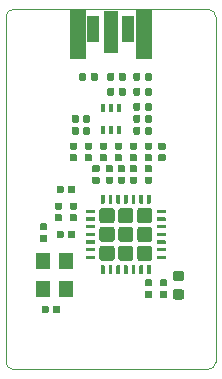
<source format=gbr>
%TF.GenerationSoftware,KiCad,Pcbnew,5.1.5-52549c5~84~ubuntu19.04.1*%
%TF.CreationDate,2020-02-22T14:04:14+00:00*%
%TF.ProjectId,ProMicro_SX1276,50726f4d-6963-4726-9f5f-535831323736,v1.0*%
%TF.SameCoordinates,Original*%
%TF.FileFunction,Paste,Top*%
%TF.FilePolarity,Positive*%
%FSLAX45Y45*%
G04 Gerber Fmt 4.5, Leading zero omitted, Abs format (unit mm)*
G04 Created by KiCad (PCBNEW 5.1.5-52549c5~84~ubuntu19.04.1) date 2020-02-22 14:04:14*
%MOMM*%
%LPD*%
G04 APERTURE LIST*
%ADD10C,0.100000*%
%ADD11R,1.050000X2.200000*%
%ADD12R,1.000000X1.050000*%
%ADD13C,0.150000*%
%ADD14R,0.400000X0.650000*%
%ADD15R,1.270000X3.600000*%
%ADD16R,1.350000X4.200000*%
%ADD17R,1.200000X1.400000*%
G04 APERTURE END LIST*
D10*
X18923000Y-8826500D02*
G75*
G02X18986500Y-8763000I63500J0D01*
G01*
X20637500Y-8763000D02*
G75*
G02X20701000Y-8826500I0J-63500D01*
G01*
X18986500Y-8763000D02*
X20637500Y-8763000D01*
X20701000Y-11747500D02*
G75*
G02X20637500Y-11811000I-63500J0D01*
G01*
X18986500Y-11811000D02*
G75*
G02X18923000Y-11747500I0J63500D01*
G01*
X18923000Y-11747500D02*
X18923000Y-8826500D01*
X20637500Y-11811000D02*
X18986500Y-11811000D01*
X20701000Y-8826500D02*
X20701000Y-11747500D01*
D11*
X19664500Y-8926000D03*
D12*
X19812000Y-9078500D03*
D11*
X19959500Y-8926000D03*
D13*
G36*
X19919596Y-10082071D02*
G01*
X19921028Y-10082283D01*
X19922432Y-10082635D01*
X19923795Y-10083123D01*
X19925103Y-10083742D01*
X19926345Y-10084486D01*
X19927507Y-10085348D01*
X19928580Y-10086320D01*
X19929552Y-10087393D01*
X19930414Y-10088555D01*
X19931158Y-10089797D01*
X19931777Y-10091105D01*
X19932265Y-10092468D01*
X19932617Y-10093872D01*
X19932829Y-10095304D01*
X19932900Y-10096750D01*
X19932900Y-10126250D01*
X19932829Y-10127696D01*
X19932617Y-10129128D01*
X19932265Y-10130532D01*
X19931777Y-10131895D01*
X19931158Y-10133203D01*
X19930414Y-10134445D01*
X19929552Y-10135607D01*
X19928580Y-10136680D01*
X19927507Y-10137652D01*
X19926345Y-10138514D01*
X19925103Y-10139258D01*
X19923795Y-10139877D01*
X19922432Y-10140365D01*
X19921028Y-10140717D01*
X19919596Y-10140929D01*
X19918150Y-10141000D01*
X19883650Y-10141000D01*
X19882204Y-10140929D01*
X19880772Y-10140717D01*
X19879368Y-10140365D01*
X19878005Y-10139877D01*
X19876697Y-10139258D01*
X19875455Y-10138514D01*
X19874293Y-10137652D01*
X19873220Y-10136680D01*
X19872248Y-10135607D01*
X19871386Y-10134445D01*
X19870642Y-10133203D01*
X19870023Y-10131895D01*
X19869535Y-10130532D01*
X19869183Y-10129128D01*
X19868971Y-10127696D01*
X19868900Y-10126250D01*
X19868900Y-10096750D01*
X19868971Y-10095304D01*
X19869183Y-10093872D01*
X19869535Y-10092468D01*
X19870023Y-10091105D01*
X19870642Y-10089797D01*
X19871386Y-10088555D01*
X19872248Y-10087393D01*
X19873220Y-10086320D01*
X19874293Y-10085348D01*
X19875455Y-10084486D01*
X19876697Y-10083742D01*
X19878005Y-10083123D01*
X19879368Y-10082635D01*
X19880772Y-10082283D01*
X19882204Y-10082071D01*
X19883650Y-10082000D01*
X19918150Y-10082000D01*
X19919596Y-10082071D01*
G37*
G36*
X19919596Y-10179071D02*
G01*
X19921028Y-10179283D01*
X19922432Y-10179635D01*
X19923795Y-10180123D01*
X19925103Y-10180742D01*
X19926345Y-10181486D01*
X19927507Y-10182348D01*
X19928580Y-10183320D01*
X19929552Y-10184393D01*
X19930414Y-10185555D01*
X19931158Y-10186797D01*
X19931777Y-10188105D01*
X19932265Y-10189468D01*
X19932617Y-10190872D01*
X19932829Y-10192304D01*
X19932900Y-10193750D01*
X19932900Y-10223250D01*
X19932829Y-10224696D01*
X19932617Y-10226128D01*
X19932265Y-10227532D01*
X19931777Y-10228895D01*
X19931158Y-10230203D01*
X19930414Y-10231445D01*
X19929552Y-10232607D01*
X19928580Y-10233680D01*
X19927507Y-10234652D01*
X19926345Y-10235514D01*
X19925103Y-10236258D01*
X19923795Y-10236877D01*
X19922432Y-10237365D01*
X19921028Y-10237717D01*
X19919596Y-10237929D01*
X19918150Y-10238000D01*
X19883650Y-10238000D01*
X19882204Y-10237929D01*
X19880772Y-10237717D01*
X19879368Y-10237365D01*
X19878005Y-10236877D01*
X19876697Y-10236258D01*
X19875455Y-10235514D01*
X19874293Y-10234652D01*
X19873220Y-10233680D01*
X19872248Y-10232607D01*
X19871386Y-10231445D01*
X19870642Y-10230203D01*
X19870023Y-10228895D01*
X19869535Y-10227532D01*
X19869183Y-10226128D01*
X19868971Y-10224696D01*
X19868900Y-10223250D01*
X19868900Y-10193750D01*
X19868971Y-10192304D01*
X19869183Y-10190872D01*
X19869535Y-10189468D01*
X19870023Y-10188105D01*
X19870642Y-10186797D01*
X19871386Y-10185555D01*
X19872248Y-10184393D01*
X19873220Y-10183320D01*
X19874293Y-10182348D01*
X19875455Y-10181486D01*
X19876697Y-10180742D01*
X19878005Y-10180123D01*
X19879368Y-10179635D01*
X19880772Y-10179283D01*
X19882204Y-10179071D01*
X19883650Y-10179000D01*
X19918150Y-10179000D01*
X19919596Y-10179071D01*
G37*
G36*
X20262496Y-9891571D02*
G01*
X20263928Y-9891783D01*
X20265332Y-9892135D01*
X20266695Y-9892623D01*
X20268003Y-9893242D01*
X20269245Y-9893986D01*
X20270407Y-9894848D01*
X20271480Y-9895820D01*
X20272452Y-9896893D01*
X20273314Y-9898055D01*
X20274058Y-9899297D01*
X20274677Y-9900605D01*
X20275165Y-9901968D01*
X20275517Y-9903372D01*
X20275729Y-9904804D01*
X20275800Y-9906250D01*
X20275800Y-9935750D01*
X20275729Y-9937196D01*
X20275517Y-9938628D01*
X20275165Y-9940032D01*
X20274677Y-9941395D01*
X20274058Y-9942703D01*
X20273314Y-9943945D01*
X20272452Y-9945107D01*
X20271480Y-9946180D01*
X20270407Y-9947152D01*
X20269245Y-9948014D01*
X20268003Y-9948758D01*
X20266695Y-9949377D01*
X20265332Y-9949865D01*
X20263928Y-9950217D01*
X20262496Y-9950429D01*
X20261050Y-9950500D01*
X20226550Y-9950500D01*
X20225104Y-9950429D01*
X20223672Y-9950217D01*
X20222268Y-9949865D01*
X20220905Y-9949377D01*
X20219597Y-9948758D01*
X20218355Y-9948014D01*
X20217193Y-9947152D01*
X20216120Y-9946180D01*
X20215148Y-9945107D01*
X20214286Y-9943945D01*
X20213542Y-9942703D01*
X20212923Y-9941395D01*
X20212435Y-9940032D01*
X20212083Y-9938628D01*
X20211871Y-9937196D01*
X20211800Y-9935750D01*
X20211800Y-9906250D01*
X20211871Y-9904804D01*
X20212083Y-9903372D01*
X20212435Y-9901968D01*
X20212923Y-9900605D01*
X20213542Y-9899297D01*
X20214286Y-9898055D01*
X20215148Y-9896893D01*
X20216120Y-9895820D01*
X20217193Y-9894848D01*
X20218355Y-9893986D01*
X20219597Y-9893242D01*
X20220905Y-9892623D01*
X20222268Y-9892135D01*
X20223672Y-9891783D01*
X20225104Y-9891571D01*
X20226550Y-9891500D01*
X20261050Y-9891500D01*
X20262496Y-9891571D01*
G37*
G36*
X20262496Y-9988571D02*
G01*
X20263928Y-9988783D01*
X20265332Y-9989135D01*
X20266695Y-9989623D01*
X20268003Y-9990242D01*
X20269245Y-9990986D01*
X20270407Y-9991848D01*
X20271480Y-9992820D01*
X20272452Y-9993893D01*
X20273314Y-9995055D01*
X20274058Y-9996297D01*
X20274677Y-9997605D01*
X20275165Y-9998968D01*
X20275517Y-10000372D01*
X20275729Y-10001804D01*
X20275800Y-10003250D01*
X20275800Y-10032750D01*
X20275729Y-10034196D01*
X20275517Y-10035628D01*
X20275165Y-10037032D01*
X20274677Y-10038395D01*
X20274058Y-10039703D01*
X20273314Y-10040945D01*
X20272452Y-10042107D01*
X20271480Y-10043180D01*
X20270407Y-10044152D01*
X20269245Y-10045014D01*
X20268003Y-10045758D01*
X20266695Y-10046377D01*
X20265332Y-10046865D01*
X20263928Y-10047217D01*
X20262496Y-10047429D01*
X20261050Y-10047500D01*
X20226550Y-10047500D01*
X20225104Y-10047429D01*
X20223672Y-10047217D01*
X20222268Y-10046865D01*
X20220905Y-10046377D01*
X20219597Y-10045758D01*
X20218355Y-10045014D01*
X20217193Y-10044152D01*
X20216120Y-10043180D01*
X20215148Y-10042107D01*
X20214286Y-10040945D01*
X20213542Y-10039703D01*
X20212923Y-10038395D01*
X20212435Y-10037032D01*
X20212083Y-10035628D01*
X20211871Y-10034196D01*
X20211800Y-10032750D01*
X20211800Y-10003250D01*
X20211871Y-10001804D01*
X20212083Y-10000372D01*
X20212435Y-9998968D01*
X20212923Y-9997605D01*
X20213542Y-9996297D01*
X20214286Y-9995055D01*
X20215148Y-9993893D01*
X20216120Y-9992820D01*
X20217193Y-9991848D01*
X20218355Y-9990986D01*
X20219597Y-9990242D01*
X20220905Y-9989623D01*
X20222268Y-9989135D01*
X20223672Y-9988783D01*
X20225104Y-9988571D01*
X20226550Y-9988500D01*
X20261050Y-9988500D01*
X20262496Y-9988571D01*
G37*
G36*
X19525696Y-9658171D02*
G01*
X19527128Y-9658383D01*
X19528532Y-9658735D01*
X19529895Y-9659223D01*
X19531203Y-9659842D01*
X19532445Y-9660586D01*
X19533607Y-9661448D01*
X19534680Y-9662420D01*
X19535652Y-9663493D01*
X19536514Y-9664655D01*
X19537258Y-9665897D01*
X19537877Y-9667205D01*
X19538365Y-9668568D01*
X19538717Y-9669972D01*
X19538929Y-9671404D01*
X19539000Y-9672850D01*
X19539000Y-9707350D01*
X19538929Y-9708796D01*
X19538717Y-9710228D01*
X19538365Y-9711632D01*
X19537877Y-9712995D01*
X19537258Y-9714303D01*
X19536514Y-9715545D01*
X19535652Y-9716707D01*
X19534680Y-9717780D01*
X19533607Y-9718752D01*
X19532445Y-9719614D01*
X19531203Y-9720358D01*
X19529895Y-9720977D01*
X19528532Y-9721465D01*
X19527128Y-9721817D01*
X19525696Y-9722029D01*
X19524250Y-9722100D01*
X19494750Y-9722100D01*
X19493304Y-9722029D01*
X19491872Y-9721817D01*
X19490468Y-9721465D01*
X19489105Y-9720977D01*
X19487797Y-9720358D01*
X19486555Y-9719614D01*
X19485393Y-9718752D01*
X19484320Y-9717780D01*
X19483348Y-9716707D01*
X19482486Y-9715545D01*
X19481742Y-9714303D01*
X19481123Y-9712995D01*
X19480635Y-9711632D01*
X19480283Y-9710228D01*
X19480071Y-9708796D01*
X19480000Y-9707350D01*
X19480000Y-9672850D01*
X19480071Y-9671404D01*
X19480283Y-9669972D01*
X19480635Y-9668568D01*
X19481123Y-9667205D01*
X19481742Y-9665897D01*
X19482486Y-9664655D01*
X19483348Y-9663493D01*
X19484320Y-9662420D01*
X19485393Y-9661448D01*
X19486555Y-9660586D01*
X19487797Y-9659842D01*
X19489105Y-9659223D01*
X19490468Y-9658735D01*
X19491872Y-9658383D01*
X19493304Y-9658171D01*
X19494750Y-9658100D01*
X19524250Y-9658100D01*
X19525696Y-9658171D01*
G37*
G36*
X19622696Y-9658171D02*
G01*
X19624128Y-9658383D01*
X19625532Y-9658735D01*
X19626895Y-9659223D01*
X19628203Y-9659842D01*
X19629445Y-9660586D01*
X19630607Y-9661448D01*
X19631680Y-9662420D01*
X19632652Y-9663493D01*
X19633514Y-9664655D01*
X19634258Y-9665897D01*
X19634877Y-9667205D01*
X19635365Y-9668568D01*
X19635717Y-9669972D01*
X19635929Y-9671404D01*
X19636000Y-9672850D01*
X19636000Y-9707350D01*
X19635929Y-9708796D01*
X19635717Y-9710228D01*
X19635365Y-9711632D01*
X19634877Y-9712995D01*
X19634258Y-9714303D01*
X19633514Y-9715545D01*
X19632652Y-9716707D01*
X19631680Y-9717780D01*
X19630607Y-9718752D01*
X19629445Y-9719614D01*
X19628203Y-9720358D01*
X19626895Y-9720977D01*
X19625532Y-9721465D01*
X19624128Y-9721817D01*
X19622696Y-9722029D01*
X19621250Y-9722100D01*
X19591750Y-9722100D01*
X19590304Y-9722029D01*
X19588872Y-9721817D01*
X19587468Y-9721465D01*
X19586105Y-9720977D01*
X19584797Y-9720358D01*
X19583555Y-9719614D01*
X19582393Y-9718752D01*
X19581320Y-9717780D01*
X19580348Y-9716707D01*
X19579486Y-9715545D01*
X19578742Y-9714303D01*
X19578123Y-9712995D01*
X19577635Y-9711632D01*
X19577283Y-9710228D01*
X19577071Y-9708796D01*
X19577000Y-9707350D01*
X19577000Y-9672850D01*
X19577071Y-9671404D01*
X19577283Y-9669972D01*
X19577635Y-9668568D01*
X19578123Y-9667205D01*
X19578742Y-9665897D01*
X19579486Y-9664655D01*
X19580348Y-9663493D01*
X19581320Y-9662420D01*
X19582393Y-9661448D01*
X19583555Y-9660586D01*
X19584797Y-9659842D01*
X19586105Y-9659223D01*
X19587468Y-9658735D01*
X19588872Y-9658383D01*
X19590304Y-9658171D01*
X19591750Y-9658100D01*
X19621250Y-9658100D01*
X19622696Y-9658171D01*
G37*
G36*
X20145696Y-9429571D02*
G01*
X20147128Y-9429783D01*
X20148532Y-9430135D01*
X20149895Y-9430623D01*
X20151203Y-9431242D01*
X20152445Y-9431986D01*
X20153607Y-9432848D01*
X20154680Y-9433820D01*
X20155652Y-9434893D01*
X20156514Y-9436055D01*
X20157258Y-9437297D01*
X20157877Y-9438605D01*
X20158365Y-9439968D01*
X20158717Y-9441372D01*
X20158929Y-9442804D01*
X20159000Y-9444250D01*
X20159000Y-9478750D01*
X20158929Y-9480196D01*
X20158717Y-9481628D01*
X20158365Y-9483032D01*
X20157877Y-9484395D01*
X20157258Y-9485703D01*
X20156514Y-9486945D01*
X20155652Y-9488107D01*
X20154680Y-9489180D01*
X20153607Y-9490152D01*
X20152445Y-9491014D01*
X20151203Y-9491758D01*
X20149895Y-9492377D01*
X20148532Y-9492865D01*
X20147128Y-9493217D01*
X20145696Y-9493429D01*
X20144250Y-9493500D01*
X20114750Y-9493500D01*
X20113304Y-9493429D01*
X20111872Y-9493217D01*
X20110468Y-9492865D01*
X20109105Y-9492377D01*
X20107797Y-9491758D01*
X20106555Y-9491014D01*
X20105393Y-9490152D01*
X20104320Y-9489180D01*
X20103348Y-9488107D01*
X20102486Y-9486945D01*
X20101742Y-9485703D01*
X20101123Y-9484395D01*
X20100635Y-9483032D01*
X20100283Y-9481628D01*
X20100071Y-9480196D01*
X20100000Y-9478750D01*
X20100000Y-9444250D01*
X20100071Y-9442804D01*
X20100283Y-9441372D01*
X20100635Y-9439968D01*
X20101123Y-9438605D01*
X20101742Y-9437297D01*
X20102486Y-9436055D01*
X20103348Y-9434893D01*
X20104320Y-9433820D01*
X20105393Y-9432848D01*
X20106555Y-9431986D01*
X20107797Y-9431242D01*
X20109105Y-9430623D01*
X20110468Y-9430135D01*
X20111872Y-9429783D01*
X20113304Y-9429571D01*
X20114750Y-9429500D01*
X20144250Y-9429500D01*
X20145696Y-9429571D01*
G37*
G36*
X20048696Y-9429571D02*
G01*
X20050128Y-9429783D01*
X20051532Y-9430135D01*
X20052895Y-9430623D01*
X20054203Y-9431242D01*
X20055445Y-9431986D01*
X20056607Y-9432848D01*
X20057680Y-9433820D01*
X20058652Y-9434893D01*
X20059514Y-9436055D01*
X20060258Y-9437297D01*
X20060877Y-9438605D01*
X20061365Y-9439968D01*
X20061717Y-9441372D01*
X20061929Y-9442804D01*
X20062000Y-9444250D01*
X20062000Y-9478750D01*
X20061929Y-9480196D01*
X20061717Y-9481628D01*
X20061365Y-9483032D01*
X20060877Y-9484395D01*
X20060258Y-9485703D01*
X20059514Y-9486945D01*
X20058652Y-9488107D01*
X20057680Y-9489180D01*
X20056607Y-9490152D01*
X20055445Y-9491014D01*
X20054203Y-9491758D01*
X20052895Y-9492377D01*
X20051532Y-9492865D01*
X20050128Y-9493217D01*
X20048696Y-9493429D01*
X20047250Y-9493500D01*
X20017750Y-9493500D01*
X20016304Y-9493429D01*
X20014872Y-9493217D01*
X20013468Y-9492865D01*
X20012105Y-9492377D01*
X20010797Y-9491758D01*
X20009555Y-9491014D01*
X20008393Y-9490152D01*
X20007320Y-9489180D01*
X20006348Y-9488107D01*
X20005486Y-9486945D01*
X20004742Y-9485703D01*
X20004123Y-9484395D01*
X20003635Y-9483032D01*
X20003283Y-9481628D01*
X20003071Y-9480196D01*
X20003000Y-9478750D01*
X20003000Y-9444250D01*
X20003071Y-9442804D01*
X20003283Y-9441372D01*
X20003635Y-9439968D01*
X20004123Y-9438605D01*
X20004742Y-9437297D01*
X20005486Y-9436055D01*
X20006348Y-9434893D01*
X20007320Y-9433820D01*
X20008393Y-9432848D01*
X20009555Y-9431986D01*
X20010797Y-9431242D01*
X20012105Y-9430623D01*
X20013468Y-9430135D01*
X20014872Y-9429783D01*
X20016304Y-9429571D01*
X20017750Y-9429500D01*
X20047250Y-9429500D01*
X20048696Y-9429571D01*
G37*
G36*
X19640196Y-9988571D02*
G01*
X19641628Y-9988783D01*
X19643032Y-9989135D01*
X19644395Y-9989623D01*
X19645703Y-9990242D01*
X19646945Y-9990986D01*
X19648107Y-9991848D01*
X19649180Y-9992820D01*
X19650152Y-9993893D01*
X19651014Y-9995055D01*
X19651758Y-9996297D01*
X19652377Y-9997605D01*
X19652865Y-9998968D01*
X19653217Y-10000372D01*
X19653429Y-10001804D01*
X19653500Y-10003250D01*
X19653500Y-10032750D01*
X19653429Y-10034196D01*
X19653217Y-10035628D01*
X19652865Y-10037032D01*
X19652377Y-10038395D01*
X19651758Y-10039703D01*
X19651014Y-10040945D01*
X19650152Y-10042107D01*
X19649180Y-10043180D01*
X19648107Y-10044152D01*
X19646945Y-10045014D01*
X19645703Y-10045758D01*
X19644395Y-10046377D01*
X19643032Y-10046865D01*
X19641628Y-10047217D01*
X19640196Y-10047429D01*
X19638750Y-10047500D01*
X19604250Y-10047500D01*
X19602804Y-10047429D01*
X19601372Y-10047217D01*
X19599968Y-10046865D01*
X19598605Y-10046377D01*
X19597297Y-10045758D01*
X19596055Y-10045014D01*
X19594893Y-10044152D01*
X19593820Y-10043180D01*
X19592848Y-10042107D01*
X19591986Y-10040945D01*
X19591242Y-10039703D01*
X19590623Y-10038395D01*
X19590135Y-10037032D01*
X19589783Y-10035628D01*
X19589571Y-10034196D01*
X19589500Y-10032750D01*
X19589500Y-10003250D01*
X19589571Y-10001804D01*
X19589783Y-10000372D01*
X19590135Y-9998968D01*
X19590623Y-9997605D01*
X19591242Y-9996297D01*
X19591986Y-9995055D01*
X19592848Y-9993893D01*
X19593820Y-9992820D01*
X19594893Y-9991848D01*
X19596055Y-9990986D01*
X19597297Y-9990242D01*
X19598605Y-9989623D01*
X19599968Y-9989135D01*
X19601372Y-9988783D01*
X19602804Y-9988571D01*
X19604250Y-9988500D01*
X19638750Y-9988500D01*
X19640196Y-9988571D01*
G37*
G36*
X19640196Y-9891571D02*
G01*
X19641628Y-9891783D01*
X19643032Y-9892135D01*
X19644395Y-9892623D01*
X19645703Y-9893242D01*
X19646945Y-9893986D01*
X19648107Y-9894848D01*
X19649180Y-9895820D01*
X19650152Y-9896893D01*
X19651014Y-9898055D01*
X19651758Y-9899297D01*
X19652377Y-9900605D01*
X19652865Y-9901968D01*
X19653217Y-9903372D01*
X19653429Y-9904804D01*
X19653500Y-9906250D01*
X19653500Y-9935750D01*
X19653429Y-9937196D01*
X19653217Y-9938628D01*
X19652865Y-9940032D01*
X19652377Y-9941395D01*
X19651758Y-9942703D01*
X19651014Y-9943945D01*
X19650152Y-9945107D01*
X19649180Y-9946180D01*
X19648107Y-9947152D01*
X19646945Y-9948014D01*
X19645703Y-9948758D01*
X19644395Y-9949377D01*
X19643032Y-9949865D01*
X19641628Y-9950217D01*
X19640196Y-9950429D01*
X19638750Y-9950500D01*
X19604250Y-9950500D01*
X19602804Y-9950429D01*
X19601372Y-9950217D01*
X19599968Y-9949865D01*
X19598605Y-9949377D01*
X19597297Y-9948758D01*
X19596055Y-9948014D01*
X19594893Y-9947152D01*
X19593820Y-9946180D01*
X19592848Y-9945107D01*
X19591986Y-9943945D01*
X19591242Y-9942703D01*
X19590623Y-9941395D01*
X19590135Y-9940032D01*
X19589783Y-9938628D01*
X19589571Y-9937196D01*
X19589500Y-9935750D01*
X19589500Y-9906250D01*
X19589571Y-9904804D01*
X19589783Y-9903372D01*
X19590135Y-9901968D01*
X19590623Y-9900605D01*
X19591242Y-9899297D01*
X19591986Y-9898055D01*
X19592848Y-9896893D01*
X19593820Y-9895820D01*
X19594893Y-9894848D01*
X19596055Y-9893986D01*
X19597297Y-9893242D01*
X19598605Y-9892623D01*
X19599968Y-9892135D01*
X19601372Y-9891783D01*
X19602804Y-9891571D01*
X19604250Y-9891500D01*
X19638750Y-9891500D01*
X19640196Y-9891571D01*
G37*
G36*
X19589196Y-9302571D02*
G01*
X19590628Y-9302783D01*
X19592032Y-9303135D01*
X19593395Y-9303623D01*
X19594703Y-9304242D01*
X19595945Y-9304986D01*
X19597107Y-9305848D01*
X19598180Y-9306820D01*
X19599152Y-9307893D01*
X19600014Y-9309055D01*
X19600758Y-9310297D01*
X19601377Y-9311605D01*
X19601865Y-9312968D01*
X19602217Y-9314372D01*
X19602429Y-9315804D01*
X19602500Y-9317250D01*
X19602500Y-9351750D01*
X19602429Y-9353196D01*
X19602217Y-9354628D01*
X19601865Y-9356032D01*
X19601377Y-9357395D01*
X19600758Y-9358703D01*
X19600014Y-9359945D01*
X19599152Y-9361107D01*
X19598180Y-9362180D01*
X19597107Y-9363152D01*
X19595945Y-9364014D01*
X19594703Y-9364758D01*
X19593395Y-9365377D01*
X19592032Y-9365865D01*
X19590628Y-9366217D01*
X19589196Y-9366429D01*
X19587750Y-9366500D01*
X19558250Y-9366500D01*
X19556804Y-9366429D01*
X19555372Y-9366217D01*
X19553968Y-9365865D01*
X19552605Y-9365377D01*
X19551297Y-9364758D01*
X19550055Y-9364014D01*
X19548893Y-9363152D01*
X19547820Y-9362180D01*
X19546848Y-9361107D01*
X19545986Y-9359945D01*
X19545242Y-9358703D01*
X19544623Y-9357395D01*
X19544135Y-9356032D01*
X19543783Y-9354628D01*
X19543571Y-9353196D01*
X19543500Y-9351750D01*
X19543500Y-9317250D01*
X19543571Y-9315804D01*
X19543783Y-9314372D01*
X19544135Y-9312968D01*
X19544623Y-9311605D01*
X19545242Y-9310297D01*
X19545986Y-9309055D01*
X19546848Y-9307893D01*
X19547820Y-9306820D01*
X19548893Y-9305848D01*
X19550055Y-9304986D01*
X19551297Y-9304242D01*
X19552605Y-9303623D01*
X19553968Y-9303135D01*
X19555372Y-9302783D01*
X19556804Y-9302571D01*
X19558250Y-9302500D01*
X19587750Y-9302500D01*
X19589196Y-9302571D01*
G37*
G36*
X19686196Y-9302571D02*
G01*
X19687628Y-9302783D01*
X19689032Y-9303135D01*
X19690395Y-9303623D01*
X19691703Y-9304242D01*
X19692945Y-9304986D01*
X19694107Y-9305848D01*
X19695180Y-9306820D01*
X19696152Y-9307893D01*
X19697014Y-9309055D01*
X19697758Y-9310297D01*
X19698377Y-9311605D01*
X19698865Y-9312968D01*
X19699217Y-9314372D01*
X19699429Y-9315804D01*
X19699500Y-9317250D01*
X19699500Y-9351750D01*
X19699429Y-9353196D01*
X19699217Y-9354628D01*
X19698865Y-9356032D01*
X19698377Y-9357395D01*
X19697758Y-9358703D01*
X19697014Y-9359945D01*
X19696152Y-9361107D01*
X19695180Y-9362180D01*
X19694107Y-9363152D01*
X19692945Y-9364014D01*
X19691703Y-9364758D01*
X19690395Y-9365377D01*
X19689032Y-9365865D01*
X19687628Y-9366217D01*
X19686196Y-9366429D01*
X19684750Y-9366500D01*
X19655250Y-9366500D01*
X19653804Y-9366429D01*
X19652372Y-9366217D01*
X19650968Y-9365865D01*
X19649605Y-9365377D01*
X19648297Y-9364758D01*
X19647055Y-9364014D01*
X19645893Y-9363152D01*
X19644820Y-9362180D01*
X19643848Y-9361107D01*
X19642986Y-9359945D01*
X19642242Y-9358703D01*
X19641623Y-9357395D01*
X19641135Y-9356032D01*
X19640783Y-9354628D01*
X19640571Y-9353196D01*
X19640500Y-9351750D01*
X19640500Y-9317250D01*
X19640571Y-9315804D01*
X19640783Y-9314372D01*
X19641135Y-9312968D01*
X19641623Y-9311605D01*
X19642242Y-9310297D01*
X19642986Y-9309055D01*
X19643848Y-9307893D01*
X19644820Y-9306820D01*
X19645893Y-9305848D01*
X19647055Y-9304986D01*
X19648297Y-9304242D01*
X19649605Y-9303623D01*
X19650968Y-9303135D01*
X19652372Y-9302783D01*
X19653804Y-9302571D01*
X19655250Y-9302500D01*
X19684750Y-9302500D01*
X19686196Y-9302571D01*
G37*
G36*
X20145696Y-9302571D02*
G01*
X20147128Y-9302783D01*
X20148532Y-9303135D01*
X20149895Y-9303623D01*
X20151203Y-9304242D01*
X20152445Y-9304986D01*
X20153607Y-9305848D01*
X20154680Y-9306820D01*
X20155652Y-9307893D01*
X20156514Y-9309055D01*
X20157258Y-9310297D01*
X20157877Y-9311605D01*
X20158365Y-9312968D01*
X20158717Y-9314372D01*
X20158929Y-9315804D01*
X20159000Y-9317250D01*
X20159000Y-9351750D01*
X20158929Y-9353196D01*
X20158717Y-9354628D01*
X20158365Y-9356032D01*
X20157877Y-9357395D01*
X20157258Y-9358703D01*
X20156514Y-9359945D01*
X20155652Y-9361107D01*
X20154680Y-9362180D01*
X20153607Y-9363152D01*
X20152445Y-9364014D01*
X20151203Y-9364758D01*
X20149895Y-9365377D01*
X20148532Y-9365865D01*
X20147128Y-9366217D01*
X20145696Y-9366429D01*
X20144250Y-9366500D01*
X20114750Y-9366500D01*
X20113304Y-9366429D01*
X20111872Y-9366217D01*
X20110468Y-9365865D01*
X20109105Y-9365377D01*
X20107797Y-9364758D01*
X20106555Y-9364014D01*
X20105393Y-9363152D01*
X20104320Y-9362180D01*
X20103348Y-9361107D01*
X20102486Y-9359945D01*
X20101742Y-9358703D01*
X20101123Y-9357395D01*
X20100635Y-9356032D01*
X20100283Y-9354628D01*
X20100071Y-9353196D01*
X20100000Y-9351750D01*
X20100000Y-9317250D01*
X20100071Y-9315804D01*
X20100283Y-9314372D01*
X20100635Y-9312968D01*
X20101123Y-9311605D01*
X20101742Y-9310297D01*
X20102486Y-9309055D01*
X20103348Y-9307893D01*
X20104320Y-9306820D01*
X20105393Y-9305848D01*
X20106555Y-9304986D01*
X20107797Y-9304242D01*
X20109105Y-9303623D01*
X20110468Y-9303135D01*
X20111872Y-9302783D01*
X20113304Y-9302571D01*
X20114750Y-9302500D01*
X20144250Y-9302500D01*
X20145696Y-9302571D01*
G37*
G36*
X20048696Y-9302571D02*
G01*
X20050128Y-9302783D01*
X20051532Y-9303135D01*
X20052895Y-9303623D01*
X20054203Y-9304242D01*
X20055445Y-9304986D01*
X20056607Y-9305848D01*
X20057680Y-9306820D01*
X20058652Y-9307893D01*
X20059514Y-9309055D01*
X20060258Y-9310297D01*
X20060877Y-9311605D01*
X20061365Y-9312968D01*
X20061717Y-9314372D01*
X20061929Y-9315804D01*
X20062000Y-9317250D01*
X20062000Y-9351750D01*
X20061929Y-9353196D01*
X20061717Y-9354628D01*
X20061365Y-9356032D01*
X20060877Y-9357395D01*
X20060258Y-9358703D01*
X20059514Y-9359945D01*
X20058652Y-9361107D01*
X20057680Y-9362180D01*
X20056607Y-9363152D01*
X20055445Y-9364014D01*
X20054203Y-9364758D01*
X20052895Y-9365377D01*
X20051532Y-9365865D01*
X20050128Y-9366217D01*
X20048696Y-9366429D01*
X20047250Y-9366500D01*
X20017750Y-9366500D01*
X20016304Y-9366429D01*
X20014872Y-9366217D01*
X20013468Y-9365865D01*
X20012105Y-9365377D01*
X20010797Y-9364758D01*
X20009555Y-9364014D01*
X20008393Y-9363152D01*
X20007320Y-9362180D01*
X20006348Y-9361107D01*
X20005486Y-9359945D01*
X20004742Y-9358703D01*
X20004123Y-9357395D01*
X20003635Y-9356032D01*
X20003283Y-9354628D01*
X20003071Y-9353196D01*
X20003000Y-9351750D01*
X20003000Y-9317250D01*
X20003071Y-9315804D01*
X20003283Y-9314372D01*
X20003635Y-9312968D01*
X20004123Y-9311605D01*
X20004742Y-9310297D01*
X20005486Y-9309055D01*
X20006348Y-9307893D01*
X20007320Y-9306820D01*
X20008393Y-9305848D01*
X20009555Y-9304986D01*
X20010797Y-9304242D01*
X20012105Y-9303623D01*
X20013468Y-9303135D01*
X20014872Y-9302783D01*
X20016304Y-9302571D01*
X20017750Y-9302500D01*
X20047250Y-9302500D01*
X20048696Y-9302571D01*
G37*
G36*
X19828196Y-9429571D02*
G01*
X19829628Y-9429783D01*
X19831032Y-9430135D01*
X19832395Y-9430623D01*
X19833703Y-9431242D01*
X19834945Y-9431986D01*
X19836107Y-9432848D01*
X19837180Y-9433820D01*
X19838152Y-9434893D01*
X19839014Y-9436055D01*
X19839758Y-9437297D01*
X19840377Y-9438605D01*
X19840865Y-9439968D01*
X19841217Y-9441372D01*
X19841429Y-9442804D01*
X19841500Y-9444250D01*
X19841500Y-9478750D01*
X19841429Y-9480196D01*
X19841217Y-9481628D01*
X19840865Y-9483032D01*
X19840377Y-9484395D01*
X19839758Y-9485703D01*
X19839014Y-9486945D01*
X19838152Y-9488107D01*
X19837180Y-9489180D01*
X19836107Y-9490152D01*
X19834945Y-9491014D01*
X19833703Y-9491758D01*
X19832395Y-9492377D01*
X19831032Y-9492865D01*
X19829628Y-9493217D01*
X19828196Y-9493429D01*
X19826750Y-9493500D01*
X19797250Y-9493500D01*
X19795804Y-9493429D01*
X19794372Y-9493217D01*
X19792968Y-9492865D01*
X19791605Y-9492377D01*
X19790297Y-9491758D01*
X19789055Y-9491014D01*
X19787893Y-9490152D01*
X19786820Y-9489180D01*
X19785848Y-9488107D01*
X19784986Y-9486945D01*
X19784242Y-9485703D01*
X19783623Y-9484395D01*
X19783135Y-9483032D01*
X19782783Y-9481628D01*
X19782571Y-9480196D01*
X19782500Y-9478750D01*
X19782500Y-9444250D01*
X19782571Y-9442804D01*
X19782783Y-9441372D01*
X19783135Y-9439968D01*
X19783623Y-9438605D01*
X19784242Y-9437297D01*
X19784986Y-9436055D01*
X19785848Y-9434893D01*
X19786820Y-9433820D01*
X19787893Y-9432848D01*
X19789055Y-9431986D01*
X19790297Y-9431242D01*
X19791605Y-9430623D01*
X19792968Y-9430135D01*
X19794372Y-9429783D01*
X19795804Y-9429571D01*
X19797250Y-9429500D01*
X19826750Y-9429500D01*
X19828196Y-9429571D01*
G37*
G36*
X19925196Y-9429571D02*
G01*
X19926628Y-9429783D01*
X19928032Y-9430135D01*
X19929395Y-9430623D01*
X19930703Y-9431242D01*
X19931945Y-9431986D01*
X19933107Y-9432848D01*
X19934180Y-9433820D01*
X19935152Y-9434893D01*
X19936014Y-9436055D01*
X19936758Y-9437297D01*
X19937377Y-9438605D01*
X19937865Y-9439968D01*
X19938217Y-9441372D01*
X19938429Y-9442804D01*
X19938500Y-9444250D01*
X19938500Y-9478750D01*
X19938429Y-9480196D01*
X19938217Y-9481628D01*
X19937865Y-9483032D01*
X19937377Y-9484395D01*
X19936758Y-9485703D01*
X19936014Y-9486945D01*
X19935152Y-9488107D01*
X19934180Y-9489180D01*
X19933107Y-9490152D01*
X19931945Y-9491014D01*
X19930703Y-9491758D01*
X19929395Y-9492377D01*
X19928032Y-9492865D01*
X19926628Y-9493217D01*
X19925196Y-9493429D01*
X19923750Y-9493500D01*
X19894250Y-9493500D01*
X19892804Y-9493429D01*
X19891372Y-9493217D01*
X19889968Y-9492865D01*
X19888605Y-9492377D01*
X19887297Y-9491758D01*
X19886055Y-9491014D01*
X19884893Y-9490152D01*
X19883820Y-9489180D01*
X19882848Y-9488107D01*
X19881986Y-9486945D01*
X19881242Y-9485703D01*
X19880623Y-9484395D01*
X19880135Y-9483032D01*
X19879783Y-9481628D01*
X19879571Y-9480196D01*
X19879500Y-9478750D01*
X19879500Y-9444250D01*
X19879571Y-9442804D01*
X19879783Y-9441372D01*
X19880135Y-9439968D01*
X19880623Y-9438605D01*
X19881242Y-9437297D01*
X19881986Y-9436055D01*
X19882848Y-9434893D01*
X19883820Y-9433820D01*
X19884893Y-9432848D01*
X19886055Y-9431986D01*
X19887297Y-9431242D01*
X19888605Y-9430623D01*
X19889968Y-9430135D01*
X19891372Y-9429783D01*
X19892804Y-9429571D01*
X19894250Y-9429500D01*
X19923750Y-9429500D01*
X19925196Y-9429571D01*
G37*
G36*
X19525696Y-9759771D02*
G01*
X19527128Y-9759983D01*
X19528532Y-9760335D01*
X19529895Y-9760823D01*
X19531203Y-9761442D01*
X19532445Y-9762186D01*
X19533607Y-9763048D01*
X19534680Y-9764020D01*
X19535652Y-9765093D01*
X19536514Y-9766255D01*
X19537258Y-9767497D01*
X19537877Y-9768805D01*
X19538365Y-9770168D01*
X19538717Y-9771572D01*
X19538929Y-9773004D01*
X19539000Y-9774450D01*
X19539000Y-9808950D01*
X19538929Y-9810396D01*
X19538717Y-9811828D01*
X19538365Y-9813232D01*
X19537877Y-9814595D01*
X19537258Y-9815903D01*
X19536514Y-9817145D01*
X19535652Y-9818307D01*
X19534680Y-9819380D01*
X19533607Y-9820352D01*
X19532445Y-9821214D01*
X19531203Y-9821958D01*
X19529895Y-9822577D01*
X19528532Y-9823065D01*
X19527128Y-9823417D01*
X19525696Y-9823629D01*
X19524250Y-9823700D01*
X19494750Y-9823700D01*
X19493304Y-9823629D01*
X19491872Y-9823417D01*
X19490468Y-9823065D01*
X19489105Y-9822577D01*
X19487797Y-9821958D01*
X19486555Y-9821214D01*
X19485393Y-9820352D01*
X19484320Y-9819380D01*
X19483348Y-9818307D01*
X19482486Y-9817145D01*
X19481742Y-9815903D01*
X19481123Y-9814595D01*
X19480635Y-9813232D01*
X19480283Y-9811828D01*
X19480071Y-9810396D01*
X19480000Y-9808950D01*
X19480000Y-9774450D01*
X19480071Y-9773004D01*
X19480283Y-9771572D01*
X19480635Y-9770168D01*
X19481123Y-9768805D01*
X19481742Y-9767497D01*
X19482486Y-9766255D01*
X19483348Y-9765093D01*
X19484320Y-9764020D01*
X19485393Y-9763048D01*
X19486555Y-9762186D01*
X19487797Y-9761442D01*
X19489105Y-9760823D01*
X19490468Y-9760335D01*
X19491872Y-9759983D01*
X19493304Y-9759771D01*
X19494750Y-9759700D01*
X19524250Y-9759700D01*
X19525696Y-9759771D01*
G37*
G36*
X19622696Y-9759771D02*
G01*
X19624128Y-9759983D01*
X19625532Y-9760335D01*
X19626895Y-9760823D01*
X19628203Y-9761442D01*
X19629445Y-9762186D01*
X19630607Y-9763048D01*
X19631680Y-9764020D01*
X19632652Y-9765093D01*
X19633514Y-9766255D01*
X19634258Y-9767497D01*
X19634877Y-9768805D01*
X19635365Y-9770168D01*
X19635717Y-9771572D01*
X19635929Y-9773004D01*
X19636000Y-9774450D01*
X19636000Y-9808950D01*
X19635929Y-9810396D01*
X19635717Y-9811828D01*
X19635365Y-9813232D01*
X19634877Y-9814595D01*
X19634258Y-9815903D01*
X19633514Y-9817145D01*
X19632652Y-9818307D01*
X19631680Y-9819380D01*
X19630607Y-9820352D01*
X19629445Y-9821214D01*
X19628203Y-9821958D01*
X19626895Y-9822577D01*
X19625532Y-9823065D01*
X19624128Y-9823417D01*
X19622696Y-9823629D01*
X19621250Y-9823700D01*
X19591750Y-9823700D01*
X19590304Y-9823629D01*
X19588872Y-9823417D01*
X19587468Y-9823065D01*
X19586105Y-9822577D01*
X19584797Y-9821958D01*
X19583555Y-9821214D01*
X19582393Y-9820352D01*
X19581320Y-9819380D01*
X19580348Y-9818307D01*
X19579486Y-9817145D01*
X19578742Y-9815903D01*
X19578123Y-9814595D01*
X19577635Y-9813232D01*
X19577283Y-9811828D01*
X19577071Y-9810396D01*
X19577000Y-9808950D01*
X19577000Y-9774450D01*
X19577071Y-9773004D01*
X19577283Y-9771572D01*
X19577635Y-9770168D01*
X19578123Y-9768805D01*
X19578742Y-9767497D01*
X19579486Y-9766255D01*
X19580348Y-9765093D01*
X19581320Y-9764020D01*
X19582393Y-9763048D01*
X19583555Y-9762186D01*
X19584797Y-9761442D01*
X19586105Y-9760823D01*
X19587468Y-9760335D01*
X19588872Y-9759983D01*
X19590304Y-9759771D01*
X19591750Y-9759700D01*
X19621250Y-9759700D01*
X19622696Y-9759771D01*
G37*
G36*
X20145696Y-9759771D02*
G01*
X20147128Y-9759983D01*
X20148532Y-9760335D01*
X20149895Y-9760823D01*
X20151203Y-9761442D01*
X20152445Y-9762186D01*
X20153607Y-9763048D01*
X20154680Y-9764020D01*
X20155652Y-9765093D01*
X20156514Y-9766255D01*
X20157258Y-9767497D01*
X20157877Y-9768805D01*
X20158365Y-9770168D01*
X20158717Y-9771572D01*
X20158929Y-9773004D01*
X20159000Y-9774450D01*
X20159000Y-9808950D01*
X20158929Y-9810396D01*
X20158717Y-9811828D01*
X20158365Y-9813232D01*
X20157877Y-9814595D01*
X20157258Y-9815903D01*
X20156514Y-9817145D01*
X20155652Y-9818307D01*
X20154680Y-9819380D01*
X20153607Y-9820352D01*
X20152445Y-9821214D01*
X20151203Y-9821958D01*
X20149895Y-9822577D01*
X20148532Y-9823065D01*
X20147128Y-9823417D01*
X20145696Y-9823629D01*
X20144250Y-9823700D01*
X20114750Y-9823700D01*
X20113304Y-9823629D01*
X20111872Y-9823417D01*
X20110468Y-9823065D01*
X20109105Y-9822577D01*
X20107797Y-9821958D01*
X20106555Y-9821214D01*
X20105393Y-9820352D01*
X20104320Y-9819380D01*
X20103348Y-9818307D01*
X20102486Y-9817145D01*
X20101742Y-9815903D01*
X20101123Y-9814595D01*
X20100635Y-9813232D01*
X20100283Y-9811828D01*
X20100071Y-9810396D01*
X20100000Y-9808950D01*
X20100000Y-9774450D01*
X20100071Y-9773004D01*
X20100283Y-9771572D01*
X20100635Y-9770168D01*
X20101123Y-9768805D01*
X20101742Y-9767497D01*
X20102486Y-9766255D01*
X20103348Y-9765093D01*
X20104320Y-9764020D01*
X20105393Y-9763048D01*
X20106555Y-9762186D01*
X20107797Y-9761442D01*
X20109105Y-9760823D01*
X20110468Y-9760335D01*
X20111872Y-9759983D01*
X20113304Y-9759771D01*
X20114750Y-9759700D01*
X20144250Y-9759700D01*
X20145696Y-9759771D01*
G37*
G36*
X20048696Y-9759771D02*
G01*
X20050128Y-9759983D01*
X20051532Y-9760335D01*
X20052895Y-9760823D01*
X20054203Y-9761442D01*
X20055445Y-9762186D01*
X20056607Y-9763048D01*
X20057680Y-9764020D01*
X20058652Y-9765093D01*
X20059514Y-9766255D01*
X20060258Y-9767497D01*
X20060877Y-9768805D01*
X20061365Y-9770168D01*
X20061717Y-9771572D01*
X20061929Y-9773004D01*
X20062000Y-9774450D01*
X20062000Y-9808950D01*
X20061929Y-9810396D01*
X20061717Y-9811828D01*
X20061365Y-9813232D01*
X20060877Y-9814595D01*
X20060258Y-9815903D01*
X20059514Y-9817145D01*
X20058652Y-9818307D01*
X20057680Y-9819380D01*
X20056607Y-9820352D01*
X20055445Y-9821214D01*
X20054203Y-9821958D01*
X20052895Y-9822577D01*
X20051532Y-9823065D01*
X20050128Y-9823417D01*
X20048696Y-9823629D01*
X20047250Y-9823700D01*
X20017750Y-9823700D01*
X20016304Y-9823629D01*
X20014872Y-9823417D01*
X20013468Y-9823065D01*
X20012105Y-9822577D01*
X20010797Y-9821958D01*
X20009555Y-9821214D01*
X20008393Y-9820352D01*
X20007320Y-9819380D01*
X20006348Y-9818307D01*
X20005486Y-9817145D01*
X20004742Y-9815903D01*
X20004123Y-9814595D01*
X20003635Y-9813232D01*
X20003283Y-9811828D01*
X20003071Y-9810396D01*
X20003000Y-9808950D01*
X20003000Y-9774450D01*
X20003071Y-9773004D01*
X20003283Y-9771572D01*
X20003635Y-9770168D01*
X20004123Y-9768805D01*
X20004742Y-9767497D01*
X20005486Y-9766255D01*
X20006348Y-9765093D01*
X20007320Y-9764020D01*
X20008393Y-9763048D01*
X20009555Y-9762186D01*
X20010797Y-9761442D01*
X20012105Y-9760823D01*
X20013468Y-9760335D01*
X20014872Y-9759983D01*
X20016304Y-9759771D01*
X20017750Y-9759700D01*
X20047250Y-9759700D01*
X20048696Y-9759771D01*
G37*
G36*
X20145696Y-9658171D02*
G01*
X20147128Y-9658383D01*
X20148532Y-9658735D01*
X20149895Y-9659223D01*
X20151203Y-9659842D01*
X20152445Y-9660586D01*
X20153607Y-9661448D01*
X20154680Y-9662420D01*
X20155652Y-9663493D01*
X20156514Y-9664655D01*
X20157258Y-9665897D01*
X20157877Y-9667205D01*
X20158365Y-9668568D01*
X20158717Y-9669972D01*
X20158929Y-9671404D01*
X20159000Y-9672850D01*
X20159000Y-9707350D01*
X20158929Y-9708796D01*
X20158717Y-9710228D01*
X20158365Y-9711632D01*
X20157877Y-9712995D01*
X20157258Y-9714303D01*
X20156514Y-9715545D01*
X20155652Y-9716707D01*
X20154680Y-9717780D01*
X20153607Y-9718752D01*
X20152445Y-9719614D01*
X20151203Y-9720358D01*
X20149895Y-9720977D01*
X20148532Y-9721465D01*
X20147128Y-9721817D01*
X20145696Y-9722029D01*
X20144250Y-9722100D01*
X20114750Y-9722100D01*
X20113304Y-9722029D01*
X20111872Y-9721817D01*
X20110468Y-9721465D01*
X20109105Y-9720977D01*
X20107797Y-9720358D01*
X20106555Y-9719614D01*
X20105393Y-9718752D01*
X20104320Y-9717780D01*
X20103348Y-9716707D01*
X20102486Y-9715545D01*
X20101742Y-9714303D01*
X20101123Y-9712995D01*
X20100635Y-9711632D01*
X20100283Y-9710228D01*
X20100071Y-9708796D01*
X20100000Y-9707350D01*
X20100000Y-9672850D01*
X20100071Y-9671404D01*
X20100283Y-9669972D01*
X20100635Y-9668568D01*
X20101123Y-9667205D01*
X20101742Y-9665897D01*
X20102486Y-9664655D01*
X20103348Y-9663493D01*
X20104320Y-9662420D01*
X20105393Y-9661448D01*
X20106555Y-9660586D01*
X20107797Y-9659842D01*
X20109105Y-9659223D01*
X20110468Y-9658735D01*
X20111872Y-9658383D01*
X20113304Y-9658171D01*
X20114750Y-9658100D01*
X20144250Y-9658100D01*
X20145696Y-9658171D01*
G37*
G36*
X20048696Y-9658171D02*
G01*
X20050128Y-9658383D01*
X20051532Y-9658735D01*
X20052895Y-9659223D01*
X20054203Y-9659842D01*
X20055445Y-9660586D01*
X20056607Y-9661448D01*
X20057680Y-9662420D01*
X20058652Y-9663493D01*
X20059514Y-9664655D01*
X20060258Y-9665897D01*
X20060877Y-9667205D01*
X20061365Y-9668568D01*
X20061717Y-9669972D01*
X20061929Y-9671404D01*
X20062000Y-9672850D01*
X20062000Y-9707350D01*
X20061929Y-9708796D01*
X20061717Y-9710228D01*
X20061365Y-9711632D01*
X20060877Y-9712995D01*
X20060258Y-9714303D01*
X20059514Y-9715545D01*
X20058652Y-9716707D01*
X20057680Y-9717780D01*
X20056607Y-9718752D01*
X20055445Y-9719614D01*
X20054203Y-9720358D01*
X20052895Y-9720977D01*
X20051532Y-9721465D01*
X20050128Y-9721817D01*
X20048696Y-9722029D01*
X20047250Y-9722100D01*
X20017750Y-9722100D01*
X20016304Y-9722029D01*
X20014872Y-9721817D01*
X20013468Y-9721465D01*
X20012105Y-9720977D01*
X20010797Y-9720358D01*
X20009555Y-9719614D01*
X20008393Y-9718752D01*
X20007320Y-9717780D01*
X20006348Y-9716707D01*
X20005486Y-9715545D01*
X20004742Y-9714303D01*
X20004123Y-9712995D01*
X20003635Y-9711632D01*
X20003283Y-9710228D01*
X20003071Y-9708796D01*
X20003000Y-9707350D01*
X20003000Y-9672850D01*
X20003071Y-9671404D01*
X20003283Y-9669972D01*
X20003635Y-9668568D01*
X20004123Y-9667205D01*
X20004742Y-9665897D01*
X20005486Y-9664655D01*
X20006348Y-9663493D01*
X20007320Y-9662420D01*
X20008393Y-9661448D01*
X20009555Y-9660586D01*
X20010797Y-9659842D01*
X20012105Y-9659223D01*
X20013468Y-9658735D01*
X20014872Y-9658383D01*
X20016304Y-9658171D01*
X20017750Y-9658100D01*
X20047250Y-9658100D01*
X20048696Y-9658171D01*
G37*
G36*
X19513196Y-9891571D02*
G01*
X19514628Y-9891783D01*
X19516032Y-9892135D01*
X19517395Y-9892623D01*
X19518703Y-9893242D01*
X19519945Y-9893986D01*
X19521107Y-9894848D01*
X19522180Y-9895820D01*
X19523152Y-9896893D01*
X19524014Y-9898055D01*
X19524758Y-9899297D01*
X19525377Y-9900605D01*
X19525865Y-9901968D01*
X19526217Y-9903372D01*
X19526429Y-9904804D01*
X19526500Y-9906250D01*
X19526500Y-9935750D01*
X19526429Y-9937196D01*
X19526217Y-9938628D01*
X19525865Y-9940032D01*
X19525377Y-9941395D01*
X19524758Y-9942703D01*
X19524014Y-9943945D01*
X19523152Y-9945107D01*
X19522180Y-9946180D01*
X19521107Y-9947152D01*
X19519945Y-9948014D01*
X19518703Y-9948758D01*
X19517395Y-9949377D01*
X19516032Y-9949865D01*
X19514628Y-9950217D01*
X19513196Y-9950429D01*
X19511750Y-9950500D01*
X19477250Y-9950500D01*
X19475804Y-9950429D01*
X19474372Y-9950217D01*
X19472968Y-9949865D01*
X19471605Y-9949377D01*
X19470297Y-9948758D01*
X19469055Y-9948014D01*
X19467893Y-9947152D01*
X19466820Y-9946180D01*
X19465848Y-9945107D01*
X19464986Y-9943945D01*
X19464242Y-9942703D01*
X19463623Y-9941395D01*
X19463135Y-9940032D01*
X19462783Y-9938628D01*
X19462571Y-9937196D01*
X19462500Y-9935750D01*
X19462500Y-9906250D01*
X19462571Y-9904804D01*
X19462783Y-9903372D01*
X19463135Y-9901968D01*
X19463623Y-9900605D01*
X19464242Y-9899297D01*
X19464986Y-9898055D01*
X19465848Y-9896893D01*
X19466820Y-9895820D01*
X19467893Y-9894848D01*
X19469055Y-9893986D01*
X19470297Y-9893242D01*
X19471605Y-9892623D01*
X19472968Y-9892135D01*
X19474372Y-9891783D01*
X19475804Y-9891571D01*
X19477250Y-9891500D01*
X19511750Y-9891500D01*
X19513196Y-9891571D01*
G37*
G36*
X19513196Y-9988571D02*
G01*
X19514628Y-9988783D01*
X19516032Y-9989135D01*
X19517395Y-9989623D01*
X19518703Y-9990242D01*
X19519945Y-9990986D01*
X19521107Y-9991848D01*
X19522180Y-9992820D01*
X19523152Y-9993893D01*
X19524014Y-9995055D01*
X19524758Y-9996297D01*
X19525377Y-9997605D01*
X19525865Y-9998968D01*
X19526217Y-10000372D01*
X19526429Y-10001804D01*
X19526500Y-10003250D01*
X19526500Y-10032750D01*
X19526429Y-10034196D01*
X19526217Y-10035628D01*
X19525865Y-10037032D01*
X19525377Y-10038395D01*
X19524758Y-10039703D01*
X19524014Y-10040945D01*
X19523152Y-10042107D01*
X19522180Y-10043180D01*
X19521107Y-10044152D01*
X19519945Y-10045014D01*
X19518703Y-10045758D01*
X19517395Y-10046377D01*
X19516032Y-10046865D01*
X19514628Y-10047217D01*
X19513196Y-10047429D01*
X19511750Y-10047500D01*
X19477250Y-10047500D01*
X19475804Y-10047429D01*
X19474372Y-10047217D01*
X19472968Y-10046865D01*
X19471605Y-10046377D01*
X19470297Y-10045758D01*
X19469055Y-10045014D01*
X19467893Y-10044152D01*
X19466820Y-10043180D01*
X19465848Y-10042107D01*
X19464986Y-10040945D01*
X19464242Y-10039703D01*
X19463623Y-10038395D01*
X19463135Y-10037032D01*
X19462783Y-10035628D01*
X19462571Y-10034196D01*
X19462500Y-10032750D01*
X19462500Y-10003250D01*
X19462571Y-10001804D01*
X19462783Y-10000372D01*
X19463135Y-9998968D01*
X19463623Y-9997605D01*
X19464242Y-9996297D01*
X19464986Y-9995055D01*
X19465848Y-9993893D01*
X19466820Y-9992820D01*
X19467893Y-9991848D01*
X19469055Y-9990986D01*
X19470297Y-9990242D01*
X19471605Y-9989623D01*
X19472968Y-9989135D01*
X19474372Y-9988783D01*
X19475804Y-9988571D01*
X19477250Y-9988500D01*
X19511750Y-9988500D01*
X19513196Y-9988571D01*
G37*
G36*
X20021196Y-9988571D02*
G01*
X20022628Y-9988783D01*
X20024032Y-9989135D01*
X20025395Y-9989623D01*
X20026703Y-9990242D01*
X20027945Y-9990986D01*
X20029107Y-9991848D01*
X20030180Y-9992820D01*
X20031152Y-9993893D01*
X20032014Y-9995055D01*
X20032758Y-9996297D01*
X20033377Y-9997605D01*
X20033865Y-9998968D01*
X20034217Y-10000372D01*
X20034429Y-10001804D01*
X20034500Y-10003250D01*
X20034500Y-10032750D01*
X20034429Y-10034196D01*
X20034217Y-10035628D01*
X20033865Y-10037032D01*
X20033377Y-10038395D01*
X20032758Y-10039703D01*
X20032014Y-10040945D01*
X20031152Y-10042107D01*
X20030180Y-10043180D01*
X20029107Y-10044152D01*
X20027945Y-10045014D01*
X20026703Y-10045758D01*
X20025395Y-10046377D01*
X20024032Y-10046865D01*
X20022628Y-10047217D01*
X20021196Y-10047429D01*
X20019750Y-10047500D01*
X19985250Y-10047500D01*
X19983804Y-10047429D01*
X19982372Y-10047217D01*
X19980968Y-10046865D01*
X19979605Y-10046377D01*
X19978297Y-10045758D01*
X19977055Y-10045014D01*
X19975893Y-10044152D01*
X19974820Y-10043180D01*
X19973848Y-10042107D01*
X19972986Y-10040945D01*
X19972242Y-10039703D01*
X19971623Y-10038395D01*
X19971135Y-10037032D01*
X19970783Y-10035628D01*
X19970571Y-10034196D01*
X19970500Y-10032750D01*
X19970500Y-10003250D01*
X19970571Y-10001804D01*
X19970783Y-10000372D01*
X19971135Y-9998968D01*
X19971623Y-9997605D01*
X19972242Y-9996297D01*
X19972986Y-9995055D01*
X19973848Y-9993893D01*
X19974820Y-9992820D01*
X19975893Y-9991848D01*
X19977055Y-9990986D01*
X19978297Y-9990242D01*
X19979605Y-9989623D01*
X19980968Y-9989135D01*
X19982372Y-9988783D01*
X19983804Y-9988571D01*
X19985250Y-9988500D01*
X20019750Y-9988500D01*
X20021196Y-9988571D01*
G37*
G36*
X20021196Y-9891571D02*
G01*
X20022628Y-9891783D01*
X20024032Y-9892135D01*
X20025395Y-9892623D01*
X20026703Y-9893242D01*
X20027945Y-9893986D01*
X20029107Y-9894848D01*
X20030180Y-9895820D01*
X20031152Y-9896893D01*
X20032014Y-9898055D01*
X20032758Y-9899297D01*
X20033377Y-9900605D01*
X20033865Y-9901968D01*
X20034217Y-9903372D01*
X20034429Y-9904804D01*
X20034500Y-9906250D01*
X20034500Y-9935750D01*
X20034429Y-9937196D01*
X20034217Y-9938628D01*
X20033865Y-9940032D01*
X20033377Y-9941395D01*
X20032758Y-9942703D01*
X20032014Y-9943945D01*
X20031152Y-9945107D01*
X20030180Y-9946180D01*
X20029107Y-9947152D01*
X20027945Y-9948014D01*
X20026703Y-9948758D01*
X20025395Y-9949377D01*
X20024032Y-9949865D01*
X20022628Y-9950217D01*
X20021196Y-9950429D01*
X20019750Y-9950500D01*
X19985250Y-9950500D01*
X19983804Y-9950429D01*
X19982372Y-9950217D01*
X19980968Y-9949865D01*
X19979605Y-9949377D01*
X19978297Y-9948758D01*
X19977055Y-9948014D01*
X19975893Y-9947152D01*
X19974820Y-9946180D01*
X19973848Y-9945107D01*
X19972986Y-9943945D01*
X19972242Y-9942703D01*
X19971623Y-9941395D01*
X19971135Y-9940032D01*
X19970783Y-9938628D01*
X19970571Y-9937196D01*
X19970500Y-9935750D01*
X19970500Y-9906250D01*
X19970571Y-9904804D01*
X19970783Y-9903372D01*
X19971135Y-9901968D01*
X19971623Y-9900605D01*
X19972242Y-9899297D01*
X19972986Y-9898055D01*
X19973848Y-9896893D01*
X19974820Y-9895820D01*
X19975893Y-9894848D01*
X19977055Y-9893986D01*
X19978297Y-9893242D01*
X19979605Y-9892623D01*
X19980968Y-9892135D01*
X19982372Y-9891783D01*
X19983804Y-9891571D01*
X19985250Y-9891500D01*
X20019750Y-9891500D01*
X20021196Y-9891571D01*
G37*
G36*
X20148196Y-10082071D02*
G01*
X20149628Y-10082283D01*
X20151032Y-10082635D01*
X20152395Y-10083123D01*
X20153703Y-10083742D01*
X20154945Y-10084486D01*
X20156107Y-10085348D01*
X20157180Y-10086320D01*
X20158152Y-10087393D01*
X20159014Y-10088555D01*
X20159758Y-10089797D01*
X20160377Y-10091105D01*
X20160865Y-10092468D01*
X20161217Y-10093872D01*
X20161429Y-10095304D01*
X20161500Y-10096750D01*
X20161500Y-10126250D01*
X20161429Y-10127696D01*
X20161217Y-10129128D01*
X20160865Y-10130532D01*
X20160377Y-10131895D01*
X20159758Y-10133203D01*
X20159014Y-10134445D01*
X20158152Y-10135607D01*
X20157180Y-10136680D01*
X20156107Y-10137652D01*
X20154945Y-10138514D01*
X20153703Y-10139258D01*
X20152395Y-10139877D01*
X20151032Y-10140365D01*
X20149628Y-10140717D01*
X20148196Y-10140929D01*
X20146750Y-10141000D01*
X20112250Y-10141000D01*
X20110804Y-10140929D01*
X20109372Y-10140717D01*
X20107968Y-10140365D01*
X20106605Y-10139877D01*
X20105297Y-10139258D01*
X20104055Y-10138514D01*
X20102893Y-10137652D01*
X20101820Y-10136680D01*
X20100848Y-10135607D01*
X20099986Y-10134445D01*
X20099242Y-10133203D01*
X20098623Y-10131895D01*
X20098135Y-10130532D01*
X20097783Y-10129128D01*
X20097571Y-10127696D01*
X20097500Y-10126250D01*
X20097500Y-10096750D01*
X20097571Y-10095304D01*
X20097783Y-10093872D01*
X20098135Y-10092468D01*
X20098623Y-10091105D01*
X20099242Y-10089797D01*
X20099986Y-10088555D01*
X20100848Y-10087393D01*
X20101820Y-10086320D01*
X20102893Y-10085348D01*
X20104055Y-10084486D01*
X20105297Y-10083742D01*
X20106605Y-10083123D01*
X20107968Y-10082635D01*
X20109372Y-10082283D01*
X20110804Y-10082071D01*
X20112250Y-10082000D01*
X20146750Y-10082000D01*
X20148196Y-10082071D01*
G37*
G36*
X20148196Y-10179071D02*
G01*
X20149628Y-10179283D01*
X20151032Y-10179635D01*
X20152395Y-10180123D01*
X20153703Y-10180742D01*
X20154945Y-10181486D01*
X20156107Y-10182348D01*
X20157180Y-10183320D01*
X20158152Y-10184393D01*
X20159014Y-10185555D01*
X20159758Y-10186797D01*
X20160377Y-10188105D01*
X20160865Y-10189468D01*
X20161217Y-10190872D01*
X20161429Y-10192304D01*
X20161500Y-10193750D01*
X20161500Y-10223250D01*
X20161429Y-10224696D01*
X20161217Y-10226128D01*
X20160865Y-10227532D01*
X20160377Y-10228895D01*
X20159758Y-10230203D01*
X20159014Y-10231445D01*
X20158152Y-10232607D01*
X20157180Y-10233680D01*
X20156107Y-10234652D01*
X20154945Y-10235514D01*
X20153703Y-10236258D01*
X20152395Y-10236877D01*
X20151032Y-10237365D01*
X20149628Y-10237717D01*
X20148196Y-10237929D01*
X20146750Y-10238000D01*
X20112250Y-10238000D01*
X20110804Y-10237929D01*
X20109372Y-10237717D01*
X20107968Y-10237365D01*
X20106605Y-10236877D01*
X20105297Y-10236258D01*
X20104055Y-10235514D01*
X20102893Y-10234652D01*
X20101820Y-10233680D01*
X20100848Y-10232607D01*
X20099986Y-10231445D01*
X20099242Y-10230203D01*
X20098623Y-10228895D01*
X20098135Y-10227532D01*
X20097783Y-10226128D01*
X20097571Y-10224696D01*
X20097500Y-10223250D01*
X20097500Y-10193750D01*
X20097571Y-10192304D01*
X20097783Y-10190872D01*
X20098135Y-10189468D01*
X20098623Y-10188105D01*
X20099242Y-10186797D01*
X20099986Y-10185555D01*
X20100848Y-10184393D01*
X20101820Y-10183320D01*
X20102893Y-10182348D01*
X20104055Y-10181486D01*
X20105297Y-10180742D01*
X20106605Y-10180123D01*
X20107968Y-10179635D01*
X20109372Y-10179283D01*
X20110804Y-10179071D01*
X20112250Y-10179000D01*
X20146750Y-10179000D01*
X20148196Y-10179071D01*
G37*
D14*
X19747000Y-9595100D03*
X19877000Y-9595100D03*
X19812000Y-9785100D03*
X19812000Y-9595100D03*
X19877000Y-9785100D03*
X19747000Y-9785100D03*
D13*
G36*
X20048696Y-9556571D02*
G01*
X20050128Y-9556783D01*
X20051532Y-9557135D01*
X20052895Y-9557623D01*
X20054203Y-9558242D01*
X20055445Y-9558986D01*
X20056607Y-9559848D01*
X20057680Y-9560820D01*
X20058652Y-9561893D01*
X20059514Y-9563055D01*
X20060258Y-9564297D01*
X20060877Y-9565605D01*
X20061365Y-9566968D01*
X20061717Y-9568372D01*
X20061929Y-9569804D01*
X20062000Y-9571250D01*
X20062000Y-9605750D01*
X20061929Y-9607196D01*
X20061717Y-9608628D01*
X20061365Y-9610032D01*
X20060877Y-9611395D01*
X20060258Y-9612703D01*
X20059514Y-9613945D01*
X20058652Y-9615107D01*
X20057680Y-9616180D01*
X20056607Y-9617152D01*
X20055445Y-9618014D01*
X20054203Y-9618758D01*
X20052895Y-9619377D01*
X20051532Y-9619865D01*
X20050128Y-9620217D01*
X20048696Y-9620429D01*
X20047250Y-9620500D01*
X20017750Y-9620500D01*
X20016304Y-9620429D01*
X20014872Y-9620217D01*
X20013468Y-9619865D01*
X20012105Y-9619377D01*
X20010797Y-9618758D01*
X20009555Y-9618014D01*
X20008393Y-9617152D01*
X20007320Y-9616180D01*
X20006348Y-9615107D01*
X20005486Y-9613945D01*
X20004742Y-9612703D01*
X20004123Y-9611395D01*
X20003635Y-9610032D01*
X20003283Y-9608628D01*
X20003071Y-9607196D01*
X20003000Y-9605750D01*
X20003000Y-9571250D01*
X20003071Y-9569804D01*
X20003283Y-9568372D01*
X20003635Y-9566968D01*
X20004123Y-9565605D01*
X20004742Y-9564297D01*
X20005486Y-9563055D01*
X20006348Y-9561893D01*
X20007320Y-9560820D01*
X20008393Y-9559848D01*
X20009555Y-9558986D01*
X20010797Y-9558242D01*
X20012105Y-9557623D01*
X20013468Y-9557135D01*
X20014872Y-9556783D01*
X20016304Y-9556571D01*
X20017750Y-9556500D01*
X20047250Y-9556500D01*
X20048696Y-9556571D01*
G37*
G36*
X20145696Y-9556571D02*
G01*
X20147128Y-9556783D01*
X20148532Y-9557135D01*
X20149895Y-9557623D01*
X20151203Y-9558242D01*
X20152445Y-9558986D01*
X20153607Y-9559848D01*
X20154680Y-9560820D01*
X20155652Y-9561893D01*
X20156514Y-9563055D01*
X20157258Y-9564297D01*
X20157877Y-9565605D01*
X20158365Y-9566968D01*
X20158717Y-9568372D01*
X20158929Y-9569804D01*
X20159000Y-9571250D01*
X20159000Y-9605750D01*
X20158929Y-9607196D01*
X20158717Y-9608628D01*
X20158365Y-9610032D01*
X20157877Y-9611395D01*
X20157258Y-9612703D01*
X20156514Y-9613945D01*
X20155652Y-9615107D01*
X20154680Y-9616180D01*
X20153607Y-9617152D01*
X20152445Y-9618014D01*
X20151203Y-9618758D01*
X20149895Y-9619377D01*
X20148532Y-9619865D01*
X20147128Y-9620217D01*
X20145696Y-9620429D01*
X20144250Y-9620500D01*
X20114750Y-9620500D01*
X20113304Y-9620429D01*
X20111872Y-9620217D01*
X20110468Y-9619865D01*
X20109105Y-9619377D01*
X20107797Y-9618758D01*
X20106555Y-9618014D01*
X20105393Y-9617152D01*
X20104320Y-9616180D01*
X20103348Y-9615107D01*
X20102486Y-9613945D01*
X20101742Y-9612703D01*
X20101123Y-9611395D01*
X20100635Y-9610032D01*
X20100283Y-9608628D01*
X20100071Y-9607196D01*
X20100000Y-9605750D01*
X20100000Y-9571250D01*
X20100071Y-9569804D01*
X20100283Y-9568372D01*
X20100635Y-9566968D01*
X20101123Y-9565605D01*
X20101742Y-9564297D01*
X20102486Y-9563055D01*
X20103348Y-9561893D01*
X20104320Y-9560820D01*
X20105393Y-9559848D01*
X20106555Y-9558986D01*
X20107797Y-9558242D01*
X20109105Y-9557623D01*
X20110468Y-9557135D01*
X20111872Y-9556783D01*
X20113304Y-9556571D01*
X20114750Y-9556500D01*
X20144250Y-9556500D01*
X20145696Y-9556571D01*
G37*
G36*
X19828196Y-9302571D02*
G01*
X19829628Y-9302783D01*
X19831032Y-9303135D01*
X19832395Y-9303623D01*
X19833703Y-9304242D01*
X19834945Y-9304986D01*
X19836107Y-9305848D01*
X19837180Y-9306820D01*
X19838152Y-9307893D01*
X19839014Y-9309055D01*
X19839758Y-9310297D01*
X19840377Y-9311605D01*
X19840865Y-9312968D01*
X19841217Y-9314372D01*
X19841429Y-9315804D01*
X19841500Y-9317250D01*
X19841500Y-9351750D01*
X19841429Y-9353196D01*
X19841217Y-9354628D01*
X19840865Y-9356032D01*
X19840377Y-9357395D01*
X19839758Y-9358703D01*
X19839014Y-9359945D01*
X19838152Y-9361107D01*
X19837180Y-9362180D01*
X19836107Y-9363152D01*
X19834945Y-9364014D01*
X19833703Y-9364758D01*
X19832395Y-9365377D01*
X19831032Y-9365865D01*
X19829628Y-9366217D01*
X19828196Y-9366429D01*
X19826750Y-9366500D01*
X19797250Y-9366500D01*
X19795804Y-9366429D01*
X19794372Y-9366217D01*
X19792968Y-9365865D01*
X19791605Y-9365377D01*
X19790297Y-9364758D01*
X19789055Y-9364014D01*
X19787893Y-9363152D01*
X19786820Y-9362180D01*
X19785848Y-9361107D01*
X19784986Y-9359945D01*
X19784242Y-9358703D01*
X19783623Y-9357395D01*
X19783135Y-9356032D01*
X19782783Y-9354628D01*
X19782571Y-9353196D01*
X19782500Y-9351750D01*
X19782500Y-9317250D01*
X19782571Y-9315804D01*
X19782783Y-9314372D01*
X19783135Y-9312968D01*
X19783623Y-9311605D01*
X19784242Y-9310297D01*
X19784986Y-9309055D01*
X19785848Y-9307893D01*
X19786820Y-9306820D01*
X19787893Y-9305848D01*
X19789055Y-9304986D01*
X19790297Y-9304242D01*
X19791605Y-9303623D01*
X19792968Y-9303135D01*
X19794372Y-9302783D01*
X19795804Y-9302571D01*
X19797250Y-9302500D01*
X19826750Y-9302500D01*
X19828196Y-9302571D01*
G37*
G36*
X19925196Y-9302571D02*
G01*
X19926628Y-9302783D01*
X19928032Y-9303135D01*
X19929395Y-9303623D01*
X19930703Y-9304242D01*
X19931945Y-9304986D01*
X19933107Y-9305848D01*
X19934180Y-9306820D01*
X19935152Y-9307893D01*
X19936014Y-9309055D01*
X19936758Y-9310297D01*
X19937377Y-9311605D01*
X19937865Y-9312968D01*
X19938217Y-9314372D01*
X19938429Y-9315804D01*
X19938500Y-9317250D01*
X19938500Y-9351750D01*
X19938429Y-9353196D01*
X19938217Y-9354628D01*
X19937865Y-9356032D01*
X19937377Y-9357395D01*
X19936758Y-9358703D01*
X19936014Y-9359945D01*
X19935152Y-9361107D01*
X19934180Y-9362180D01*
X19933107Y-9363152D01*
X19931945Y-9364014D01*
X19930703Y-9364758D01*
X19929395Y-9365377D01*
X19928032Y-9365865D01*
X19926628Y-9366217D01*
X19925196Y-9366429D01*
X19923750Y-9366500D01*
X19894250Y-9366500D01*
X19892804Y-9366429D01*
X19891372Y-9366217D01*
X19889968Y-9365865D01*
X19888605Y-9365377D01*
X19887297Y-9364758D01*
X19886055Y-9364014D01*
X19884893Y-9363152D01*
X19883820Y-9362180D01*
X19882848Y-9361107D01*
X19881986Y-9359945D01*
X19881242Y-9358703D01*
X19880623Y-9357395D01*
X19880135Y-9356032D01*
X19879783Y-9354628D01*
X19879571Y-9353196D01*
X19879500Y-9351750D01*
X19879500Y-9317250D01*
X19879571Y-9315804D01*
X19879783Y-9314372D01*
X19880135Y-9312968D01*
X19880623Y-9311605D01*
X19881242Y-9310297D01*
X19881986Y-9309055D01*
X19882848Y-9307893D01*
X19883820Y-9306820D01*
X19884893Y-9305848D01*
X19886055Y-9304986D01*
X19887297Y-9304242D01*
X19888605Y-9303623D01*
X19889968Y-9303135D01*
X19891372Y-9302783D01*
X19892804Y-9302571D01*
X19894250Y-9302500D01*
X19923750Y-9302500D01*
X19925196Y-9302571D01*
G37*
G36*
X19767196Y-9891571D02*
G01*
X19768628Y-9891783D01*
X19770032Y-9892135D01*
X19771395Y-9892623D01*
X19772703Y-9893242D01*
X19773945Y-9893986D01*
X19775107Y-9894848D01*
X19776180Y-9895820D01*
X19777152Y-9896893D01*
X19778014Y-9898055D01*
X19778758Y-9899297D01*
X19779377Y-9900605D01*
X19779865Y-9901968D01*
X19780217Y-9903372D01*
X19780429Y-9904804D01*
X19780500Y-9906250D01*
X19780500Y-9935750D01*
X19780429Y-9937196D01*
X19780217Y-9938628D01*
X19779865Y-9940032D01*
X19779377Y-9941395D01*
X19778758Y-9942703D01*
X19778014Y-9943945D01*
X19777152Y-9945107D01*
X19776180Y-9946180D01*
X19775107Y-9947152D01*
X19773945Y-9948014D01*
X19772703Y-9948758D01*
X19771395Y-9949377D01*
X19770032Y-9949865D01*
X19768628Y-9950217D01*
X19767196Y-9950429D01*
X19765750Y-9950500D01*
X19731250Y-9950500D01*
X19729804Y-9950429D01*
X19728372Y-9950217D01*
X19726968Y-9949865D01*
X19725605Y-9949377D01*
X19724297Y-9948758D01*
X19723055Y-9948014D01*
X19721893Y-9947152D01*
X19720820Y-9946180D01*
X19719848Y-9945107D01*
X19718986Y-9943945D01*
X19718242Y-9942703D01*
X19717623Y-9941395D01*
X19717135Y-9940032D01*
X19716783Y-9938628D01*
X19716571Y-9937196D01*
X19716500Y-9935750D01*
X19716500Y-9906250D01*
X19716571Y-9904804D01*
X19716783Y-9903372D01*
X19717135Y-9901968D01*
X19717623Y-9900605D01*
X19718242Y-9899297D01*
X19718986Y-9898055D01*
X19719848Y-9896893D01*
X19720820Y-9895820D01*
X19721893Y-9894848D01*
X19723055Y-9893986D01*
X19724297Y-9893242D01*
X19725605Y-9892623D01*
X19726968Y-9892135D01*
X19728372Y-9891783D01*
X19729804Y-9891571D01*
X19731250Y-9891500D01*
X19765750Y-9891500D01*
X19767196Y-9891571D01*
G37*
G36*
X19767196Y-9988571D02*
G01*
X19768628Y-9988783D01*
X19770032Y-9989135D01*
X19771395Y-9989623D01*
X19772703Y-9990242D01*
X19773945Y-9990986D01*
X19775107Y-9991848D01*
X19776180Y-9992820D01*
X19777152Y-9993893D01*
X19778014Y-9995055D01*
X19778758Y-9996297D01*
X19779377Y-9997605D01*
X19779865Y-9998968D01*
X19780217Y-10000372D01*
X19780429Y-10001804D01*
X19780500Y-10003250D01*
X19780500Y-10032750D01*
X19780429Y-10034196D01*
X19780217Y-10035628D01*
X19779865Y-10037032D01*
X19779377Y-10038395D01*
X19778758Y-10039703D01*
X19778014Y-10040945D01*
X19777152Y-10042107D01*
X19776180Y-10043180D01*
X19775107Y-10044152D01*
X19773945Y-10045014D01*
X19772703Y-10045758D01*
X19771395Y-10046377D01*
X19770032Y-10046865D01*
X19768628Y-10047217D01*
X19767196Y-10047429D01*
X19765750Y-10047500D01*
X19731250Y-10047500D01*
X19729804Y-10047429D01*
X19728372Y-10047217D01*
X19726968Y-10046865D01*
X19725605Y-10046377D01*
X19724297Y-10045758D01*
X19723055Y-10045014D01*
X19721893Y-10044152D01*
X19720820Y-10043180D01*
X19719848Y-10042107D01*
X19718986Y-10040945D01*
X19718242Y-10039703D01*
X19717623Y-10038395D01*
X19717135Y-10037032D01*
X19716783Y-10035628D01*
X19716571Y-10034196D01*
X19716500Y-10032750D01*
X19716500Y-10003250D01*
X19716571Y-10001804D01*
X19716783Y-10000372D01*
X19717135Y-9998968D01*
X19717623Y-9997605D01*
X19718242Y-9996297D01*
X19718986Y-9995055D01*
X19719848Y-9993893D01*
X19720820Y-9992820D01*
X19721893Y-9991848D01*
X19723055Y-9990986D01*
X19724297Y-9990242D01*
X19725605Y-9989623D01*
X19726968Y-9989135D01*
X19728372Y-9988783D01*
X19729804Y-9988571D01*
X19731250Y-9988500D01*
X19765750Y-9988500D01*
X19767196Y-9988571D01*
G37*
G36*
X20148196Y-9891571D02*
G01*
X20149628Y-9891783D01*
X20151032Y-9892135D01*
X20152395Y-9892623D01*
X20153703Y-9893242D01*
X20154945Y-9893986D01*
X20156107Y-9894848D01*
X20157180Y-9895820D01*
X20158152Y-9896893D01*
X20159014Y-9898055D01*
X20159758Y-9899297D01*
X20160377Y-9900605D01*
X20160865Y-9901968D01*
X20161217Y-9903372D01*
X20161429Y-9904804D01*
X20161500Y-9906250D01*
X20161500Y-9935750D01*
X20161429Y-9937196D01*
X20161217Y-9938628D01*
X20160865Y-9940032D01*
X20160377Y-9941395D01*
X20159758Y-9942703D01*
X20159014Y-9943945D01*
X20158152Y-9945107D01*
X20157180Y-9946180D01*
X20156107Y-9947152D01*
X20154945Y-9948014D01*
X20153703Y-9948758D01*
X20152395Y-9949377D01*
X20151032Y-9949865D01*
X20149628Y-9950217D01*
X20148196Y-9950429D01*
X20146750Y-9950500D01*
X20112250Y-9950500D01*
X20110804Y-9950429D01*
X20109372Y-9950217D01*
X20107968Y-9949865D01*
X20106605Y-9949377D01*
X20105297Y-9948758D01*
X20104055Y-9948014D01*
X20102893Y-9947152D01*
X20101820Y-9946180D01*
X20100848Y-9945107D01*
X20099986Y-9943945D01*
X20099242Y-9942703D01*
X20098623Y-9941395D01*
X20098135Y-9940032D01*
X20097783Y-9938628D01*
X20097571Y-9937196D01*
X20097500Y-9935750D01*
X20097500Y-9906250D01*
X20097571Y-9904804D01*
X20097783Y-9903372D01*
X20098135Y-9901968D01*
X20098623Y-9900605D01*
X20099242Y-9899297D01*
X20099986Y-9898055D01*
X20100848Y-9896893D01*
X20101820Y-9895820D01*
X20102893Y-9894848D01*
X20104055Y-9893986D01*
X20105297Y-9893242D01*
X20106605Y-9892623D01*
X20107968Y-9892135D01*
X20109372Y-9891783D01*
X20110804Y-9891571D01*
X20112250Y-9891500D01*
X20146750Y-9891500D01*
X20148196Y-9891571D01*
G37*
G36*
X20148196Y-9988571D02*
G01*
X20149628Y-9988783D01*
X20151032Y-9989135D01*
X20152395Y-9989623D01*
X20153703Y-9990242D01*
X20154945Y-9990986D01*
X20156107Y-9991848D01*
X20157180Y-9992820D01*
X20158152Y-9993893D01*
X20159014Y-9995055D01*
X20159758Y-9996297D01*
X20160377Y-9997605D01*
X20160865Y-9998968D01*
X20161217Y-10000372D01*
X20161429Y-10001804D01*
X20161500Y-10003250D01*
X20161500Y-10032750D01*
X20161429Y-10034196D01*
X20161217Y-10035628D01*
X20160865Y-10037032D01*
X20160377Y-10038395D01*
X20159758Y-10039703D01*
X20159014Y-10040945D01*
X20158152Y-10042107D01*
X20157180Y-10043180D01*
X20156107Y-10044152D01*
X20154945Y-10045014D01*
X20153703Y-10045758D01*
X20152395Y-10046377D01*
X20151032Y-10046865D01*
X20149628Y-10047217D01*
X20148196Y-10047429D01*
X20146750Y-10047500D01*
X20112250Y-10047500D01*
X20110804Y-10047429D01*
X20109372Y-10047217D01*
X20107968Y-10046865D01*
X20106605Y-10046377D01*
X20105297Y-10045758D01*
X20104055Y-10045014D01*
X20102893Y-10044152D01*
X20101820Y-10043180D01*
X20100848Y-10042107D01*
X20099986Y-10040945D01*
X20099242Y-10039703D01*
X20098623Y-10038395D01*
X20098135Y-10037032D01*
X20097783Y-10035628D01*
X20097571Y-10034196D01*
X20097500Y-10032750D01*
X20097500Y-10003250D01*
X20097571Y-10001804D01*
X20097783Y-10000372D01*
X20098135Y-9998968D01*
X20098623Y-9997605D01*
X20099242Y-9996297D01*
X20099986Y-9995055D01*
X20100848Y-9993893D01*
X20101820Y-9992820D01*
X20102893Y-9991848D01*
X20104055Y-9990986D01*
X20105297Y-9990242D01*
X20106605Y-9989623D01*
X20107968Y-9989135D01*
X20109372Y-9988783D01*
X20110804Y-9988571D01*
X20112250Y-9988500D01*
X20146750Y-9988500D01*
X20148196Y-9988571D01*
G37*
G36*
X19894196Y-9988571D02*
G01*
X19895628Y-9988783D01*
X19897032Y-9989135D01*
X19898395Y-9989623D01*
X19899703Y-9990242D01*
X19900945Y-9990986D01*
X19902107Y-9991848D01*
X19903180Y-9992820D01*
X19904152Y-9993893D01*
X19905014Y-9995055D01*
X19905758Y-9996297D01*
X19906377Y-9997605D01*
X19906865Y-9998968D01*
X19907217Y-10000372D01*
X19907429Y-10001804D01*
X19907500Y-10003250D01*
X19907500Y-10032750D01*
X19907429Y-10034196D01*
X19907217Y-10035628D01*
X19906865Y-10037032D01*
X19906377Y-10038395D01*
X19905758Y-10039703D01*
X19905014Y-10040945D01*
X19904152Y-10042107D01*
X19903180Y-10043180D01*
X19902107Y-10044152D01*
X19900945Y-10045014D01*
X19899703Y-10045758D01*
X19898395Y-10046377D01*
X19897032Y-10046865D01*
X19895628Y-10047217D01*
X19894196Y-10047429D01*
X19892750Y-10047500D01*
X19858250Y-10047500D01*
X19856804Y-10047429D01*
X19855372Y-10047217D01*
X19853968Y-10046865D01*
X19852605Y-10046377D01*
X19851297Y-10045758D01*
X19850055Y-10045014D01*
X19848893Y-10044152D01*
X19847820Y-10043180D01*
X19846848Y-10042107D01*
X19845986Y-10040945D01*
X19845242Y-10039703D01*
X19844623Y-10038395D01*
X19844135Y-10037032D01*
X19843783Y-10035628D01*
X19843571Y-10034196D01*
X19843500Y-10032750D01*
X19843500Y-10003250D01*
X19843571Y-10001804D01*
X19843783Y-10000372D01*
X19844135Y-9998968D01*
X19844623Y-9997605D01*
X19845242Y-9996297D01*
X19845986Y-9995055D01*
X19846848Y-9993893D01*
X19847820Y-9992820D01*
X19848893Y-9991848D01*
X19850055Y-9990986D01*
X19851297Y-9990242D01*
X19852605Y-9989623D01*
X19853968Y-9989135D01*
X19855372Y-9988783D01*
X19856804Y-9988571D01*
X19858250Y-9988500D01*
X19892750Y-9988500D01*
X19894196Y-9988571D01*
G37*
G36*
X19894196Y-9891571D02*
G01*
X19895628Y-9891783D01*
X19897032Y-9892135D01*
X19898395Y-9892623D01*
X19899703Y-9893242D01*
X19900945Y-9893986D01*
X19902107Y-9894848D01*
X19903180Y-9895820D01*
X19904152Y-9896893D01*
X19905014Y-9898055D01*
X19905758Y-9899297D01*
X19906377Y-9900605D01*
X19906865Y-9901968D01*
X19907217Y-9903372D01*
X19907429Y-9904804D01*
X19907500Y-9906250D01*
X19907500Y-9935750D01*
X19907429Y-9937196D01*
X19907217Y-9938628D01*
X19906865Y-9940032D01*
X19906377Y-9941395D01*
X19905758Y-9942703D01*
X19905014Y-9943945D01*
X19904152Y-9945107D01*
X19903180Y-9946180D01*
X19902107Y-9947152D01*
X19900945Y-9948014D01*
X19899703Y-9948758D01*
X19898395Y-9949377D01*
X19897032Y-9949865D01*
X19895628Y-9950217D01*
X19894196Y-9950429D01*
X19892750Y-9950500D01*
X19858250Y-9950500D01*
X19856804Y-9950429D01*
X19855372Y-9950217D01*
X19853968Y-9949865D01*
X19852605Y-9949377D01*
X19851297Y-9948758D01*
X19850055Y-9948014D01*
X19848893Y-9947152D01*
X19847820Y-9946180D01*
X19846848Y-9945107D01*
X19845986Y-9943945D01*
X19845242Y-9942703D01*
X19844623Y-9941395D01*
X19844135Y-9940032D01*
X19843783Y-9938628D01*
X19843571Y-9937196D01*
X19843500Y-9935750D01*
X19843500Y-9906250D01*
X19843571Y-9904804D01*
X19843783Y-9903372D01*
X19844135Y-9901968D01*
X19844623Y-9900605D01*
X19845242Y-9899297D01*
X19845986Y-9898055D01*
X19846848Y-9896893D01*
X19847820Y-9895820D01*
X19848893Y-9894848D01*
X19850055Y-9893986D01*
X19851297Y-9893242D01*
X19852605Y-9892623D01*
X19853968Y-9892135D01*
X19855372Y-9891783D01*
X19856804Y-9891571D01*
X19858250Y-9891500D01*
X19892750Y-9891500D01*
X19894196Y-9891571D01*
G37*
G36*
X20021196Y-10082071D02*
G01*
X20022628Y-10082283D01*
X20024032Y-10082635D01*
X20025395Y-10083123D01*
X20026703Y-10083742D01*
X20027945Y-10084486D01*
X20029107Y-10085348D01*
X20030180Y-10086320D01*
X20031152Y-10087393D01*
X20032014Y-10088555D01*
X20032758Y-10089797D01*
X20033377Y-10091105D01*
X20033865Y-10092468D01*
X20034217Y-10093872D01*
X20034429Y-10095304D01*
X20034500Y-10096750D01*
X20034500Y-10126250D01*
X20034429Y-10127696D01*
X20034217Y-10129128D01*
X20033865Y-10130532D01*
X20033377Y-10131895D01*
X20032758Y-10133203D01*
X20032014Y-10134445D01*
X20031152Y-10135607D01*
X20030180Y-10136680D01*
X20029107Y-10137652D01*
X20027945Y-10138514D01*
X20026703Y-10139258D01*
X20025395Y-10139877D01*
X20024032Y-10140365D01*
X20022628Y-10140717D01*
X20021196Y-10140929D01*
X20019750Y-10141000D01*
X19985250Y-10141000D01*
X19983804Y-10140929D01*
X19982372Y-10140717D01*
X19980968Y-10140365D01*
X19979605Y-10139877D01*
X19978297Y-10139258D01*
X19977055Y-10138514D01*
X19975893Y-10137652D01*
X19974820Y-10136680D01*
X19973848Y-10135607D01*
X19972986Y-10134445D01*
X19972242Y-10133203D01*
X19971623Y-10131895D01*
X19971135Y-10130532D01*
X19970783Y-10129128D01*
X19970571Y-10127696D01*
X19970500Y-10126250D01*
X19970500Y-10096750D01*
X19970571Y-10095304D01*
X19970783Y-10093872D01*
X19971135Y-10092468D01*
X19971623Y-10091105D01*
X19972242Y-10089797D01*
X19972986Y-10088555D01*
X19973848Y-10087393D01*
X19974820Y-10086320D01*
X19975893Y-10085348D01*
X19977055Y-10084486D01*
X19978297Y-10083742D01*
X19979605Y-10083123D01*
X19980968Y-10082635D01*
X19982372Y-10082283D01*
X19983804Y-10082071D01*
X19985250Y-10082000D01*
X20019750Y-10082000D01*
X20021196Y-10082071D01*
G37*
G36*
X20021196Y-10179071D02*
G01*
X20022628Y-10179283D01*
X20024032Y-10179635D01*
X20025395Y-10180123D01*
X20026703Y-10180742D01*
X20027945Y-10181486D01*
X20029107Y-10182348D01*
X20030180Y-10183320D01*
X20031152Y-10184393D01*
X20032014Y-10185555D01*
X20032758Y-10186797D01*
X20033377Y-10188105D01*
X20033865Y-10189468D01*
X20034217Y-10190872D01*
X20034429Y-10192304D01*
X20034500Y-10193750D01*
X20034500Y-10223250D01*
X20034429Y-10224696D01*
X20034217Y-10226128D01*
X20033865Y-10227532D01*
X20033377Y-10228895D01*
X20032758Y-10230203D01*
X20032014Y-10231445D01*
X20031152Y-10232607D01*
X20030180Y-10233680D01*
X20029107Y-10234652D01*
X20027945Y-10235514D01*
X20026703Y-10236258D01*
X20025395Y-10236877D01*
X20024032Y-10237365D01*
X20022628Y-10237717D01*
X20021196Y-10237929D01*
X20019750Y-10238000D01*
X19985250Y-10238000D01*
X19983804Y-10237929D01*
X19982372Y-10237717D01*
X19980968Y-10237365D01*
X19979605Y-10236877D01*
X19978297Y-10236258D01*
X19977055Y-10235514D01*
X19975893Y-10234652D01*
X19974820Y-10233680D01*
X19973848Y-10232607D01*
X19972986Y-10231445D01*
X19972242Y-10230203D01*
X19971623Y-10228895D01*
X19971135Y-10227532D01*
X19970783Y-10226128D01*
X19970571Y-10224696D01*
X19970500Y-10223250D01*
X19970500Y-10193750D01*
X19970571Y-10192304D01*
X19970783Y-10190872D01*
X19971135Y-10189468D01*
X19971623Y-10188105D01*
X19972242Y-10186797D01*
X19972986Y-10185555D01*
X19973848Y-10184393D01*
X19974820Y-10183320D01*
X19975893Y-10182348D01*
X19977055Y-10181486D01*
X19978297Y-10180742D01*
X19979605Y-10180123D01*
X19980968Y-10179635D01*
X19982372Y-10179283D01*
X19983804Y-10179071D01*
X19985250Y-10179000D01*
X20019750Y-10179000D01*
X20021196Y-10179071D01*
G37*
D15*
X19812000Y-8953500D03*
D16*
X19529500Y-8973500D03*
X20094500Y-8973500D03*
D13*
G36*
X20411269Y-11132355D02*
G01*
X20413393Y-11132670D01*
X20415475Y-11133192D01*
X20417496Y-11133915D01*
X20419437Y-11134833D01*
X20421278Y-11135937D01*
X20423002Y-11137215D01*
X20424593Y-11138657D01*
X20426035Y-11140248D01*
X20427313Y-11141972D01*
X20428417Y-11143813D01*
X20429335Y-11145754D01*
X20430058Y-11147775D01*
X20430580Y-11149857D01*
X20430895Y-11151981D01*
X20431000Y-11154125D01*
X20431000Y-11197875D01*
X20430895Y-11200019D01*
X20430580Y-11202143D01*
X20430058Y-11204225D01*
X20429335Y-11206246D01*
X20428417Y-11208187D01*
X20427313Y-11210028D01*
X20426035Y-11211752D01*
X20424593Y-11213343D01*
X20423002Y-11214785D01*
X20421278Y-11216063D01*
X20419437Y-11217167D01*
X20417496Y-11218085D01*
X20415475Y-11218808D01*
X20413393Y-11219330D01*
X20411269Y-11219645D01*
X20409125Y-11219750D01*
X20357875Y-11219750D01*
X20355731Y-11219645D01*
X20353607Y-11219330D01*
X20351525Y-11218808D01*
X20349504Y-11218085D01*
X20347563Y-11217167D01*
X20345722Y-11216063D01*
X20343998Y-11214785D01*
X20342407Y-11213343D01*
X20340965Y-11211752D01*
X20339687Y-11210028D01*
X20338583Y-11208187D01*
X20337665Y-11206246D01*
X20336942Y-11204225D01*
X20336420Y-11202143D01*
X20336105Y-11200019D01*
X20336000Y-11197875D01*
X20336000Y-11154125D01*
X20336105Y-11151981D01*
X20336420Y-11149857D01*
X20336942Y-11147775D01*
X20337665Y-11145754D01*
X20338583Y-11143813D01*
X20339687Y-11141972D01*
X20340965Y-11140248D01*
X20342407Y-11138657D01*
X20343998Y-11137215D01*
X20345722Y-11135937D01*
X20347563Y-11134833D01*
X20349504Y-11133915D01*
X20351525Y-11133192D01*
X20353607Y-11132670D01*
X20355731Y-11132355D01*
X20357875Y-11132250D01*
X20409125Y-11132250D01*
X20411269Y-11132355D01*
G37*
G36*
X20411269Y-10974855D02*
G01*
X20413393Y-10975170D01*
X20415475Y-10975692D01*
X20417496Y-10976415D01*
X20419437Y-10977333D01*
X20421278Y-10978437D01*
X20423002Y-10979715D01*
X20424593Y-10981157D01*
X20426035Y-10982748D01*
X20427313Y-10984472D01*
X20428417Y-10986313D01*
X20429335Y-10988254D01*
X20430058Y-10990275D01*
X20430580Y-10992357D01*
X20430895Y-10994481D01*
X20431000Y-10996625D01*
X20431000Y-11040375D01*
X20430895Y-11042519D01*
X20430580Y-11044643D01*
X20430058Y-11046725D01*
X20429335Y-11048746D01*
X20428417Y-11050687D01*
X20427313Y-11052528D01*
X20426035Y-11054252D01*
X20424593Y-11055843D01*
X20423002Y-11057285D01*
X20421278Y-11058563D01*
X20419437Y-11059667D01*
X20417496Y-11060585D01*
X20415475Y-11061308D01*
X20413393Y-11061830D01*
X20411269Y-11062145D01*
X20409125Y-11062250D01*
X20357875Y-11062250D01*
X20355731Y-11062145D01*
X20353607Y-11061830D01*
X20351525Y-11061308D01*
X20349504Y-11060585D01*
X20347563Y-11059667D01*
X20345722Y-11058563D01*
X20343998Y-11057285D01*
X20342407Y-11055843D01*
X20340965Y-11054252D01*
X20339687Y-11052528D01*
X20338583Y-11050687D01*
X20337665Y-11048746D01*
X20336942Y-11046725D01*
X20336420Y-11044643D01*
X20336105Y-11042519D01*
X20336000Y-11040375D01*
X20336000Y-10996625D01*
X20336105Y-10994481D01*
X20336420Y-10992357D01*
X20336942Y-10990275D01*
X20337665Y-10988254D01*
X20338583Y-10986313D01*
X20339687Y-10984472D01*
X20340965Y-10982748D01*
X20342407Y-10981157D01*
X20343998Y-10979715D01*
X20345722Y-10978437D01*
X20347563Y-10977333D01*
X20349504Y-10976415D01*
X20351525Y-10975692D01*
X20353607Y-10975170D01*
X20355731Y-10974855D01*
X20357875Y-10974750D01*
X20409125Y-10974750D01*
X20411269Y-10974855D01*
G37*
G36*
X19752235Y-10330536D02*
G01*
X19752963Y-10330644D01*
X19753677Y-10330823D01*
X19754370Y-10331071D01*
X19755036Y-10331386D01*
X19755667Y-10331764D01*
X19756258Y-10332202D01*
X19756803Y-10332697D01*
X19757298Y-10333242D01*
X19757736Y-10333833D01*
X19758114Y-10334465D01*
X19758429Y-10335130D01*
X19758677Y-10335823D01*
X19758856Y-10336537D01*
X19758964Y-10337265D01*
X19759000Y-10338000D01*
X19759000Y-10400500D01*
X19758964Y-10401235D01*
X19758856Y-10401963D01*
X19758677Y-10402677D01*
X19758429Y-10403370D01*
X19758114Y-10404036D01*
X19757736Y-10404667D01*
X19757298Y-10405258D01*
X19756803Y-10405803D01*
X19756258Y-10406298D01*
X19755667Y-10406736D01*
X19755036Y-10407114D01*
X19754370Y-10407429D01*
X19753677Y-10407677D01*
X19752963Y-10407856D01*
X19752235Y-10407964D01*
X19751500Y-10408000D01*
X19736500Y-10408000D01*
X19735765Y-10407964D01*
X19735037Y-10407856D01*
X19734323Y-10407677D01*
X19733630Y-10407429D01*
X19732965Y-10407114D01*
X19732333Y-10406736D01*
X19731742Y-10406298D01*
X19731197Y-10405803D01*
X19730702Y-10405258D01*
X19730264Y-10404667D01*
X19729886Y-10404036D01*
X19729571Y-10403370D01*
X19729323Y-10402677D01*
X19729144Y-10401963D01*
X19729036Y-10401235D01*
X19729000Y-10400500D01*
X19729000Y-10338000D01*
X19729036Y-10337265D01*
X19729144Y-10336537D01*
X19729323Y-10335823D01*
X19729571Y-10335130D01*
X19729886Y-10334465D01*
X19730264Y-10333833D01*
X19730702Y-10333242D01*
X19731197Y-10332697D01*
X19731742Y-10332202D01*
X19732333Y-10331764D01*
X19732965Y-10331386D01*
X19733630Y-10331071D01*
X19734323Y-10330823D01*
X19735037Y-10330644D01*
X19735765Y-10330536D01*
X19736500Y-10330500D01*
X19751500Y-10330500D01*
X19752235Y-10330536D01*
G37*
G36*
X19817235Y-10330536D02*
G01*
X19817963Y-10330644D01*
X19818677Y-10330823D01*
X19819370Y-10331071D01*
X19820036Y-10331386D01*
X19820667Y-10331764D01*
X19821258Y-10332202D01*
X19821803Y-10332697D01*
X19822298Y-10333242D01*
X19822736Y-10333833D01*
X19823114Y-10334465D01*
X19823429Y-10335130D01*
X19823677Y-10335823D01*
X19823856Y-10336537D01*
X19823964Y-10337265D01*
X19824000Y-10338000D01*
X19824000Y-10400500D01*
X19823964Y-10401235D01*
X19823856Y-10401963D01*
X19823677Y-10402677D01*
X19823429Y-10403370D01*
X19823114Y-10404036D01*
X19822736Y-10404667D01*
X19822298Y-10405258D01*
X19821803Y-10405803D01*
X19821258Y-10406298D01*
X19820667Y-10406736D01*
X19820036Y-10407114D01*
X19819370Y-10407429D01*
X19818677Y-10407677D01*
X19817963Y-10407856D01*
X19817235Y-10407964D01*
X19816500Y-10408000D01*
X19801500Y-10408000D01*
X19800765Y-10407964D01*
X19800037Y-10407856D01*
X19799323Y-10407677D01*
X19798630Y-10407429D01*
X19797965Y-10407114D01*
X19797333Y-10406736D01*
X19796742Y-10406298D01*
X19796197Y-10405803D01*
X19795702Y-10405258D01*
X19795264Y-10404667D01*
X19794886Y-10404036D01*
X19794571Y-10403370D01*
X19794323Y-10402677D01*
X19794144Y-10401963D01*
X19794036Y-10401235D01*
X19794000Y-10400500D01*
X19794000Y-10338000D01*
X19794036Y-10337265D01*
X19794144Y-10336537D01*
X19794323Y-10335823D01*
X19794571Y-10335130D01*
X19794886Y-10334465D01*
X19795264Y-10333833D01*
X19795702Y-10333242D01*
X19796197Y-10332697D01*
X19796742Y-10332202D01*
X19797333Y-10331764D01*
X19797965Y-10331386D01*
X19798630Y-10331071D01*
X19799323Y-10330823D01*
X19800037Y-10330644D01*
X19800765Y-10330536D01*
X19801500Y-10330500D01*
X19816500Y-10330500D01*
X19817235Y-10330536D01*
G37*
G36*
X19882235Y-10330536D02*
G01*
X19882963Y-10330644D01*
X19883677Y-10330823D01*
X19884370Y-10331071D01*
X19885036Y-10331386D01*
X19885667Y-10331764D01*
X19886258Y-10332202D01*
X19886803Y-10332697D01*
X19887298Y-10333242D01*
X19887736Y-10333833D01*
X19888114Y-10334465D01*
X19888429Y-10335130D01*
X19888677Y-10335823D01*
X19888856Y-10336537D01*
X19888964Y-10337265D01*
X19889000Y-10338000D01*
X19889000Y-10400500D01*
X19888964Y-10401235D01*
X19888856Y-10401963D01*
X19888677Y-10402677D01*
X19888429Y-10403370D01*
X19888114Y-10404036D01*
X19887736Y-10404667D01*
X19887298Y-10405258D01*
X19886803Y-10405803D01*
X19886258Y-10406298D01*
X19885667Y-10406736D01*
X19885036Y-10407114D01*
X19884370Y-10407429D01*
X19883677Y-10407677D01*
X19882963Y-10407856D01*
X19882235Y-10407964D01*
X19881500Y-10408000D01*
X19866500Y-10408000D01*
X19865765Y-10407964D01*
X19865037Y-10407856D01*
X19864323Y-10407677D01*
X19863630Y-10407429D01*
X19862965Y-10407114D01*
X19862333Y-10406736D01*
X19861742Y-10406298D01*
X19861197Y-10405803D01*
X19860702Y-10405258D01*
X19860264Y-10404667D01*
X19859886Y-10404036D01*
X19859571Y-10403370D01*
X19859323Y-10402677D01*
X19859144Y-10401963D01*
X19859036Y-10401235D01*
X19859000Y-10400500D01*
X19859000Y-10338000D01*
X19859036Y-10337265D01*
X19859144Y-10336537D01*
X19859323Y-10335823D01*
X19859571Y-10335130D01*
X19859886Y-10334465D01*
X19860264Y-10333833D01*
X19860702Y-10333242D01*
X19861197Y-10332697D01*
X19861742Y-10332202D01*
X19862333Y-10331764D01*
X19862965Y-10331386D01*
X19863630Y-10331071D01*
X19864323Y-10330823D01*
X19865037Y-10330644D01*
X19865765Y-10330536D01*
X19866500Y-10330500D01*
X19881500Y-10330500D01*
X19882235Y-10330536D01*
G37*
G36*
X19947235Y-10330536D02*
G01*
X19947963Y-10330644D01*
X19948677Y-10330823D01*
X19949370Y-10331071D01*
X19950036Y-10331386D01*
X19950667Y-10331764D01*
X19951258Y-10332202D01*
X19951803Y-10332697D01*
X19952298Y-10333242D01*
X19952736Y-10333833D01*
X19953114Y-10334465D01*
X19953429Y-10335130D01*
X19953677Y-10335823D01*
X19953856Y-10336537D01*
X19953964Y-10337265D01*
X19954000Y-10338000D01*
X19954000Y-10400500D01*
X19953964Y-10401235D01*
X19953856Y-10401963D01*
X19953677Y-10402677D01*
X19953429Y-10403370D01*
X19953114Y-10404036D01*
X19952736Y-10404667D01*
X19952298Y-10405258D01*
X19951803Y-10405803D01*
X19951258Y-10406298D01*
X19950667Y-10406736D01*
X19950036Y-10407114D01*
X19949370Y-10407429D01*
X19948677Y-10407677D01*
X19947963Y-10407856D01*
X19947235Y-10407964D01*
X19946500Y-10408000D01*
X19931500Y-10408000D01*
X19930765Y-10407964D01*
X19930037Y-10407856D01*
X19929323Y-10407677D01*
X19928630Y-10407429D01*
X19927965Y-10407114D01*
X19927333Y-10406736D01*
X19926742Y-10406298D01*
X19926197Y-10405803D01*
X19925702Y-10405258D01*
X19925264Y-10404667D01*
X19924886Y-10404036D01*
X19924571Y-10403370D01*
X19924323Y-10402677D01*
X19924144Y-10401963D01*
X19924036Y-10401235D01*
X19924000Y-10400500D01*
X19924000Y-10338000D01*
X19924036Y-10337265D01*
X19924144Y-10336537D01*
X19924323Y-10335823D01*
X19924571Y-10335130D01*
X19924886Y-10334465D01*
X19925264Y-10333833D01*
X19925702Y-10333242D01*
X19926197Y-10332697D01*
X19926742Y-10332202D01*
X19927333Y-10331764D01*
X19927965Y-10331386D01*
X19928630Y-10331071D01*
X19929323Y-10330823D01*
X19930037Y-10330644D01*
X19930765Y-10330536D01*
X19931500Y-10330500D01*
X19946500Y-10330500D01*
X19947235Y-10330536D01*
G37*
G36*
X20012235Y-10330536D02*
G01*
X20012963Y-10330644D01*
X20013677Y-10330823D01*
X20014370Y-10331071D01*
X20015036Y-10331386D01*
X20015667Y-10331764D01*
X20016258Y-10332202D01*
X20016803Y-10332697D01*
X20017298Y-10333242D01*
X20017736Y-10333833D01*
X20018114Y-10334465D01*
X20018429Y-10335130D01*
X20018677Y-10335823D01*
X20018856Y-10336537D01*
X20018964Y-10337265D01*
X20019000Y-10338000D01*
X20019000Y-10400500D01*
X20018964Y-10401235D01*
X20018856Y-10401963D01*
X20018677Y-10402677D01*
X20018429Y-10403370D01*
X20018114Y-10404036D01*
X20017736Y-10404667D01*
X20017298Y-10405258D01*
X20016803Y-10405803D01*
X20016258Y-10406298D01*
X20015667Y-10406736D01*
X20015036Y-10407114D01*
X20014370Y-10407429D01*
X20013677Y-10407677D01*
X20012963Y-10407856D01*
X20012235Y-10407964D01*
X20011500Y-10408000D01*
X19996500Y-10408000D01*
X19995765Y-10407964D01*
X19995037Y-10407856D01*
X19994323Y-10407677D01*
X19993630Y-10407429D01*
X19992965Y-10407114D01*
X19992333Y-10406736D01*
X19991742Y-10406298D01*
X19991197Y-10405803D01*
X19990702Y-10405258D01*
X19990264Y-10404667D01*
X19989886Y-10404036D01*
X19989571Y-10403370D01*
X19989323Y-10402677D01*
X19989144Y-10401963D01*
X19989036Y-10401235D01*
X19989000Y-10400500D01*
X19989000Y-10338000D01*
X19989036Y-10337265D01*
X19989144Y-10336537D01*
X19989323Y-10335823D01*
X19989571Y-10335130D01*
X19989886Y-10334465D01*
X19990264Y-10333833D01*
X19990702Y-10333242D01*
X19991197Y-10332697D01*
X19991742Y-10332202D01*
X19992333Y-10331764D01*
X19992965Y-10331386D01*
X19993630Y-10331071D01*
X19994323Y-10330823D01*
X19995037Y-10330644D01*
X19995765Y-10330536D01*
X19996500Y-10330500D01*
X20011500Y-10330500D01*
X20012235Y-10330536D01*
G37*
G36*
X20077235Y-10330536D02*
G01*
X20077963Y-10330644D01*
X20078677Y-10330823D01*
X20079370Y-10331071D01*
X20080036Y-10331386D01*
X20080667Y-10331764D01*
X20081258Y-10332202D01*
X20081803Y-10332697D01*
X20082298Y-10333242D01*
X20082736Y-10333833D01*
X20083114Y-10334465D01*
X20083429Y-10335130D01*
X20083677Y-10335823D01*
X20083856Y-10336537D01*
X20083964Y-10337265D01*
X20084000Y-10338000D01*
X20084000Y-10400500D01*
X20083964Y-10401235D01*
X20083856Y-10401963D01*
X20083677Y-10402677D01*
X20083429Y-10403370D01*
X20083114Y-10404036D01*
X20082736Y-10404667D01*
X20082298Y-10405258D01*
X20081803Y-10405803D01*
X20081258Y-10406298D01*
X20080667Y-10406736D01*
X20080036Y-10407114D01*
X20079370Y-10407429D01*
X20078677Y-10407677D01*
X20077963Y-10407856D01*
X20077235Y-10407964D01*
X20076500Y-10408000D01*
X20061500Y-10408000D01*
X20060765Y-10407964D01*
X20060037Y-10407856D01*
X20059323Y-10407677D01*
X20058630Y-10407429D01*
X20057965Y-10407114D01*
X20057333Y-10406736D01*
X20056742Y-10406298D01*
X20056197Y-10405803D01*
X20055702Y-10405258D01*
X20055264Y-10404667D01*
X20054886Y-10404036D01*
X20054571Y-10403370D01*
X20054323Y-10402677D01*
X20054144Y-10401963D01*
X20054036Y-10401235D01*
X20054000Y-10400500D01*
X20054000Y-10338000D01*
X20054036Y-10337265D01*
X20054144Y-10336537D01*
X20054323Y-10335823D01*
X20054571Y-10335130D01*
X20054886Y-10334465D01*
X20055264Y-10333833D01*
X20055702Y-10333242D01*
X20056197Y-10332697D01*
X20056742Y-10332202D01*
X20057333Y-10331764D01*
X20057965Y-10331386D01*
X20058630Y-10331071D01*
X20059323Y-10330823D01*
X20060037Y-10330644D01*
X20060765Y-10330536D01*
X20061500Y-10330500D01*
X20076500Y-10330500D01*
X20077235Y-10330536D01*
G37*
G36*
X20142235Y-10330536D02*
G01*
X20142963Y-10330644D01*
X20143677Y-10330823D01*
X20144370Y-10331071D01*
X20145036Y-10331386D01*
X20145667Y-10331764D01*
X20146258Y-10332202D01*
X20146803Y-10332697D01*
X20147298Y-10333242D01*
X20147736Y-10333833D01*
X20148114Y-10334465D01*
X20148429Y-10335130D01*
X20148677Y-10335823D01*
X20148856Y-10336537D01*
X20148964Y-10337265D01*
X20149000Y-10338000D01*
X20149000Y-10400500D01*
X20148964Y-10401235D01*
X20148856Y-10401963D01*
X20148677Y-10402677D01*
X20148429Y-10403370D01*
X20148114Y-10404036D01*
X20147736Y-10404667D01*
X20147298Y-10405258D01*
X20146803Y-10405803D01*
X20146258Y-10406298D01*
X20145667Y-10406736D01*
X20145036Y-10407114D01*
X20144370Y-10407429D01*
X20143677Y-10407677D01*
X20142963Y-10407856D01*
X20142235Y-10407964D01*
X20141500Y-10408000D01*
X20126500Y-10408000D01*
X20125765Y-10407964D01*
X20125037Y-10407856D01*
X20124323Y-10407677D01*
X20123630Y-10407429D01*
X20122965Y-10407114D01*
X20122333Y-10406736D01*
X20121742Y-10406298D01*
X20121197Y-10405803D01*
X20120702Y-10405258D01*
X20120264Y-10404667D01*
X20119886Y-10404036D01*
X20119571Y-10403370D01*
X20119323Y-10402677D01*
X20119144Y-10401963D01*
X20119036Y-10401235D01*
X20119000Y-10400500D01*
X20119000Y-10338000D01*
X20119036Y-10337265D01*
X20119144Y-10336537D01*
X20119323Y-10335823D01*
X20119571Y-10335130D01*
X20119886Y-10334465D01*
X20120264Y-10333833D01*
X20120702Y-10333242D01*
X20121197Y-10332697D01*
X20121742Y-10332202D01*
X20122333Y-10331764D01*
X20122965Y-10331386D01*
X20123630Y-10331071D01*
X20124323Y-10330823D01*
X20125037Y-10330644D01*
X20125765Y-10330536D01*
X20126500Y-10330500D01*
X20141500Y-10330500D01*
X20142235Y-10330536D01*
G37*
G36*
X20269735Y-10458036D02*
G01*
X20270463Y-10458144D01*
X20271177Y-10458323D01*
X20271870Y-10458571D01*
X20272536Y-10458886D01*
X20273167Y-10459264D01*
X20273758Y-10459702D01*
X20274303Y-10460197D01*
X20274798Y-10460742D01*
X20275236Y-10461333D01*
X20275614Y-10461965D01*
X20275929Y-10462630D01*
X20276177Y-10463323D01*
X20276356Y-10464037D01*
X20276464Y-10464765D01*
X20276500Y-10465500D01*
X20276500Y-10480500D01*
X20276464Y-10481235D01*
X20276356Y-10481963D01*
X20276177Y-10482677D01*
X20275929Y-10483370D01*
X20275614Y-10484036D01*
X20275236Y-10484667D01*
X20274798Y-10485258D01*
X20274303Y-10485803D01*
X20273758Y-10486298D01*
X20273167Y-10486736D01*
X20272536Y-10487114D01*
X20271870Y-10487429D01*
X20271177Y-10487677D01*
X20270463Y-10487856D01*
X20269735Y-10487964D01*
X20269000Y-10488000D01*
X20206500Y-10488000D01*
X20205765Y-10487964D01*
X20205037Y-10487856D01*
X20204323Y-10487677D01*
X20203630Y-10487429D01*
X20202965Y-10487114D01*
X20202333Y-10486736D01*
X20201742Y-10486298D01*
X20201197Y-10485803D01*
X20200702Y-10485258D01*
X20200264Y-10484667D01*
X20199886Y-10484036D01*
X20199571Y-10483370D01*
X20199323Y-10482677D01*
X20199144Y-10481963D01*
X20199036Y-10481235D01*
X20199000Y-10480500D01*
X20199000Y-10465500D01*
X20199036Y-10464765D01*
X20199144Y-10464037D01*
X20199323Y-10463323D01*
X20199571Y-10462630D01*
X20199886Y-10461965D01*
X20200264Y-10461333D01*
X20200702Y-10460742D01*
X20201197Y-10460197D01*
X20201742Y-10459702D01*
X20202333Y-10459264D01*
X20202965Y-10458886D01*
X20203630Y-10458571D01*
X20204323Y-10458323D01*
X20205037Y-10458144D01*
X20205765Y-10458036D01*
X20206500Y-10458000D01*
X20269000Y-10458000D01*
X20269735Y-10458036D01*
G37*
G36*
X20269735Y-10523036D02*
G01*
X20270463Y-10523144D01*
X20271177Y-10523323D01*
X20271870Y-10523571D01*
X20272536Y-10523886D01*
X20273167Y-10524264D01*
X20273758Y-10524702D01*
X20274303Y-10525197D01*
X20274798Y-10525742D01*
X20275236Y-10526333D01*
X20275614Y-10526965D01*
X20275929Y-10527630D01*
X20276177Y-10528323D01*
X20276356Y-10529037D01*
X20276464Y-10529765D01*
X20276500Y-10530500D01*
X20276500Y-10545500D01*
X20276464Y-10546235D01*
X20276356Y-10546963D01*
X20276177Y-10547677D01*
X20275929Y-10548370D01*
X20275614Y-10549036D01*
X20275236Y-10549667D01*
X20274798Y-10550258D01*
X20274303Y-10550803D01*
X20273758Y-10551298D01*
X20273167Y-10551736D01*
X20272536Y-10552114D01*
X20271870Y-10552429D01*
X20271177Y-10552677D01*
X20270463Y-10552856D01*
X20269735Y-10552964D01*
X20269000Y-10553000D01*
X20206500Y-10553000D01*
X20205765Y-10552964D01*
X20205037Y-10552856D01*
X20204323Y-10552677D01*
X20203630Y-10552429D01*
X20202965Y-10552114D01*
X20202333Y-10551736D01*
X20201742Y-10551298D01*
X20201197Y-10550803D01*
X20200702Y-10550258D01*
X20200264Y-10549667D01*
X20199886Y-10549036D01*
X20199571Y-10548370D01*
X20199323Y-10547677D01*
X20199144Y-10546963D01*
X20199036Y-10546235D01*
X20199000Y-10545500D01*
X20199000Y-10530500D01*
X20199036Y-10529765D01*
X20199144Y-10529037D01*
X20199323Y-10528323D01*
X20199571Y-10527630D01*
X20199886Y-10526965D01*
X20200264Y-10526333D01*
X20200702Y-10525742D01*
X20201197Y-10525197D01*
X20201742Y-10524702D01*
X20202333Y-10524264D01*
X20202965Y-10523886D01*
X20203630Y-10523571D01*
X20204323Y-10523323D01*
X20205037Y-10523144D01*
X20205765Y-10523036D01*
X20206500Y-10523000D01*
X20269000Y-10523000D01*
X20269735Y-10523036D01*
G37*
G36*
X20269735Y-10588036D02*
G01*
X20270463Y-10588144D01*
X20271177Y-10588323D01*
X20271870Y-10588571D01*
X20272536Y-10588886D01*
X20273167Y-10589264D01*
X20273758Y-10589702D01*
X20274303Y-10590197D01*
X20274798Y-10590742D01*
X20275236Y-10591333D01*
X20275614Y-10591965D01*
X20275929Y-10592630D01*
X20276177Y-10593323D01*
X20276356Y-10594037D01*
X20276464Y-10594765D01*
X20276500Y-10595500D01*
X20276500Y-10610500D01*
X20276464Y-10611235D01*
X20276356Y-10611963D01*
X20276177Y-10612677D01*
X20275929Y-10613370D01*
X20275614Y-10614036D01*
X20275236Y-10614667D01*
X20274798Y-10615258D01*
X20274303Y-10615803D01*
X20273758Y-10616298D01*
X20273167Y-10616736D01*
X20272536Y-10617114D01*
X20271870Y-10617429D01*
X20271177Y-10617677D01*
X20270463Y-10617856D01*
X20269735Y-10617964D01*
X20269000Y-10618000D01*
X20206500Y-10618000D01*
X20205765Y-10617964D01*
X20205037Y-10617856D01*
X20204323Y-10617677D01*
X20203630Y-10617429D01*
X20202965Y-10617114D01*
X20202333Y-10616736D01*
X20201742Y-10616298D01*
X20201197Y-10615803D01*
X20200702Y-10615258D01*
X20200264Y-10614667D01*
X20199886Y-10614036D01*
X20199571Y-10613370D01*
X20199323Y-10612677D01*
X20199144Y-10611963D01*
X20199036Y-10611235D01*
X20199000Y-10610500D01*
X20199000Y-10595500D01*
X20199036Y-10594765D01*
X20199144Y-10594037D01*
X20199323Y-10593323D01*
X20199571Y-10592630D01*
X20199886Y-10591965D01*
X20200264Y-10591333D01*
X20200702Y-10590742D01*
X20201197Y-10590197D01*
X20201742Y-10589702D01*
X20202333Y-10589264D01*
X20202965Y-10588886D01*
X20203630Y-10588571D01*
X20204323Y-10588323D01*
X20205037Y-10588144D01*
X20205765Y-10588036D01*
X20206500Y-10588000D01*
X20269000Y-10588000D01*
X20269735Y-10588036D01*
G37*
G36*
X20269735Y-10653036D02*
G01*
X20270463Y-10653144D01*
X20271177Y-10653323D01*
X20271870Y-10653571D01*
X20272536Y-10653886D01*
X20273167Y-10654264D01*
X20273758Y-10654702D01*
X20274303Y-10655197D01*
X20274798Y-10655742D01*
X20275236Y-10656333D01*
X20275614Y-10656965D01*
X20275929Y-10657630D01*
X20276177Y-10658323D01*
X20276356Y-10659037D01*
X20276464Y-10659765D01*
X20276500Y-10660500D01*
X20276500Y-10675500D01*
X20276464Y-10676235D01*
X20276356Y-10676963D01*
X20276177Y-10677677D01*
X20275929Y-10678370D01*
X20275614Y-10679036D01*
X20275236Y-10679667D01*
X20274798Y-10680258D01*
X20274303Y-10680803D01*
X20273758Y-10681298D01*
X20273167Y-10681736D01*
X20272536Y-10682114D01*
X20271870Y-10682429D01*
X20271177Y-10682677D01*
X20270463Y-10682856D01*
X20269735Y-10682964D01*
X20269000Y-10683000D01*
X20206500Y-10683000D01*
X20205765Y-10682964D01*
X20205037Y-10682856D01*
X20204323Y-10682677D01*
X20203630Y-10682429D01*
X20202965Y-10682114D01*
X20202333Y-10681736D01*
X20201742Y-10681298D01*
X20201197Y-10680803D01*
X20200702Y-10680258D01*
X20200264Y-10679667D01*
X20199886Y-10679036D01*
X20199571Y-10678370D01*
X20199323Y-10677677D01*
X20199144Y-10676963D01*
X20199036Y-10676235D01*
X20199000Y-10675500D01*
X20199000Y-10660500D01*
X20199036Y-10659765D01*
X20199144Y-10659037D01*
X20199323Y-10658323D01*
X20199571Y-10657630D01*
X20199886Y-10656965D01*
X20200264Y-10656333D01*
X20200702Y-10655742D01*
X20201197Y-10655197D01*
X20201742Y-10654702D01*
X20202333Y-10654264D01*
X20202965Y-10653886D01*
X20203630Y-10653571D01*
X20204323Y-10653323D01*
X20205037Y-10653144D01*
X20205765Y-10653036D01*
X20206500Y-10653000D01*
X20269000Y-10653000D01*
X20269735Y-10653036D01*
G37*
G36*
X20269735Y-10718036D02*
G01*
X20270463Y-10718144D01*
X20271177Y-10718323D01*
X20271870Y-10718571D01*
X20272536Y-10718886D01*
X20273167Y-10719264D01*
X20273758Y-10719702D01*
X20274303Y-10720197D01*
X20274798Y-10720742D01*
X20275236Y-10721333D01*
X20275614Y-10721965D01*
X20275929Y-10722630D01*
X20276177Y-10723323D01*
X20276356Y-10724037D01*
X20276464Y-10724765D01*
X20276500Y-10725500D01*
X20276500Y-10740500D01*
X20276464Y-10741235D01*
X20276356Y-10741963D01*
X20276177Y-10742677D01*
X20275929Y-10743370D01*
X20275614Y-10744036D01*
X20275236Y-10744667D01*
X20274798Y-10745258D01*
X20274303Y-10745803D01*
X20273758Y-10746298D01*
X20273167Y-10746736D01*
X20272536Y-10747114D01*
X20271870Y-10747429D01*
X20271177Y-10747677D01*
X20270463Y-10747856D01*
X20269735Y-10747964D01*
X20269000Y-10748000D01*
X20206500Y-10748000D01*
X20205765Y-10747964D01*
X20205037Y-10747856D01*
X20204323Y-10747677D01*
X20203630Y-10747429D01*
X20202965Y-10747114D01*
X20202333Y-10746736D01*
X20201742Y-10746298D01*
X20201197Y-10745803D01*
X20200702Y-10745258D01*
X20200264Y-10744667D01*
X20199886Y-10744036D01*
X20199571Y-10743370D01*
X20199323Y-10742677D01*
X20199144Y-10741963D01*
X20199036Y-10741235D01*
X20199000Y-10740500D01*
X20199000Y-10725500D01*
X20199036Y-10724765D01*
X20199144Y-10724037D01*
X20199323Y-10723323D01*
X20199571Y-10722630D01*
X20199886Y-10721965D01*
X20200264Y-10721333D01*
X20200702Y-10720742D01*
X20201197Y-10720197D01*
X20201742Y-10719702D01*
X20202333Y-10719264D01*
X20202965Y-10718886D01*
X20203630Y-10718571D01*
X20204323Y-10718323D01*
X20205037Y-10718144D01*
X20205765Y-10718036D01*
X20206500Y-10718000D01*
X20269000Y-10718000D01*
X20269735Y-10718036D01*
G37*
G36*
X20269735Y-10783036D02*
G01*
X20270463Y-10783144D01*
X20271177Y-10783323D01*
X20271870Y-10783571D01*
X20272536Y-10783886D01*
X20273167Y-10784264D01*
X20273758Y-10784702D01*
X20274303Y-10785197D01*
X20274798Y-10785742D01*
X20275236Y-10786333D01*
X20275614Y-10786965D01*
X20275929Y-10787630D01*
X20276177Y-10788323D01*
X20276356Y-10789037D01*
X20276464Y-10789765D01*
X20276500Y-10790500D01*
X20276500Y-10805500D01*
X20276464Y-10806235D01*
X20276356Y-10806963D01*
X20276177Y-10807677D01*
X20275929Y-10808370D01*
X20275614Y-10809036D01*
X20275236Y-10809667D01*
X20274798Y-10810258D01*
X20274303Y-10810803D01*
X20273758Y-10811298D01*
X20273167Y-10811736D01*
X20272536Y-10812114D01*
X20271870Y-10812429D01*
X20271177Y-10812677D01*
X20270463Y-10812856D01*
X20269735Y-10812964D01*
X20269000Y-10813000D01*
X20206500Y-10813000D01*
X20205765Y-10812964D01*
X20205037Y-10812856D01*
X20204323Y-10812677D01*
X20203630Y-10812429D01*
X20202965Y-10812114D01*
X20202333Y-10811736D01*
X20201742Y-10811298D01*
X20201197Y-10810803D01*
X20200702Y-10810258D01*
X20200264Y-10809667D01*
X20199886Y-10809036D01*
X20199571Y-10808370D01*
X20199323Y-10807677D01*
X20199144Y-10806963D01*
X20199036Y-10806235D01*
X20199000Y-10805500D01*
X20199000Y-10790500D01*
X20199036Y-10789765D01*
X20199144Y-10789037D01*
X20199323Y-10788323D01*
X20199571Y-10787630D01*
X20199886Y-10786965D01*
X20200264Y-10786333D01*
X20200702Y-10785742D01*
X20201197Y-10785197D01*
X20201742Y-10784702D01*
X20202333Y-10784264D01*
X20202965Y-10783886D01*
X20203630Y-10783571D01*
X20204323Y-10783323D01*
X20205037Y-10783144D01*
X20205765Y-10783036D01*
X20206500Y-10783000D01*
X20269000Y-10783000D01*
X20269735Y-10783036D01*
G37*
G36*
X20269735Y-10848036D02*
G01*
X20270463Y-10848144D01*
X20271177Y-10848323D01*
X20271870Y-10848571D01*
X20272536Y-10848886D01*
X20273167Y-10849264D01*
X20273758Y-10849702D01*
X20274303Y-10850197D01*
X20274798Y-10850742D01*
X20275236Y-10851333D01*
X20275614Y-10851965D01*
X20275929Y-10852630D01*
X20276177Y-10853323D01*
X20276356Y-10854037D01*
X20276464Y-10854765D01*
X20276500Y-10855500D01*
X20276500Y-10870500D01*
X20276464Y-10871235D01*
X20276356Y-10871963D01*
X20276177Y-10872677D01*
X20275929Y-10873370D01*
X20275614Y-10874036D01*
X20275236Y-10874667D01*
X20274798Y-10875258D01*
X20274303Y-10875803D01*
X20273758Y-10876298D01*
X20273167Y-10876736D01*
X20272536Y-10877114D01*
X20271870Y-10877429D01*
X20271177Y-10877677D01*
X20270463Y-10877856D01*
X20269735Y-10877964D01*
X20269000Y-10878000D01*
X20206500Y-10878000D01*
X20205765Y-10877964D01*
X20205037Y-10877856D01*
X20204323Y-10877677D01*
X20203630Y-10877429D01*
X20202965Y-10877114D01*
X20202333Y-10876736D01*
X20201742Y-10876298D01*
X20201197Y-10875803D01*
X20200702Y-10875258D01*
X20200264Y-10874667D01*
X20199886Y-10874036D01*
X20199571Y-10873370D01*
X20199323Y-10872677D01*
X20199144Y-10871963D01*
X20199036Y-10871235D01*
X20199000Y-10870500D01*
X20199000Y-10855500D01*
X20199036Y-10854765D01*
X20199144Y-10854037D01*
X20199323Y-10853323D01*
X20199571Y-10852630D01*
X20199886Y-10851965D01*
X20200264Y-10851333D01*
X20200702Y-10850742D01*
X20201197Y-10850197D01*
X20201742Y-10849702D01*
X20202333Y-10849264D01*
X20202965Y-10848886D01*
X20203630Y-10848571D01*
X20204323Y-10848323D01*
X20205037Y-10848144D01*
X20205765Y-10848036D01*
X20206500Y-10848000D01*
X20269000Y-10848000D01*
X20269735Y-10848036D01*
G37*
G36*
X20142235Y-10928036D02*
G01*
X20142963Y-10928144D01*
X20143677Y-10928323D01*
X20144370Y-10928571D01*
X20145036Y-10928886D01*
X20145667Y-10929264D01*
X20146258Y-10929702D01*
X20146803Y-10930197D01*
X20147298Y-10930742D01*
X20147736Y-10931333D01*
X20148114Y-10931965D01*
X20148429Y-10932630D01*
X20148677Y-10933323D01*
X20148856Y-10934037D01*
X20148964Y-10934765D01*
X20149000Y-10935500D01*
X20149000Y-10998000D01*
X20148964Y-10998735D01*
X20148856Y-10999463D01*
X20148677Y-11000177D01*
X20148429Y-11000870D01*
X20148114Y-11001536D01*
X20147736Y-11002167D01*
X20147298Y-11002758D01*
X20146803Y-11003303D01*
X20146258Y-11003798D01*
X20145667Y-11004236D01*
X20145036Y-11004614D01*
X20144370Y-11004929D01*
X20143677Y-11005177D01*
X20142963Y-11005356D01*
X20142235Y-11005464D01*
X20141500Y-11005500D01*
X20126500Y-11005500D01*
X20125765Y-11005464D01*
X20125037Y-11005356D01*
X20124323Y-11005177D01*
X20123630Y-11004929D01*
X20122965Y-11004614D01*
X20122333Y-11004236D01*
X20121742Y-11003798D01*
X20121197Y-11003303D01*
X20120702Y-11002758D01*
X20120264Y-11002167D01*
X20119886Y-11001536D01*
X20119571Y-11000870D01*
X20119323Y-11000177D01*
X20119144Y-10999463D01*
X20119036Y-10998735D01*
X20119000Y-10998000D01*
X20119000Y-10935500D01*
X20119036Y-10934765D01*
X20119144Y-10934037D01*
X20119323Y-10933323D01*
X20119571Y-10932630D01*
X20119886Y-10931965D01*
X20120264Y-10931333D01*
X20120702Y-10930742D01*
X20121197Y-10930197D01*
X20121742Y-10929702D01*
X20122333Y-10929264D01*
X20122965Y-10928886D01*
X20123630Y-10928571D01*
X20124323Y-10928323D01*
X20125037Y-10928144D01*
X20125765Y-10928036D01*
X20126500Y-10928000D01*
X20141500Y-10928000D01*
X20142235Y-10928036D01*
G37*
G36*
X20077235Y-10928036D02*
G01*
X20077963Y-10928144D01*
X20078677Y-10928323D01*
X20079370Y-10928571D01*
X20080036Y-10928886D01*
X20080667Y-10929264D01*
X20081258Y-10929702D01*
X20081803Y-10930197D01*
X20082298Y-10930742D01*
X20082736Y-10931333D01*
X20083114Y-10931965D01*
X20083429Y-10932630D01*
X20083677Y-10933323D01*
X20083856Y-10934037D01*
X20083964Y-10934765D01*
X20084000Y-10935500D01*
X20084000Y-10998000D01*
X20083964Y-10998735D01*
X20083856Y-10999463D01*
X20083677Y-11000177D01*
X20083429Y-11000870D01*
X20083114Y-11001536D01*
X20082736Y-11002167D01*
X20082298Y-11002758D01*
X20081803Y-11003303D01*
X20081258Y-11003798D01*
X20080667Y-11004236D01*
X20080036Y-11004614D01*
X20079370Y-11004929D01*
X20078677Y-11005177D01*
X20077963Y-11005356D01*
X20077235Y-11005464D01*
X20076500Y-11005500D01*
X20061500Y-11005500D01*
X20060765Y-11005464D01*
X20060037Y-11005356D01*
X20059323Y-11005177D01*
X20058630Y-11004929D01*
X20057965Y-11004614D01*
X20057333Y-11004236D01*
X20056742Y-11003798D01*
X20056197Y-11003303D01*
X20055702Y-11002758D01*
X20055264Y-11002167D01*
X20054886Y-11001536D01*
X20054571Y-11000870D01*
X20054323Y-11000177D01*
X20054144Y-10999463D01*
X20054036Y-10998735D01*
X20054000Y-10998000D01*
X20054000Y-10935500D01*
X20054036Y-10934765D01*
X20054144Y-10934037D01*
X20054323Y-10933323D01*
X20054571Y-10932630D01*
X20054886Y-10931965D01*
X20055264Y-10931333D01*
X20055702Y-10930742D01*
X20056197Y-10930197D01*
X20056742Y-10929702D01*
X20057333Y-10929264D01*
X20057965Y-10928886D01*
X20058630Y-10928571D01*
X20059323Y-10928323D01*
X20060037Y-10928144D01*
X20060765Y-10928036D01*
X20061500Y-10928000D01*
X20076500Y-10928000D01*
X20077235Y-10928036D01*
G37*
G36*
X20012235Y-10928036D02*
G01*
X20012963Y-10928144D01*
X20013677Y-10928323D01*
X20014370Y-10928571D01*
X20015036Y-10928886D01*
X20015667Y-10929264D01*
X20016258Y-10929702D01*
X20016803Y-10930197D01*
X20017298Y-10930742D01*
X20017736Y-10931333D01*
X20018114Y-10931965D01*
X20018429Y-10932630D01*
X20018677Y-10933323D01*
X20018856Y-10934037D01*
X20018964Y-10934765D01*
X20019000Y-10935500D01*
X20019000Y-10998000D01*
X20018964Y-10998735D01*
X20018856Y-10999463D01*
X20018677Y-11000177D01*
X20018429Y-11000870D01*
X20018114Y-11001536D01*
X20017736Y-11002167D01*
X20017298Y-11002758D01*
X20016803Y-11003303D01*
X20016258Y-11003798D01*
X20015667Y-11004236D01*
X20015036Y-11004614D01*
X20014370Y-11004929D01*
X20013677Y-11005177D01*
X20012963Y-11005356D01*
X20012235Y-11005464D01*
X20011500Y-11005500D01*
X19996500Y-11005500D01*
X19995765Y-11005464D01*
X19995037Y-11005356D01*
X19994323Y-11005177D01*
X19993630Y-11004929D01*
X19992965Y-11004614D01*
X19992333Y-11004236D01*
X19991742Y-11003798D01*
X19991197Y-11003303D01*
X19990702Y-11002758D01*
X19990264Y-11002167D01*
X19989886Y-11001536D01*
X19989571Y-11000870D01*
X19989323Y-11000177D01*
X19989144Y-10999463D01*
X19989036Y-10998735D01*
X19989000Y-10998000D01*
X19989000Y-10935500D01*
X19989036Y-10934765D01*
X19989144Y-10934037D01*
X19989323Y-10933323D01*
X19989571Y-10932630D01*
X19989886Y-10931965D01*
X19990264Y-10931333D01*
X19990702Y-10930742D01*
X19991197Y-10930197D01*
X19991742Y-10929702D01*
X19992333Y-10929264D01*
X19992965Y-10928886D01*
X19993630Y-10928571D01*
X19994323Y-10928323D01*
X19995037Y-10928144D01*
X19995765Y-10928036D01*
X19996500Y-10928000D01*
X20011500Y-10928000D01*
X20012235Y-10928036D01*
G37*
G36*
X19947235Y-10928036D02*
G01*
X19947963Y-10928144D01*
X19948677Y-10928323D01*
X19949370Y-10928571D01*
X19950036Y-10928886D01*
X19950667Y-10929264D01*
X19951258Y-10929702D01*
X19951803Y-10930197D01*
X19952298Y-10930742D01*
X19952736Y-10931333D01*
X19953114Y-10931965D01*
X19953429Y-10932630D01*
X19953677Y-10933323D01*
X19953856Y-10934037D01*
X19953964Y-10934765D01*
X19954000Y-10935500D01*
X19954000Y-10998000D01*
X19953964Y-10998735D01*
X19953856Y-10999463D01*
X19953677Y-11000177D01*
X19953429Y-11000870D01*
X19953114Y-11001536D01*
X19952736Y-11002167D01*
X19952298Y-11002758D01*
X19951803Y-11003303D01*
X19951258Y-11003798D01*
X19950667Y-11004236D01*
X19950036Y-11004614D01*
X19949370Y-11004929D01*
X19948677Y-11005177D01*
X19947963Y-11005356D01*
X19947235Y-11005464D01*
X19946500Y-11005500D01*
X19931500Y-11005500D01*
X19930765Y-11005464D01*
X19930037Y-11005356D01*
X19929323Y-11005177D01*
X19928630Y-11004929D01*
X19927965Y-11004614D01*
X19927333Y-11004236D01*
X19926742Y-11003798D01*
X19926197Y-11003303D01*
X19925702Y-11002758D01*
X19925264Y-11002167D01*
X19924886Y-11001536D01*
X19924571Y-11000870D01*
X19924323Y-11000177D01*
X19924144Y-10999463D01*
X19924036Y-10998735D01*
X19924000Y-10998000D01*
X19924000Y-10935500D01*
X19924036Y-10934765D01*
X19924144Y-10934037D01*
X19924323Y-10933323D01*
X19924571Y-10932630D01*
X19924886Y-10931965D01*
X19925264Y-10931333D01*
X19925702Y-10930742D01*
X19926197Y-10930197D01*
X19926742Y-10929702D01*
X19927333Y-10929264D01*
X19927965Y-10928886D01*
X19928630Y-10928571D01*
X19929323Y-10928323D01*
X19930037Y-10928144D01*
X19930765Y-10928036D01*
X19931500Y-10928000D01*
X19946500Y-10928000D01*
X19947235Y-10928036D01*
G37*
G36*
X19882235Y-10928036D02*
G01*
X19882963Y-10928144D01*
X19883677Y-10928323D01*
X19884370Y-10928571D01*
X19885036Y-10928886D01*
X19885667Y-10929264D01*
X19886258Y-10929702D01*
X19886803Y-10930197D01*
X19887298Y-10930742D01*
X19887736Y-10931333D01*
X19888114Y-10931965D01*
X19888429Y-10932630D01*
X19888677Y-10933323D01*
X19888856Y-10934037D01*
X19888964Y-10934765D01*
X19889000Y-10935500D01*
X19889000Y-10998000D01*
X19888964Y-10998735D01*
X19888856Y-10999463D01*
X19888677Y-11000177D01*
X19888429Y-11000870D01*
X19888114Y-11001536D01*
X19887736Y-11002167D01*
X19887298Y-11002758D01*
X19886803Y-11003303D01*
X19886258Y-11003798D01*
X19885667Y-11004236D01*
X19885036Y-11004614D01*
X19884370Y-11004929D01*
X19883677Y-11005177D01*
X19882963Y-11005356D01*
X19882235Y-11005464D01*
X19881500Y-11005500D01*
X19866500Y-11005500D01*
X19865765Y-11005464D01*
X19865037Y-11005356D01*
X19864323Y-11005177D01*
X19863630Y-11004929D01*
X19862965Y-11004614D01*
X19862333Y-11004236D01*
X19861742Y-11003798D01*
X19861197Y-11003303D01*
X19860702Y-11002758D01*
X19860264Y-11002167D01*
X19859886Y-11001536D01*
X19859571Y-11000870D01*
X19859323Y-11000177D01*
X19859144Y-10999463D01*
X19859036Y-10998735D01*
X19859000Y-10998000D01*
X19859000Y-10935500D01*
X19859036Y-10934765D01*
X19859144Y-10934037D01*
X19859323Y-10933323D01*
X19859571Y-10932630D01*
X19859886Y-10931965D01*
X19860264Y-10931333D01*
X19860702Y-10930742D01*
X19861197Y-10930197D01*
X19861742Y-10929702D01*
X19862333Y-10929264D01*
X19862965Y-10928886D01*
X19863630Y-10928571D01*
X19864323Y-10928323D01*
X19865037Y-10928144D01*
X19865765Y-10928036D01*
X19866500Y-10928000D01*
X19881500Y-10928000D01*
X19882235Y-10928036D01*
G37*
G36*
X19817235Y-10928036D02*
G01*
X19817963Y-10928144D01*
X19818677Y-10928323D01*
X19819370Y-10928571D01*
X19820036Y-10928886D01*
X19820667Y-10929264D01*
X19821258Y-10929702D01*
X19821803Y-10930197D01*
X19822298Y-10930742D01*
X19822736Y-10931333D01*
X19823114Y-10931965D01*
X19823429Y-10932630D01*
X19823677Y-10933323D01*
X19823856Y-10934037D01*
X19823964Y-10934765D01*
X19824000Y-10935500D01*
X19824000Y-10998000D01*
X19823964Y-10998735D01*
X19823856Y-10999463D01*
X19823677Y-11000177D01*
X19823429Y-11000870D01*
X19823114Y-11001536D01*
X19822736Y-11002167D01*
X19822298Y-11002758D01*
X19821803Y-11003303D01*
X19821258Y-11003798D01*
X19820667Y-11004236D01*
X19820036Y-11004614D01*
X19819370Y-11004929D01*
X19818677Y-11005177D01*
X19817963Y-11005356D01*
X19817235Y-11005464D01*
X19816500Y-11005500D01*
X19801500Y-11005500D01*
X19800765Y-11005464D01*
X19800037Y-11005356D01*
X19799323Y-11005177D01*
X19798630Y-11004929D01*
X19797965Y-11004614D01*
X19797333Y-11004236D01*
X19796742Y-11003798D01*
X19796197Y-11003303D01*
X19795702Y-11002758D01*
X19795264Y-11002167D01*
X19794886Y-11001536D01*
X19794571Y-11000870D01*
X19794323Y-11000177D01*
X19794144Y-10999463D01*
X19794036Y-10998735D01*
X19794000Y-10998000D01*
X19794000Y-10935500D01*
X19794036Y-10934765D01*
X19794144Y-10934037D01*
X19794323Y-10933323D01*
X19794571Y-10932630D01*
X19794886Y-10931965D01*
X19795264Y-10931333D01*
X19795702Y-10930742D01*
X19796197Y-10930197D01*
X19796742Y-10929702D01*
X19797333Y-10929264D01*
X19797965Y-10928886D01*
X19798630Y-10928571D01*
X19799323Y-10928323D01*
X19800037Y-10928144D01*
X19800765Y-10928036D01*
X19801500Y-10928000D01*
X19816500Y-10928000D01*
X19817235Y-10928036D01*
G37*
G36*
X19752235Y-10928036D02*
G01*
X19752963Y-10928144D01*
X19753677Y-10928323D01*
X19754370Y-10928571D01*
X19755036Y-10928886D01*
X19755667Y-10929264D01*
X19756258Y-10929702D01*
X19756803Y-10930197D01*
X19757298Y-10930742D01*
X19757736Y-10931333D01*
X19758114Y-10931965D01*
X19758429Y-10932630D01*
X19758677Y-10933323D01*
X19758856Y-10934037D01*
X19758964Y-10934765D01*
X19759000Y-10935500D01*
X19759000Y-10998000D01*
X19758964Y-10998735D01*
X19758856Y-10999463D01*
X19758677Y-11000177D01*
X19758429Y-11000870D01*
X19758114Y-11001536D01*
X19757736Y-11002167D01*
X19757298Y-11002758D01*
X19756803Y-11003303D01*
X19756258Y-11003798D01*
X19755667Y-11004236D01*
X19755036Y-11004614D01*
X19754370Y-11004929D01*
X19753677Y-11005177D01*
X19752963Y-11005356D01*
X19752235Y-11005464D01*
X19751500Y-11005500D01*
X19736500Y-11005500D01*
X19735765Y-11005464D01*
X19735037Y-11005356D01*
X19734323Y-11005177D01*
X19733630Y-11004929D01*
X19732965Y-11004614D01*
X19732333Y-11004236D01*
X19731742Y-11003798D01*
X19731197Y-11003303D01*
X19730702Y-11002758D01*
X19730264Y-11002167D01*
X19729886Y-11001536D01*
X19729571Y-11000870D01*
X19729323Y-11000177D01*
X19729144Y-10999463D01*
X19729036Y-10998735D01*
X19729000Y-10998000D01*
X19729000Y-10935500D01*
X19729036Y-10934765D01*
X19729144Y-10934037D01*
X19729323Y-10933323D01*
X19729571Y-10932630D01*
X19729886Y-10931965D01*
X19730264Y-10931333D01*
X19730702Y-10930742D01*
X19731197Y-10930197D01*
X19731742Y-10929702D01*
X19732333Y-10929264D01*
X19732965Y-10928886D01*
X19733630Y-10928571D01*
X19734323Y-10928323D01*
X19735037Y-10928144D01*
X19735765Y-10928036D01*
X19736500Y-10928000D01*
X19751500Y-10928000D01*
X19752235Y-10928036D01*
G37*
G36*
X19672235Y-10848036D02*
G01*
X19672963Y-10848144D01*
X19673677Y-10848323D01*
X19674370Y-10848571D01*
X19675036Y-10848886D01*
X19675667Y-10849264D01*
X19676258Y-10849702D01*
X19676803Y-10850197D01*
X19677298Y-10850742D01*
X19677736Y-10851333D01*
X19678114Y-10851965D01*
X19678429Y-10852630D01*
X19678677Y-10853323D01*
X19678856Y-10854037D01*
X19678964Y-10854765D01*
X19679000Y-10855500D01*
X19679000Y-10870500D01*
X19678964Y-10871235D01*
X19678856Y-10871963D01*
X19678677Y-10872677D01*
X19678429Y-10873370D01*
X19678114Y-10874036D01*
X19677736Y-10874667D01*
X19677298Y-10875258D01*
X19676803Y-10875803D01*
X19676258Y-10876298D01*
X19675667Y-10876736D01*
X19675036Y-10877114D01*
X19674370Y-10877429D01*
X19673677Y-10877677D01*
X19672963Y-10877856D01*
X19672235Y-10877964D01*
X19671500Y-10878000D01*
X19609000Y-10878000D01*
X19608265Y-10877964D01*
X19607537Y-10877856D01*
X19606823Y-10877677D01*
X19606130Y-10877429D01*
X19605465Y-10877114D01*
X19604833Y-10876736D01*
X19604242Y-10876298D01*
X19603697Y-10875803D01*
X19603202Y-10875258D01*
X19602764Y-10874667D01*
X19602386Y-10874036D01*
X19602071Y-10873370D01*
X19601823Y-10872677D01*
X19601644Y-10871963D01*
X19601536Y-10871235D01*
X19601500Y-10870500D01*
X19601500Y-10855500D01*
X19601536Y-10854765D01*
X19601644Y-10854037D01*
X19601823Y-10853323D01*
X19602071Y-10852630D01*
X19602386Y-10851965D01*
X19602764Y-10851333D01*
X19603202Y-10850742D01*
X19603697Y-10850197D01*
X19604242Y-10849702D01*
X19604833Y-10849264D01*
X19605465Y-10848886D01*
X19606130Y-10848571D01*
X19606823Y-10848323D01*
X19607537Y-10848144D01*
X19608265Y-10848036D01*
X19609000Y-10848000D01*
X19671500Y-10848000D01*
X19672235Y-10848036D01*
G37*
G36*
X19672235Y-10783036D02*
G01*
X19672963Y-10783144D01*
X19673677Y-10783323D01*
X19674370Y-10783571D01*
X19675036Y-10783886D01*
X19675667Y-10784264D01*
X19676258Y-10784702D01*
X19676803Y-10785197D01*
X19677298Y-10785742D01*
X19677736Y-10786333D01*
X19678114Y-10786965D01*
X19678429Y-10787630D01*
X19678677Y-10788323D01*
X19678856Y-10789037D01*
X19678964Y-10789765D01*
X19679000Y-10790500D01*
X19679000Y-10805500D01*
X19678964Y-10806235D01*
X19678856Y-10806963D01*
X19678677Y-10807677D01*
X19678429Y-10808370D01*
X19678114Y-10809036D01*
X19677736Y-10809667D01*
X19677298Y-10810258D01*
X19676803Y-10810803D01*
X19676258Y-10811298D01*
X19675667Y-10811736D01*
X19675036Y-10812114D01*
X19674370Y-10812429D01*
X19673677Y-10812677D01*
X19672963Y-10812856D01*
X19672235Y-10812964D01*
X19671500Y-10813000D01*
X19609000Y-10813000D01*
X19608265Y-10812964D01*
X19607537Y-10812856D01*
X19606823Y-10812677D01*
X19606130Y-10812429D01*
X19605465Y-10812114D01*
X19604833Y-10811736D01*
X19604242Y-10811298D01*
X19603697Y-10810803D01*
X19603202Y-10810258D01*
X19602764Y-10809667D01*
X19602386Y-10809036D01*
X19602071Y-10808370D01*
X19601823Y-10807677D01*
X19601644Y-10806963D01*
X19601536Y-10806235D01*
X19601500Y-10805500D01*
X19601500Y-10790500D01*
X19601536Y-10789765D01*
X19601644Y-10789037D01*
X19601823Y-10788323D01*
X19602071Y-10787630D01*
X19602386Y-10786965D01*
X19602764Y-10786333D01*
X19603202Y-10785742D01*
X19603697Y-10785197D01*
X19604242Y-10784702D01*
X19604833Y-10784264D01*
X19605465Y-10783886D01*
X19606130Y-10783571D01*
X19606823Y-10783323D01*
X19607537Y-10783144D01*
X19608265Y-10783036D01*
X19609000Y-10783000D01*
X19671500Y-10783000D01*
X19672235Y-10783036D01*
G37*
G36*
X19672235Y-10718036D02*
G01*
X19672963Y-10718144D01*
X19673677Y-10718323D01*
X19674370Y-10718571D01*
X19675036Y-10718886D01*
X19675667Y-10719264D01*
X19676258Y-10719702D01*
X19676803Y-10720197D01*
X19677298Y-10720742D01*
X19677736Y-10721333D01*
X19678114Y-10721965D01*
X19678429Y-10722630D01*
X19678677Y-10723323D01*
X19678856Y-10724037D01*
X19678964Y-10724765D01*
X19679000Y-10725500D01*
X19679000Y-10740500D01*
X19678964Y-10741235D01*
X19678856Y-10741963D01*
X19678677Y-10742677D01*
X19678429Y-10743370D01*
X19678114Y-10744036D01*
X19677736Y-10744667D01*
X19677298Y-10745258D01*
X19676803Y-10745803D01*
X19676258Y-10746298D01*
X19675667Y-10746736D01*
X19675036Y-10747114D01*
X19674370Y-10747429D01*
X19673677Y-10747677D01*
X19672963Y-10747856D01*
X19672235Y-10747964D01*
X19671500Y-10748000D01*
X19609000Y-10748000D01*
X19608265Y-10747964D01*
X19607537Y-10747856D01*
X19606823Y-10747677D01*
X19606130Y-10747429D01*
X19605465Y-10747114D01*
X19604833Y-10746736D01*
X19604242Y-10746298D01*
X19603697Y-10745803D01*
X19603202Y-10745258D01*
X19602764Y-10744667D01*
X19602386Y-10744036D01*
X19602071Y-10743370D01*
X19601823Y-10742677D01*
X19601644Y-10741963D01*
X19601536Y-10741235D01*
X19601500Y-10740500D01*
X19601500Y-10725500D01*
X19601536Y-10724765D01*
X19601644Y-10724037D01*
X19601823Y-10723323D01*
X19602071Y-10722630D01*
X19602386Y-10721965D01*
X19602764Y-10721333D01*
X19603202Y-10720742D01*
X19603697Y-10720197D01*
X19604242Y-10719702D01*
X19604833Y-10719264D01*
X19605465Y-10718886D01*
X19606130Y-10718571D01*
X19606823Y-10718323D01*
X19607537Y-10718144D01*
X19608265Y-10718036D01*
X19609000Y-10718000D01*
X19671500Y-10718000D01*
X19672235Y-10718036D01*
G37*
G36*
X19672235Y-10653036D02*
G01*
X19672963Y-10653144D01*
X19673677Y-10653323D01*
X19674370Y-10653571D01*
X19675036Y-10653886D01*
X19675667Y-10654264D01*
X19676258Y-10654702D01*
X19676803Y-10655197D01*
X19677298Y-10655742D01*
X19677736Y-10656333D01*
X19678114Y-10656965D01*
X19678429Y-10657630D01*
X19678677Y-10658323D01*
X19678856Y-10659037D01*
X19678964Y-10659765D01*
X19679000Y-10660500D01*
X19679000Y-10675500D01*
X19678964Y-10676235D01*
X19678856Y-10676963D01*
X19678677Y-10677677D01*
X19678429Y-10678370D01*
X19678114Y-10679036D01*
X19677736Y-10679667D01*
X19677298Y-10680258D01*
X19676803Y-10680803D01*
X19676258Y-10681298D01*
X19675667Y-10681736D01*
X19675036Y-10682114D01*
X19674370Y-10682429D01*
X19673677Y-10682677D01*
X19672963Y-10682856D01*
X19672235Y-10682964D01*
X19671500Y-10683000D01*
X19609000Y-10683000D01*
X19608265Y-10682964D01*
X19607537Y-10682856D01*
X19606823Y-10682677D01*
X19606130Y-10682429D01*
X19605465Y-10682114D01*
X19604833Y-10681736D01*
X19604242Y-10681298D01*
X19603697Y-10680803D01*
X19603202Y-10680258D01*
X19602764Y-10679667D01*
X19602386Y-10679036D01*
X19602071Y-10678370D01*
X19601823Y-10677677D01*
X19601644Y-10676963D01*
X19601536Y-10676235D01*
X19601500Y-10675500D01*
X19601500Y-10660500D01*
X19601536Y-10659765D01*
X19601644Y-10659037D01*
X19601823Y-10658323D01*
X19602071Y-10657630D01*
X19602386Y-10656965D01*
X19602764Y-10656333D01*
X19603202Y-10655742D01*
X19603697Y-10655197D01*
X19604242Y-10654702D01*
X19604833Y-10654264D01*
X19605465Y-10653886D01*
X19606130Y-10653571D01*
X19606823Y-10653323D01*
X19607537Y-10653144D01*
X19608265Y-10653036D01*
X19609000Y-10653000D01*
X19671500Y-10653000D01*
X19672235Y-10653036D01*
G37*
G36*
X19672235Y-10588036D02*
G01*
X19672963Y-10588144D01*
X19673677Y-10588323D01*
X19674370Y-10588571D01*
X19675036Y-10588886D01*
X19675667Y-10589264D01*
X19676258Y-10589702D01*
X19676803Y-10590197D01*
X19677298Y-10590742D01*
X19677736Y-10591333D01*
X19678114Y-10591965D01*
X19678429Y-10592630D01*
X19678677Y-10593323D01*
X19678856Y-10594037D01*
X19678964Y-10594765D01*
X19679000Y-10595500D01*
X19679000Y-10610500D01*
X19678964Y-10611235D01*
X19678856Y-10611963D01*
X19678677Y-10612677D01*
X19678429Y-10613370D01*
X19678114Y-10614036D01*
X19677736Y-10614667D01*
X19677298Y-10615258D01*
X19676803Y-10615803D01*
X19676258Y-10616298D01*
X19675667Y-10616736D01*
X19675036Y-10617114D01*
X19674370Y-10617429D01*
X19673677Y-10617677D01*
X19672963Y-10617856D01*
X19672235Y-10617964D01*
X19671500Y-10618000D01*
X19609000Y-10618000D01*
X19608265Y-10617964D01*
X19607537Y-10617856D01*
X19606823Y-10617677D01*
X19606130Y-10617429D01*
X19605465Y-10617114D01*
X19604833Y-10616736D01*
X19604242Y-10616298D01*
X19603697Y-10615803D01*
X19603202Y-10615258D01*
X19602764Y-10614667D01*
X19602386Y-10614036D01*
X19602071Y-10613370D01*
X19601823Y-10612677D01*
X19601644Y-10611963D01*
X19601536Y-10611235D01*
X19601500Y-10610500D01*
X19601500Y-10595500D01*
X19601536Y-10594765D01*
X19601644Y-10594037D01*
X19601823Y-10593323D01*
X19602071Y-10592630D01*
X19602386Y-10591965D01*
X19602764Y-10591333D01*
X19603202Y-10590742D01*
X19603697Y-10590197D01*
X19604242Y-10589702D01*
X19604833Y-10589264D01*
X19605465Y-10588886D01*
X19606130Y-10588571D01*
X19606823Y-10588323D01*
X19607537Y-10588144D01*
X19608265Y-10588036D01*
X19609000Y-10588000D01*
X19671500Y-10588000D01*
X19672235Y-10588036D01*
G37*
G36*
X19672235Y-10523036D02*
G01*
X19672963Y-10523144D01*
X19673677Y-10523323D01*
X19674370Y-10523571D01*
X19675036Y-10523886D01*
X19675667Y-10524264D01*
X19676258Y-10524702D01*
X19676803Y-10525197D01*
X19677298Y-10525742D01*
X19677736Y-10526333D01*
X19678114Y-10526965D01*
X19678429Y-10527630D01*
X19678677Y-10528323D01*
X19678856Y-10529037D01*
X19678964Y-10529765D01*
X19679000Y-10530500D01*
X19679000Y-10545500D01*
X19678964Y-10546235D01*
X19678856Y-10546963D01*
X19678677Y-10547677D01*
X19678429Y-10548370D01*
X19678114Y-10549036D01*
X19677736Y-10549667D01*
X19677298Y-10550258D01*
X19676803Y-10550803D01*
X19676258Y-10551298D01*
X19675667Y-10551736D01*
X19675036Y-10552114D01*
X19674370Y-10552429D01*
X19673677Y-10552677D01*
X19672963Y-10552856D01*
X19672235Y-10552964D01*
X19671500Y-10553000D01*
X19609000Y-10553000D01*
X19608265Y-10552964D01*
X19607537Y-10552856D01*
X19606823Y-10552677D01*
X19606130Y-10552429D01*
X19605465Y-10552114D01*
X19604833Y-10551736D01*
X19604242Y-10551298D01*
X19603697Y-10550803D01*
X19603202Y-10550258D01*
X19602764Y-10549667D01*
X19602386Y-10549036D01*
X19602071Y-10548370D01*
X19601823Y-10547677D01*
X19601644Y-10546963D01*
X19601536Y-10546235D01*
X19601500Y-10545500D01*
X19601500Y-10530500D01*
X19601536Y-10529765D01*
X19601644Y-10529037D01*
X19601823Y-10528323D01*
X19602071Y-10527630D01*
X19602386Y-10526965D01*
X19602764Y-10526333D01*
X19603202Y-10525742D01*
X19603697Y-10525197D01*
X19604242Y-10524702D01*
X19604833Y-10524264D01*
X19605465Y-10523886D01*
X19606130Y-10523571D01*
X19606823Y-10523323D01*
X19607537Y-10523144D01*
X19608265Y-10523036D01*
X19609000Y-10523000D01*
X19671500Y-10523000D01*
X19672235Y-10523036D01*
G37*
G36*
X19672235Y-10458036D02*
G01*
X19672963Y-10458144D01*
X19673677Y-10458323D01*
X19674370Y-10458571D01*
X19675036Y-10458886D01*
X19675667Y-10459264D01*
X19676258Y-10459702D01*
X19676803Y-10460197D01*
X19677298Y-10460742D01*
X19677736Y-10461333D01*
X19678114Y-10461965D01*
X19678429Y-10462630D01*
X19678677Y-10463323D01*
X19678856Y-10464037D01*
X19678964Y-10464765D01*
X19679000Y-10465500D01*
X19679000Y-10480500D01*
X19678964Y-10481235D01*
X19678856Y-10481963D01*
X19678677Y-10482677D01*
X19678429Y-10483370D01*
X19678114Y-10484036D01*
X19677736Y-10484667D01*
X19677298Y-10485258D01*
X19676803Y-10485803D01*
X19676258Y-10486298D01*
X19675667Y-10486736D01*
X19675036Y-10487114D01*
X19674370Y-10487429D01*
X19673677Y-10487677D01*
X19672963Y-10487856D01*
X19672235Y-10487964D01*
X19671500Y-10488000D01*
X19609000Y-10488000D01*
X19608265Y-10487964D01*
X19607537Y-10487856D01*
X19606823Y-10487677D01*
X19606130Y-10487429D01*
X19605465Y-10487114D01*
X19604833Y-10486736D01*
X19604242Y-10486298D01*
X19603697Y-10485803D01*
X19603202Y-10485258D01*
X19602764Y-10484667D01*
X19602386Y-10484036D01*
X19602071Y-10483370D01*
X19601823Y-10482677D01*
X19601644Y-10481963D01*
X19601536Y-10481235D01*
X19601500Y-10480500D01*
X19601500Y-10465500D01*
X19601536Y-10464765D01*
X19601644Y-10464037D01*
X19601823Y-10463323D01*
X19602071Y-10462630D01*
X19602386Y-10461965D01*
X19602764Y-10461333D01*
X19603202Y-10460742D01*
X19603697Y-10460197D01*
X19604242Y-10459702D01*
X19604833Y-10459264D01*
X19605465Y-10458886D01*
X19606130Y-10458571D01*
X19606823Y-10458323D01*
X19607537Y-10458144D01*
X19608265Y-10458036D01*
X19609000Y-10458000D01*
X19671500Y-10458000D01*
X19672235Y-10458036D01*
G37*
G36*
X20140951Y-10763620D02*
G01*
X20143377Y-10763980D01*
X20145757Y-10764577D01*
X20148067Y-10765403D01*
X20150285Y-10766452D01*
X20152389Y-10767713D01*
X20154360Y-10769175D01*
X20156178Y-10770822D01*
X20157825Y-10772640D01*
X20159287Y-10774611D01*
X20160548Y-10776715D01*
X20161597Y-10778933D01*
X20162424Y-10781243D01*
X20163020Y-10783623D01*
X20163380Y-10786050D01*
X20163500Y-10788500D01*
X20163500Y-10867500D01*
X20163380Y-10869951D01*
X20163020Y-10872377D01*
X20162424Y-10874757D01*
X20161597Y-10877067D01*
X20160548Y-10879285D01*
X20159287Y-10881389D01*
X20157825Y-10883360D01*
X20156178Y-10885178D01*
X20154360Y-10886825D01*
X20152389Y-10888287D01*
X20150285Y-10889548D01*
X20148067Y-10890597D01*
X20145757Y-10891424D01*
X20143377Y-10892020D01*
X20140951Y-10892380D01*
X20138500Y-10892500D01*
X20059500Y-10892500D01*
X20057050Y-10892380D01*
X20054623Y-10892020D01*
X20052243Y-10891424D01*
X20049933Y-10890597D01*
X20047715Y-10889548D01*
X20045611Y-10888287D01*
X20043640Y-10886825D01*
X20041822Y-10885178D01*
X20040175Y-10883360D01*
X20038713Y-10881389D01*
X20037452Y-10879285D01*
X20036403Y-10877067D01*
X20035577Y-10874757D01*
X20034980Y-10872377D01*
X20034620Y-10869951D01*
X20034500Y-10867500D01*
X20034500Y-10788500D01*
X20034620Y-10786050D01*
X20034980Y-10783623D01*
X20035577Y-10781243D01*
X20036403Y-10778933D01*
X20037452Y-10776715D01*
X20038713Y-10774611D01*
X20040175Y-10772640D01*
X20041822Y-10770822D01*
X20043640Y-10769175D01*
X20045611Y-10767713D01*
X20047715Y-10766452D01*
X20049933Y-10765403D01*
X20052243Y-10764577D01*
X20054623Y-10763980D01*
X20057050Y-10763620D01*
X20059500Y-10763500D01*
X20138500Y-10763500D01*
X20140951Y-10763620D01*
G37*
G36*
X20140951Y-10603620D02*
G01*
X20143377Y-10603980D01*
X20145757Y-10604577D01*
X20148067Y-10605403D01*
X20150285Y-10606452D01*
X20152389Y-10607713D01*
X20154360Y-10609175D01*
X20156178Y-10610822D01*
X20157825Y-10612640D01*
X20159287Y-10614611D01*
X20160548Y-10616715D01*
X20161597Y-10618933D01*
X20162424Y-10621243D01*
X20163020Y-10623623D01*
X20163380Y-10626050D01*
X20163500Y-10628500D01*
X20163500Y-10707500D01*
X20163380Y-10709951D01*
X20163020Y-10712377D01*
X20162424Y-10714757D01*
X20161597Y-10717067D01*
X20160548Y-10719285D01*
X20159287Y-10721389D01*
X20157825Y-10723360D01*
X20156178Y-10725178D01*
X20154360Y-10726825D01*
X20152389Y-10728287D01*
X20150285Y-10729548D01*
X20148067Y-10730597D01*
X20145757Y-10731424D01*
X20143377Y-10732020D01*
X20140951Y-10732380D01*
X20138500Y-10732500D01*
X20059500Y-10732500D01*
X20057050Y-10732380D01*
X20054623Y-10732020D01*
X20052243Y-10731424D01*
X20049933Y-10730597D01*
X20047715Y-10729548D01*
X20045611Y-10728287D01*
X20043640Y-10726825D01*
X20041822Y-10725178D01*
X20040175Y-10723360D01*
X20038713Y-10721389D01*
X20037452Y-10719285D01*
X20036403Y-10717067D01*
X20035577Y-10714757D01*
X20034980Y-10712377D01*
X20034620Y-10709951D01*
X20034500Y-10707500D01*
X20034500Y-10628500D01*
X20034620Y-10626050D01*
X20034980Y-10623623D01*
X20035577Y-10621243D01*
X20036403Y-10618933D01*
X20037452Y-10616715D01*
X20038713Y-10614611D01*
X20040175Y-10612640D01*
X20041822Y-10610822D01*
X20043640Y-10609175D01*
X20045611Y-10607713D01*
X20047715Y-10606452D01*
X20049933Y-10605403D01*
X20052243Y-10604577D01*
X20054623Y-10603980D01*
X20057050Y-10603620D01*
X20059500Y-10603500D01*
X20138500Y-10603500D01*
X20140951Y-10603620D01*
G37*
G36*
X20140951Y-10443620D02*
G01*
X20143377Y-10443980D01*
X20145757Y-10444577D01*
X20148067Y-10445403D01*
X20150285Y-10446452D01*
X20152389Y-10447713D01*
X20154360Y-10449175D01*
X20156178Y-10450822D01*
X20157825Y-10452640D01*
X20159287Y-10454611D01*
X20160548Y-10456715D01*
X20161597Y-10458933D01*
X20162424Y-10461243D01*
X20163020Y-10463623D01*
X20163380Y-10466050D01*
X20163500Y-10468500D01*
X20163500Y-10547500D01*
X20163380Y-10549951D01*
X20163020Y-10552377D01*
X20162424Y-10554757D01*
X20161597Y-10557067D01*
X20160548Y-10559285D01*
X20159287Y-10561389D01*
X20157825Y-10563360D01*
X20156178Y-10565178D01*
X20154360Y-10566825D01*
X20152389Y-10568287D01*
X20150285Y-10569548D01*
X20148067Y-10570597D01*
X20145757Y-10571424D01*
X20143377Y-10572020D01*
X20140951Y-10572380D01*
X20138500Y-10572500D01*
X20059500Y-10572500D01*
X20057050Y-10572380D01*
X20054623Y-10572020D01*
X20052243Y-10571424D01*
X20049933Y-10570597D01*
X20047715Y-10569548D01*
X20045611Y-10568287D01*
X20043640Y-10566825D01*
X20041822Y-10565178D01*
X20040175Y-10563360D01*
X20038713Y-10561389D01*
X20037452Y-10559285D01*
X20036403Y-10557067D01*
X20035577Y-10554757D01*
X20034980Y-10552377D01*
X20034620Y-10549951D01*
X20034500Y-10547500D01*
X20034500Y-10468500D01*
X20034620Y-10466050D01*
X20034980Y-10463623D01*
X20035577Y-10461243D01*
X20036403Y-10458933D01*
X20037452Y-10456715D01*
X20038713Y-10454611D01*
X20040175Y-10452640D01*
X20041822Y-10450822D01*
X20043640Y-10449175D01*
X20045611Y-10447713D01*
X20047715Y-10446452D01*
X20049933Y-10445403D01*
X20052243Y-10444577D01*
X20054623Y-10443980D01*
X20057050Y-10443620D01*
X20059500Y-10443500D01*
X20138500Y-10443500D01*
X20140951Y-10443620D01*
G37*
G36*
X19980951Y-10763620D02*
G01*
X19983377Y-10763980D01*
X19985757Y-10764577D01*
X19988067Y-10765403D01*
X19990285Y-10766452D01*
X19992389Y-10767713D01*
X19994360Y-10769175D01*
X19996178Y-10770822D01*
X19997825Y-10772640D01*
X19999287Y-10774611D01*
X20000548Y-10776715D01*
X20001597Y-10778933D01*
X20002424Y-10781243D01*
X20003020Y-10783623D01*
X20003380Y-10786050D01*
X20003500Y-10788500D01*
X20003500Y-10867500D01*
X20003380Y-10869951D01*
X20003020Y-10872377D01*
X20002424Y-10874757D01*
X20001597Y-10877067D01*
X20000548Y-10879285D01*
X19999287Y-10881389D01*
X19997825Y-10883360D01*
X19996178Y-10885178D01*
X19994360Y-10886825D01*
X19992389Y-10888287D01*
X19990285Y-10889548D01*
X19988067Y-10890597D01*
X19985757Y-10891424D01*
X19983377Y-10892020D01*
X19980951Y-10892380D01*
X19978500Y-10892500D01*
X19899500Y-10892500D01*
X19897050Y-10892380D01*
X19894623Y-10892020D01*
X19892243Y-10891424D01*
X19889933Y-10890597D01*
X19887715Y-10889548D01*
X19885611Y-10888287D01*
X19883640Y-10886825D01*
X19881822Y-10885178D01*
X19880175Y-10883360D01*
X19878713Y-10881389D01*
X19877452Y-10879285D01*
X19876403Y-10877067D01*
X19875577Y-10874757D01*
X19874980Y-10872377D01*
X19874620Y-10869951D01*
X19874500Y-10867500D01*
X19874500Y-10788500D01*
X19874620Y-10786050D01*
X19874980Y-10783623D01*
X19875577Y-10781243D01*
X19876403Y-10778933D01*
X19877452Y-10776715D01*
X19878713Y-10774611D01*
X19880175Y-10772640D01*
X19881822Y-10770822D01*
X19883640Y-10769175D01*
X19885611Y-10767713D01*
X19887715Y-10766452D01*
X19889933Y-10765403D01*
X19892243Y-10764577D01*
X19894623Y-10763980D01*
X19897050Y-10763620D01*
X19899500Y-10763500D01*
X19978500Y-10763500D01*
X19980951Y-10763620D01*
G37*
G36*
X19980951Y-10603620D02*
G01*
X19983377Y-10603980D01*
X19985757Y-10604577D01*
X19988067Y-10605403D01*
X19990285Y-10606452D01*
X19992389Y-10607713D01*
X19994360Y-10609175D01*
X19996178Y-10610822D01*
X19997825Y-10612640D01*
X19999287Y-10614611D01*
X20000548Y-10616715D01*
X20001597Y-10618933D01*
X20002424Y-10621243D01*
X20003020Y-10623623D01*
X20003380Y-10626050D01*
X20003500Y-10628500D01*
X20003500Y-10707500D01*
X20003380Y-10709951D01*
X20003020Y-10712377D01*
X20002424Y-10714757D01*
X20001597Y-10717067D01*
X20000548Y-10719285D01*
X19999287Y-10721389D01*
X19997825Y-10723360D01*
X19996178Y-10725178D01*
X19994360Y-10726825D01*
X19992389Y-10728287D01*
X19990285Y-10729548D01*
X19988067Y-10730597D01*
X19985757Y-10731424D01*
X19983377Y-10732020D01*
X19980951Y-10732380D01*
X19978500Y-10732500D01*
X19899500Y-10732500D01*
X19897050Y-10732380D01*
X19894623Y-10732020D01*
X19892243Y-10731424D01*
X19889933Y-10730597D01*
X19887715Y-10729548D01*
X19885611Y-10728287D01*
X19883640Y-10726825D01*
X19881822Y-10725178D01*
X19880175Y-10723360D01*
X19878713Y-10721389D01*
X19877452Y-10719285D01*
X19876403Y-10717067D01*
X19875577Y-10714757D01*
X19874980Y-10712377D01*
X19874620Y-10709951D01*
X19874500Y-10707500D01*
X19874500Y-10628500D01*
X19874620Y-10626050D01*
X19874980Y-10623623D01*
X19875577Y-10621243D01*
X19876403Y-10618933D01*
X19877452Y-10616715D01*
X19878713Y-10614611D01*
X19880175Y-10612640D01*
X19881822Y-10610822D01*
X19883640Y-10609175D01*
X19885611Y-10607713D01*
X19887715Y-10606452D01*
X19889933Y-10605403D01*
X19892243Y-10604577D01*
X19894623Y-10603980D01*
X19897050Y-10603620D01*
X19899500Y-10603500D01*
X19978500Y-10603500D01*
X19980951Y-10603620D01*
G37*
G36*
X19980951Y-10443620D02*
G01*
X19983377Y-10443980D01*
X19985757Y-10444577D01*
X19988067Y-10445403D01*
X19990285Y-10446452D01*
X19992389Y-10447713D01*
X19994360Y-10449175D01*
X19996178Y-10450822D01*
X19997825Y-10452640D01*
X19999287Y-10454611D01*
X20000548Y-10456715D01*
X20001597Y-10458933D01*
X20002424Y-10461243D01*
X20003020Y-10463623D01*
X20003380Y-10466050D01*
X20003500Y-10468500D01*
X20003500Y-10547500D01*
X20003380Y-10549951D01*
X20003020Y-10552377D01*
X20002424Y-10554757D01*
X20001597Y-10557067D01*
X20000548Y-10559285D01*
X19999287Y-10561389D01*
X19997825Y-10563360D01*
X19996178Y-10565178D01*
X19994360Y-10566825D01*
X19992389Y-10568287D01*
X19990285Y-10569548D01*
X19988067Y-10570597D01*
X19985757Y-10571424D01*
X19983377Y-10572020D01*
X19980951Y-10572380D01*
X19978500Y-10572500D01*
X19899500Y-10572500D01*
X19897050Y-10572380D01*
X19894623Y-10572020D01*
X19892243Y-10571424D01*
X19889933Y-10570597D01*
X19887715Y-10569548D01*
X19885611Y-10568287D01*
X19883640Y-10566825D01*
X19881822Y-10565178D01*
X19880175Y-10563360D01*
X19878713Y-10561389D01*
X19877452Y-10559285D01*
X19876403Y-10557067D01*
X19875577Y-10554757D01*
X19874980Y-10552377D01*
X19874620Y-10549951D01*
X19874500Y-10547500D01*
X19874500Y-10468500D01*
X19874620Y-10466050D01*
X19874980Y-10463623D01*
X19875577Y-10461243D01*
X19876403Y-10458933D01*
X19877452Y-10456715D01*
X19878713Y-10454611D01*
X19880175Y-10452640D01*
X19881822Y-10450822D01*
X19883640Y-10449175D01*
X19885611Y-10447713D01*
X19887715Y-10446452D01*
X19889933Y-10445403D01*
X19892243Y-10444577D01*
X19894623Y-10443980D01*
X19897050Y-10443620D01*
X19899500Y-10443500D01*
X19978500Y-10443500D01*
X19980951Y-10443620D01*
G37*
G36*
X19820951Y-10763620D02*
G01*
X19823377Y-10763980D01*
X19825757Y-10764577D01*
X19828067Y-10765403D01*
X19830285Y-10766452D01*
X19832389Y-10767713D01*
X19834360Y-10769175D01*
X19836178Y-10770822D01*
X19837825Y-10772640D01*
X19839287Y-10774611D01*
X19840548Y-10776715D01*
X19841597Y-10778933D01*
X19842424Y-10781243D01*
X19843020Y-10783623D01*
X19843380Y-10786050D01*
X19843500Y-10788500D01*
X19843500Y-10867500D01*
X19843380Y-10869951D01*
X19843020Y-10872377D01*
X19842424Y-10874757D01*
X19841597Y-10877067D01*
X19840548Y-10879285D01*
X19839287Y-10881389D01*
X19837825Y-10883360D01*
X19836178Y-10885178D01*
X19834360Y-10886825D01*
X19832389Y-10888287D01*
X19830285Y-10889548D01*
X19828067Y-10890597D01*
X19825757Y-10891424D01*
X19823377Y-10892020D01*
X19820951Y-10892380D01*
X19818500Y-10892500D01*
X19739500Y-10892500D01*
X19737050Y-10892380D01*
X19734623Y-10892020D01*
X19732243Y-10891424D01*
X19729933Y-10890597D01*
X19727715Y-10889548D01*
X19725611Y-10888287D01*
X19723640Y-10886825D01*
X19721822Y-10885178D01*
X19720175Y-10883360D01*
X19718713Y-10881389D01*
X19717452Y-10879285D01*
X19716403Y-10877067D01*
X19715577Y-10874757D01*
X19714980Y-10872377D01*
X19714620Y-10869951D01*
X19714500Y-10867500D01*
X19714500Y-10788500D01*
X19714620Y-10786050D01*
X19714980Y-10783623D01*
X19715577Y-10781243D01*
X19716403Y-10778933D01*
X19717452Y-10776715D01*
X19718713Y-10774611D01*
X19720175Y-10772640D01*
X19721822Y-10770822D01*
X19723640Y-10769175D01*
X19725611Y-10767713D01*
X19727715Y-10766452D01*
X19729933Y-10765403D01*
X19732243Y-10764577D01*
X19734623Y-10763980D01*
X19737050Y-10763620D01*
X19739500Y-10763500D01*
X19818500Y-10763500D01*
X19820951Y-10763620D01*
G37*
G36*
X19820951Y-10603620D02*
G01*
X19823377Y-10603980D01*
X19825757Y-10604577D01*
X19828067Y-10605403D01*
X19830285Y-10606452D01*
X19832389Y-10607713D01*
X19834360Y-10609175D01*
X19836178Y-10610822D01*
X19837825Y-10612640D01*
X19839287Y-10614611D01*
X19840548Y-10616715D01*
X19841597Y-10618933D01*
X19842424Y-10621243D01*
X19843020Y-10623623D01*
X19843380Y-10626050D01*
X19843500Y-10628500D01*
X19843500Y-10707500D01*
X19843380Y-10709951D01*
X19843020Y-10712377D01*
X19842424Y-10714757D01*
X19841597Y-10717067D01*
X19840548Y-10719285D01*
X19839287Y-10721389D01*
X19837825Y-10723360D01*
X19836178Y-10725178D01*
X19834360Y-10726825D01*
X19832389Y-10728287D01*
X19830285Y-10729548D01*
X19828067Y-10730597D01*
X19825757Y-10731424D01*
X19823377Y-10732020D01*
X19820951Y-10732380D01*
X19818500Y-10732500D01*
X19739500Y-10732500D01*
X19737050Y-10732380D01*
X19734623Y-10732020D01*
X19732243Y-10731424D01*
X19729933Y-10730597D01*
X19727715Y-10729548D01*
X19725611Y-10728287D01*
X19723640Y-10726825D01*
X19721822Y-10725178D01*
X19720175Y-10723360D01*
X19718713Y-10721389D01*
X19717452Y-10719285D01*
X19716403Y-10717067D01*
X19715577Y-10714757D01*
X19714980Y-10712377D01*
X19714620Y-10709951D01*
X19714500Y-10707500D01*
X19714500Y-10628500D01*
X19714620Y-10626050D01*
X19714980Y-10623623D01*
X19715577Y-10621243D01*
X19716403Y-10618933D01*
X19717452Y-10616715D01*
X19718713Y-10614611D01*
X19720175Y-10612640D01*
X19721822Y-10610822D01*
X19723640Y-10609175D01*
X19725611Y-10607713D01*
X19727715Y-10606452D01*
X19729933Y-10605403D01*
X19732243Y-10604577D01*
X19734623Y-10603980D01*
X19737050Y-10603620D01*
X19739500Y-10603500D01*
X19818500Y-10603500D01*
X19820951Y-10603620D01*
G37*
G36*
X19820951Y-10443620D02*
G01*
X19823377Y-10443980D01*
X19825757Y-10444577D01*
X19828067Y-10445403D01*
X19830285Y-10446452D01*
X19832389Y-10447713D01*
X19834360Y-10449175D01*
X19836178Y-10450822D01*
X19837825Y-10452640D01*
X19839287Y-10454611D01*
X19840548Y-10456715D01*
X19841597Y-10458933D01*
X19842424Y-10461243D01*
X19843020Y-10463623D01*
X19843380Y-10466050D01*
X19843500Y-10468500D01*
X19843500Y-10547500D01*
X19843380Y-10549951D01*
X19843020Y-10552377D01*
X19842424Y-10554757D01*
X19841597Y-10557067D01*
X19840548Y-10559285D01*
X19839287Y-10561389D01*
X19837825Y-10563360D01*
X19836178Y-10565178D01*
X19834360Y-10566825D01*
X19832389Y-10568287D01*
X19830285Y-10569548D01*
X19828067Y-10570597D01*
X19825757Y-10571424D01*
X19823377Y-10572020D01*
X19820951Y-10572380D01*
X19818500Y-10572500D01*
X19739500Y-10572500D01*
X19737050Y-10572380D01*
X19734623Y-10572020D01*
X19732243Y-10571424D01*
X19729933Y-10570597D01*
X19727715Y-10569548D01*
X19725611Y-10568287D01*
X19723640Y-10566825D01*
X19721822Y-10565178D01*
X19720175Y-10563360D01*
X19718713Y-10561389D01*
X19717452Y-10559285D01*
X19716403Y-10557067D01*
X19715577Y-10554757D01*
X19714980Y-10552377D01*
X19714620Y-10549951D01*
X19714500Y-10547500D01*
X19714500Y-10468500D01*
X19714620Y-10466050D01*
X19714980Y-10463623D01*
X19715577Y-10461243D01*
X19716403Y-10458933D01*
X19717452Y-10456715D01*
X19718713Y-10454611D01*
X19720175Y-10452640D01*
X19721822Y-10450822D01*
X19723640Y-10449175D01*
X19725611Y-10447713D01*
X19727715Y-10446452D01*
X19729933Y-10445403D01*
X19732243Y-10444577D01*
X19734623Y-10443980D01*
X19737050Y-10443620D01*
X19739500Y-10443500D01*
X19818500Y-10443500D01*
X19820951Y-10443620D01*
G37*
D17*
X19240500Y-11130900D03*
X19240500Y-10890900D03*
X19430500Y-10890900D03*
X19430500Y-11130900D03*
D13*
G36*
X20275196Y-11049571D02*
G01*
X20276628Y-11049783D01*
X20278032Y-11050135D01*
X20279395Y-11050623D01*
X20280703Y-11051242D01*
X20281945Y-11051986D01*
X20283107Y-11052848D01*
X20284180Y-11053820D01*
X20285152Y-11054893D01*
X20286014Y-11056055D01*
X20286758Y-11057297D01*
X20287377Y-11058605D01*
X20287865Y-11059968D01*
X20288217Y-11061372D01*
X20288429Y-11062804D01*
X20288500Y-11064250D01*
X20288500Y-11093750D01*
X20288429Y-11095196D01*
X20288217Y-11096628D01*
X20287865Y-11098032D01*
X20287377Y-11099395D01*
X20286758Y-11100703D01*
X20286014Y-11101945D01*
X20285152Y-11103107D01*
X20284180Y-11104180D01*
X20283107Y-11105152D01*
X20281945Y-11106014D01*
X20280703Y-11106758D01*
X20279395Y-11107377D01*
X20278032Y-11107865D01*
X20276628Y-11108217D01*
X20275196Y-11108429D01*
X20273750Y-11108500D01*
X20239250Y-11108500D01*
X20237804Y-11108429D01*
X20236372Y-11108217D01*
X20234968Y-11107865D01*
X20233605Y-11107377D01*
X20232297Y-11106758D01*
X20231055Y-11106014D01*
X20229893Y-11105152D01*
X20228820Y-11104180D01*
X20227848Y-11103107D01*
X20226986Y-11101945D01*
X20226242Y-11100703D01*
X20225623Y-11099395D01*
X20225135Y-11098032D01*
X20224783Y-11096628D01*
X20224571Y-11095196D01*
X20224500Y-11093750D01*
X20224500Y-11064250D01*
X20224571Y-11062804D01*
X20224783Y-11061372D01*
X20225135Y-11059968D01*
X20225623Y-11058605D01*
X20226242Y-11057297D01*
X20226986Y-11056055D01*
X20227848Y-11054893D01*
X20228820Y-11053820D01*
X20229893Y-11052848D01*
X20231055Y-11051986D01*
X20232297Y-11051242D01*
X20233605Y-11050623D01*
X20234968Y-11050135D01*
X20236372Y-11049783D01*
X20237804Y-11049571D01*
X20239250Y-11049500D01*
X20273750Y-11049500D01*
X20275196Y-11049571D01*
G37*
G36*
X20275196Y-11146571D02*
G01*
X20276628Y-11146783D01*
X20278032Y-11147135D01*
X20279395Y-11147623D01*
X20280703Y-11148242D01*
X20281945Y-11148986D01*
X20283107Y-11149848D01*
X20284180Y-11150820D01*
X20285152Y-11151893D01*
X20286014Y-11153055D01*
X20286758Y-11154297D01*
X20287377Y-11155605D01*
X20287865Y-11156968D01*
X20288217Y-11158372D01*
X20288429Y-11159804D01*
X20288500Y-11161250D01*
X20288500Y-11190750D01*
X20288429Y-11192196D01*
X20288217Y-11193628D01*
X20287865Y-11195032D01*
X20287377Y-11196395D01*
X20286758Y-11197703D01*
X20286014Y-11198945D01*
X20285152Y-11200107D01*
X20284180Y-11201180D01*
X20283107Y-11202152D01*
X20281945Y-11203014D01*
X20280703Y-11203758D01*
X20279395Y-11204377D01*
X20278032Y-11204865D01*
X20276628Y-11205217D01*
X20275196Y-11205429D01*
X20273750Y-11205500D01*
X20239250Y-11205500D01*
X20237804Y-11205429D01*
X20236372Y-11205217D01*
X20234968Y-11204865D01*
X20233605Y-11204377D01*
X20232297Y-11203758D01*
X20231055Y-11203014D01*
X20229893Y-11202152D01*
X20228820Y-11201180D01*
X20227848Y-11200107D01*
X20226986Y-11198945D01*
X20226242Y-11197703D01*
X20225623Y-11196395D01*
X20225135Y-11195032D01*
X20224783Y-11193628D01*
X20224571Y-11192196D01*
X20224500Y-11190750D01*
X20224500Y-11161250D01*
X20224571Y-11159804D01*
X20224783Y-11158372D01*
X20225135Y-11156968D01*
X20225623Y-11155605D01*
X20226242Y-11154297D01*
X20226986Y-11153055D01*
X20227848Y-11151893D01*
X20228820Y-11150820D01*
X20229893Y-11149848D01*
X20231055Y-11148986D01*
X20232297Y-11148242D01*
X20233605Y-11147623D01*
X20234968Y-11147135D01*
X20236372Y-11146783D01*
X20237804Y-11146571D01*
X20239250Y-11146500D01*
X20273750Y-11146500D01*
X20275196Y-11146571D01*
G37*
G36*
X19398696Y-10255071D02*
G01*
X19400128Y-10255283D01*
X19401532Y-10255635D01*
X19402895Y-10256123D01*
X19404203Y-10256742D01*
X19405445Y-10257486D01*
X19406607Y-10258348D01*
X19407680Y-10259320D01*
X19408652Y-10260393D01*
X19409514Y-10261555D01*
X19410258Y-10262797D01*
X19410877Y-10264105D01*
X19411365Y-10265468D01*
X19411717Y-10266872D01*
X19411929Y-10268304D01*
X19412000Y-10269750D01*
X19412000Y-10304250D01*
X19411929Y-10305696D01*
X19411717Y-10307128D01*
X19411365Y-10308532D01*
X19410877Y-10309895D01*
X19410258Y-10311203D01*
X19409514Y-10312445D01*
X19408652Y-10313607D01*
X19407680Y-10314680D01*
X19406607Y-10315652D01*
X19405445Y-10316514D01*
X19404203Y-10317258D01*
X19402895Y-10317877D01*
X19401532Y-10318365D01*
X19400128Y-10318717D01*
X19398696Y-10318929D01*
X19397250Y-10319000D01*
X19367750Y-10319000D01*
X19366304Y-10318929D01*
X19364872Y-10318717D01*
X19363468Y-10318365D01*
X19362105Y-10317877D01*
X19360797Y-10317258D01*
X19359555Y-10316514D01*
X19358393Y-10315652D01*
X19357320Y-10314680D01*
X19356348Y-10313607D01*
X19355486Y-10312445D01*
X19354742Y-10311203D01*
X19354123Y-10309895D01*
X19353635Y-10308532D01*
X19353283Y-10307128D01*
X19353071Y-10305696D01*
X19353000Y-10304250D01*
X19353000Y-10269750D01*
X19353071Y-10268304D01*
X19353283Y-10266872D01*
X19353635Y-10265468D01*
X19354123Y-10264105D01*
X19354742Y-10262797D01*
X19355486Y-10261555D01*
X19356348Y-10260393D01*
X19357320Y-10259320D01*
X19358393Y-10258348D01*
X19359555Y-10257486D01*
X19360797Y-10256742D01*
X19362105Y-10256123D01*
X19363468Y-10255635D01*
X19364872Y-10255283D01*
X19366304Y-10255071D01*
X19367750Y-10255000D01*
X19397250Y-10255000D01*
X19398696Y-10255071D01*
G37*
G36*
X19495696Y-10255071D02*
G01*
X19497128Y-10255283D01*
X19498532Y-10255635D01*
X19499895Y-10256123D01*
X19501203Y-10256742D01*
X19502445Y-10257486D01*
X19503607Y-10258348D01*
X19504680Y-10259320D01*
X19505652Y-10260393D01*
X19506514Y-10261555D01*
X19507258Y-10262797D01*
X19507877Y-10264105D01*
X19508365Y-10265468D01*
X19508717Y-10266872D01*
X19508929Y-10268304D01*
X19509000Y-10269750D01*
X19509000Y-10304250D01*
X19508929Y-10305696D01*
X19508717Y-10307128D01*
X19508365Y-10308532D01*
X19507877Y-10309895D01*
X19507258Y-10311203D01*
X19506514Y-10312445D01*
X19505652Y-10313607D01*
X19504680Y-10314680D01*
X19503607Y-10315652D01*
X19502445Y-10316514D01*
X19501203Y-10317258D01*
X19499895Y-10317877D01*
X19498532Y-10318365D01*
X19497128Y-10318717D01*
X19495696Y-10318929D01*
X19494250Y-10319000D01*
X19464750Y-10319000D01*
X19463304Y-10318929D01*
X19461872Y-10318717D01*
X19460468Y-10318365D01*
X19459105Y-10317877D01*
X19457797Y-10317258D01*
X19456555Y-10316514D01*
X19455393Y-10315652D01*
X19454320Y-10314680D01*
X19453348Y-10313607D01*
X19452486Y-10312445D01*
X19451742Y-10311203D01*
X19451123Y-10309895D01*
X19450635Y-10308532D01*
X19450283Y-10307128D01*
X19450071Y-10305696D01*
X19450000Y-10304250D01*
X19450000Y-10269750D01*
X19450071Y-10268304D01*
X19450283Y-10266872D01*
X19450635Y-10265468D01*
X19451123Y-10264105D01*
X19451742Y-10262797D01*
X19452486Y-10261555D01*
X19453348Y-10260393D01*
X19454320Y-10259320D01*
X19455393Y-10258348D01*
X19456555Y-10257486D01*
X19457797Y-10256742D01*
X19459105Y-10256123D01*
X19460468Y-10255635D01*
X19461872Y-10255283D01*
X19463304Y-10255071D01*
X19464750Y-10255000D01*
X19494250Y-10255000D01*
X19495696Y-10255071D01*
G37*
G36*
X19398696Y-10636071D02*
G01*
X19400128Y-10636283D01*
X19401532Y-10636635D01*
X19402895Y-10637123D01*
X19404203Y-10637742D01*
X19405445Y-10638486D01*
X19406607Y-10639348D01*
X19407680Y-10640320D01*
X19408652Y-10641393D01*
X19409514Y-10642555D01*
X19410258Y-10643797D01*
X19410877Y-10645105D01*
X19411365Y-10646468D01*
X19411717Y-10647872D01*
X19411929Y-10649304D01*
X19412000Y-10650750D01*
X19412000Y-10685250D01*
X19411929Y-10686696D01*
X19411717Y-10688128D01*
X19411365Y-10689532D01*
X19410877Y-10690895D01*
X19410258Y-10692203D01*
X19409514Y-10693445D01*
X19408652Y-10694607D01*
X19407680Y-10695680D01*
X19406607Y-10696652D01*
X19405445Y-10697514D01*
X19404203Y-10698258D01*
X19402895Y-10698877D01*
X19401532Y-10699365D01*
X19400128Y-10699717D01*
X19398696Y-10699929D01*
X19397250Y-10700000D01*
X19367750Y-10700000D01*
X19366304Y-10699929D01*
X19364872Y-10699717D01*
X19363468Y-10699365D01*
X19362105Y-10698877D01*
X19360797Y-10698258D01*
X19359555Y-10697514D01*
X19358393Y-10696652D01*
X19357320Y-10695680D01*
X19356348Y-10694607D01*
X19355486Y-10693445D01*
X19354742Y-10692203D01*
X19354123Y-10690895D01*
X19353635Y-10689532D01*
X19353283Y-10688128D01*
X19353071Y-10686696D01*
X19353000Y-10685250D01*
X19353000Y-10650750D01*
X19353071Y-10649304D01*
X19353283Y-10647872D01*
X19353635Y-10646468D01*
X19354123Y-10645105D01*
X19354742Y-10643797D01*
X19355486Y-10642555D01*
X19356348Y-10641393D01*
X19357320Y-10640320D01*
X19358393Y-10639348D01*
X19359555Y-10638486D01*
X19360797Y-10637742D01*
X19362105Y-10637123D01*
X19363468Y-10636635D01*
X19364872Y-10636283D01*
X19366304Y-10636071D01*
X19367750Y-10636000D01*
X19397250Y-10636000D01*
X19398696Y-10636071D01*
G37*
G36*
X19495696Y-10636071D02*
G01*
X19497128Y-10636283D01*
X19498532Y-10636635D01*
X19499895Y-10637123D01*
X19501203Y-10637742D01*
X19502445Y-10638486D01*
X19503607Y-10639348D01*
X19504680Y-10640320D01*
X19505652Y-10641393D01*
X19506514Y-10642555D01*
X19507258Y-10643797D01*
X19507877Y-10645105D01*
X19508365Y-10646468D01*
X19508717Y-10647872D01*
X19508929Y-10649304D01*
X19509000Y-10650750D01*
X19509000Y-10685250D01*
X19508929Y-10686696D01*
X19508717Y-10688128D01*
X19508365Y-10689532D01*
X19507877Y-10690895D01*
X19507258Y-10692203D01*
X19506514Y-10693445D01*
X19505652Y-10694607D01*
X19504680Y-10695680D01*
X19503607Y-10696652D01*
X19502445Y-10697514D01*
X19501203Y-10698258D01*
X19499895Y-10698877D01*
X19498532Y-10699365D01*
X19497128Y-10699717D01*
X19495696Y-10699929D01*
X19494250Y-10700000D01*
X19464750Y-10700000D01*
X19463304Y-10699929D01*
X19461872Y-10699717D01*
X19460468Y-10699365D01*
X19459105Y-10698877D01*
X19457797Y-10698258D01*
X19456555Y-10697514D01*
X19455393Y-10696652D01*
X19454320Y-10695680D01*
X19453348Y-10694607D01*
X19452486Y-10693445D01*
X19451742Y-10692203D01*
X19451123Y-10690895D01*
X19450635Y-10689532D01*
X19450283Y-10688128D01*
X19450071Y-10686696D01*
X19450000Y-10685250D01*
X19450000Y-10650750D01*
X19450071Y-10649304D01*
X19450283Y-10647872D01*
X19450635Y-10646468D01*
X19451123Y-10645105D01*
X19451742Y-10643797D01*
X19452486Y-10642555D01*
X19453348Y-10641393D01*
X19454320Y-10640320D01*
X19455393Y-10639348D01*
X19456555Y-10638486D01*
X19457797Y-10637742D01*
X19459105Y-10637123D01*
X19460468Y-10636635D01*
X19461872Y-10636283D01*
X19463304Y-10636071D01*
X19464750Y-10636000D01*
X19494250Y-10636000D01*
X19495696Y-10636071D01*
G37*
G36*
X19513196Y-10496571D02*
G01*
X19514628Y-10496783D01*
X19516032Y-10497135D01*
X19517395Y-10497623D01*
X19518703Y-10498242D01*
X19519945Y-10498986D01*
X19521107Y-10499848D01*
X19522180Y-10500820D01*
X19523152Y-10501893D01*
X19524014Y-10503055D01*
X19524758Y-10504297D01*
X19525377Y-10505605D01*
X19525865Y-10506968D01*
X19526217Y-10508372D01*
X19526429Y-10509804D01*
X19526500Y-10511250D01*
X19526500Y-10540750D01*
X19526429Y-10542196D01*
X19526217Y-10543628D01*
X19525865Y-10545032D01*
X19525377Y-10546395D01*
X19524758Y-10547703D01*
X19524014Y-10548945D01*
X19523152Y-10550107D01*
X19522180Y-10551180D01*
X19521107Y-10552152D01*
X19519945Y-10553014D01*
X19518703Y-10553758D01*
X19517395Y-10554377D01*
X19516032Y-10554865D01*
X19514628Y-10555217D01*
X19513196Y-10555429D01*
X19511750Y-10555500D01*
X19477250Y-10555500D01*
X19475804Y-10555429D01*
X19474372Y-10555217D01*
X19472968Y-10554865D01*
X19471605Y-10554377D01*
X19470297Y-10553758D01*
X19469055Y-10553014D01*
X19467893Y-10552152D01*
X19466820Y-10551180D01*
X19465848Y-10550107D01*
X19464986Y-10548945D01*
X19464242Y-10547703D01*
X19463623Y-10546395D01*
X19463135Y-10545032D01*
X19462783Y-10543628D01*
X19462571Y-10542196D01*
X19462500Y-10540750D01*
X19462500Y-10511250D01*
X19462571Y-10509804D01*
X19462783Y-10508372D01*
X19463135Y-10506968D01*
X19463623Y-10505605D01*
X19464242Y-10504297D01*
X19464986Y-10503055D01*
X19465848Y-10501893D01*
X19466820Y-10500820D01*
X19467893Y-10499848D01*
X19469055Y-10498986D01*
X19470297Y-10498242D01*
X19471605Y-10497623D01*
X19472968Y-10497135D01*
X19474372Y-10496783D01*
X19475804Y-10496571D01*
X19477250Y-10496500D01*
X19511750Y-10496500D01*
X19513196Y-10496571D01*
G37*
G36*
X19513196Y-10399571D02*
G01*
X19514628Y-10399783D01*
X19516032Y-10400135D01*
X19517395Y-10400623D01*
X19518703Y-10401242D01*
X19519945Y-10401986D01*
X19521107Y-10402848D01*
X19522180Y-10403820D01*
X19523152Y-10404893D01*
X19524014Y-10406055D01*
X19524758Y-10407297D01*
X19525377Y-10408605D01*
X19525865Y-10409968D01*
X19526217Y-10411372D01*
X19526429Y-10412804D01*
X19526500Y-10414250D01*
X19526500Y-10443750D01*
X19526429Y-10445196D01*
X19526217Y-10446628D01*
X19525865Y-10448032D01*
X19525377Y-10449395D01*
X19524758Y-10450703D01*
X19524014Y-10451945D01*
X19523152Y-10453107D01*
X19522180Y-10454180D01*
X19521107Y-10455152D01*
X19519945Y-10456014D01*
X19518703Y-10456758D01*
X19517395Y-10457377D01*
X19516032Y-10457865D01*
X19514628Y-10458217D01*
X19513196Y-10458429D01*
X19511750Y-10458500D01*
X19477250Y-10458500D01*
X19475804Y-10458429D01*
X19474372Y-10458217D01*
X19472968Y-10457865D01*
X19471605Y-10457377D01*
X19470297Y-10456758D01*
X19469055Y-10456014D01*
X19467893Y-10455152D01*
X19466820Y-10454180D01*
X19465848Y-10453107D01*
X19464986Y-10451945D01*
X19464242Y-10450703D01*
X19463623Y-10449395D01*
X19463135Y-10448032D01*
X19462783Y-10446628D01*
X19462571Y-10445196D01*
X19462500Y-10443750D01*
X19462500Y-10414250D01*
X19462571Y-10412804D01*
X19462783Y-10411372D01*
X19463135Y-10409968D01*
X19463623Y-10408605D01*
X19464242Y-10407297D01*
X19464986Y-10406055D01*
X19465848Y-10404893D01*
X19466820Y-10403820D01*
X19467893Y-10402848D01*
X19469055Y-10401986D01*
X19470297Y-10401242D01*
X19471605Y-10400623D01*
X19472968Y-10400135D01*
X19474372Y-10399783D01*
X19475804Y-10399571D01*
X19477250Y-10399500D01*
X19511750Y-10399500D01*
X19513196Y-10399571D01*
G37*
G36*
X19386196Y-10399571D02*
G01*
X19387628Y-10399783D01*
X19389032Y-10400135D01*
X19390395Y-10400623D01*
X19391703Y-10401242D01*
X19392945Y-10401986D01*
X19394107Y-10402848D01*
X19395180Y-10403820D01*
X19396152Y-10404893D01*
X19397014Y-10406055D01*
X19397758Y-10407297D01*
X19398377Y-10408605D01*
X19398865Y-10409968D01*
X19399217Y-10411372D01*
X19399429Y-10412804D01*
X19399500Y-10414250D01*
X19399500Y-10443750D01*
X19399429Y-10445196D01*
X19399217Y-10446628D01*
X19398865Y-10448032D01*
X19398377Y-10449395D01*
X19397758Y-10450703D01*
X19397014Y-10451945D01*
X19396152Y-10453107D01*
X19395180Y-10454180D01*
X19394107Y-10455152D01*
X19392945Y-10456014D01*
X19391703Y-10456758D01*
X19390395Y-10457377D01*
X19389032Y-10457865D01*
X19387628Y-10458217D01*
X19386196Y-10458429D01*
X19384750Y-10458500D01*
X19350250Y-10458500D01*
X19348804Y-10458429D01*
X19347372Y-10458217D01*
X19345968Y-10457865D01*
X19344605Y-10457377D01*
X19343297Y-10456758D01*
X19342055Y-10456014D01*
X19340893Y-10455152D01*
X19339820Y-10454180D01*
X19338848Y-10453107D01*
X19337986Y-10451945D01*
X19337242Y-10450703D01*
X19336623Y-10449395D01*
X19336135Y-10448032D01*
X19335783Y-10446628D01*
X19335571Y-10445196D01*
X19335500Y-10443750D01*
X19335500Y-10414250D01*
X19335571Y-10412804D01*
X19335783Y-10411372D01*
X19336135Y-10409968D01*
X19336623Y-10408605D01*
X19337242Y-10407297D01*
X19337986Y-10406055D01*
X19338848Y-10404893D01*
X19339820Y-10403820D01*
X19340893Y-10402848D01*
X19342055Y-10401986D01*
X19343297Y-10401242D01*
X19344605Y-10400623D01*
X19345968Y-10400135D01*
X19347372Y-10399783D01*
X19348804Y-10399571D01*
X19350250Y-10399500D01*
X19384750Y-10399500D01*
X19386196Y-10399571D01*
G37*
G36*
X19386196Y-10496571D02*
G01*
X19387628Y-10496783D01*
X19389032Y-10497135D01*
X19390395Y-10497623D01*
X19391703Y-10498242D01*
X19392945Y-10498986D01*
X19394107Y-10499848D01*
X19395180Y-10500820D01*
X19396152Y-10501893D01*
X19397014Y-10503055D01*
X19397758Y-10504297D01*
X19398377Y-10505605D01*
X19398865Y-10506968D01*
X19399217Y-10508372D01*
X19399429Y-10509804D01*
X19399500Y-10511250D01*
X19399500Y-10540750D01*
X19399429Y-10542196D01*
X19399217Y-10543628D01*
X19398865Y-10545032D01*
X19398377Y-10546395D01*
X19397758Y-10547703D01*
X19397014Y-10548945D01*
X19396152Y-10550107D01*
X19395180Y-10551180D01*
X19394107Y-10552152D01*
X19392945Y-10553014D01*
X19391703Y-10553758D01*
X19390395Y-10554377D01*
X19389032Y-10554865D01*
X19387628Y-10555217D01*
X19386196Y-10555429D01*
X19384750Y-10555500D01*
X19350250Y-10555500D01*
X19348804Y-10555429D01*
X19347372Y-10555217D01*
X19345968Y-10554865D01*
X19344605Y-10554377D01*
X19343297Y-10553758D01*
X19342055Y-10553014D01*
X19340893Y-10552152D01*
X19339820Y-10551180D01*
X19338848Y-10550107D01*
X19337986Y-10548945D01*
X19337242Y-10547703D01*
X19336623Y-10546395D01*
X19336135Y-10545032D01*
X19335783Y-10543628D01*
X19335571Y-10542196D01*
X19335500Y-10540750D01*
X19335500Y-10511250D01*
X19335571Y-10509804D01*
X19335783Y-10508372D01*
X19336135Y-10506968D01*
X19336623Y-10505605D01*
X19337242Y-10504297D01*
X19337986Y-10503055D01*
X19338848Y-10501893D01*
X19339820Y-10500820D01*
X19340893Y-10499848D01*
X19342055Y-10498986D01*
X19343297Y-10498242D01*
X19344605Y-10497623D01*
X19345968Y-10497135D01*
X19347372Y-10496783D01*
X19348804Y-10496571D01*
X19350250Y-10496500D01*
X19384750Y-10496500D01*
X19386196Y-10496571D01*
G37*
G36*
X20148196Y-11049571D02*
G01*
X20149628Y-11049783D01*
X20151032Y-11050135D01*
X20152395Y-11050623D01*
X20153703Y-11051242D01*
X20154945Y-11051986D01*
X20156107Y-11052848D01*
X20157180Y-11053820D01*
X20158152Y-11054893D01*
X20159014Y-11056055D01*
X20159758Y-11057297D01*
X20160377Y-11058605D01*
X20160865Y-11059968D01*
X20161217Y-11061372D01*
X20161429Y-11062804D01*
X20161500Y-11064250D01*
X20161500Y-11093750D01*
X20161429Y-11095196D01*
X20161217Y-11096628D01*
X20160865Y-11098032D01*
X20160377Y-11099395D01*
X20159758Y-11100703D01*
X20159014Y-11101945D01*
X20158152Y-11103107D01*
X20157180Y-11104180D01*
X20156107Y-11105152D01*
X20154945Y-11106014D01*
X20153703Y-11106758D01*
X20152395Y-11107377D01*
X20151032Y-11107865D01*
X20149628Y-11108217D01*
X20148196Y-11108429D01*
X20146750Y-11108500D01*
X20112250Y-11108500D01*
X20110804Y-11108429D01*
X20109372Y-11108217D01*
X20107968Y-11107865D01*
X20106605Y-11107377D01*
X20105297Y-11106758D01*
X20104055Y-11106014D01*
X20102893Y-11105152D01*
X20101820Y-11104180D01*
X20100848Y-11103107D01*
X20099986Y-11101945D01*
X20099242Y-11100703D01*
X20098623Y-11099395D01*
X20098135Y-11098032D01*
X20097783Y-11096628D01*
X20097571Y-11095196D01*
X20097500Y-11093750D01*
X20097500Y-11064250D01*
X20097571Y-11062804D01*
X20097783Y-11061372D01*
X20098135Y-11059968D01*
X20098623Y-11058605D01*
X20099242Y-11057297D01*
X20099986Y-11056055D01*
X20100848Y-11054893D01*
X20101820Y-11053820D01*
X20102893Y-11052848D01*
X20104055Y-11051986D01*
X20105297Y-11051242D01*
X20106605Y-11050623D01*
X20107968Y-11050135D01*
X20109372Y-11049783D01*
X20110804Y-11049571D01*
X20112250Y-11049500D01*
X20146750Y-11049500D01*
X20148196Y-11049571D01*
G37*
G36*
X20148196Y-11146571D02*
G01*
X20149628Y-11146783D01*
X20151032Y-11147135D01*
X20152395Y-11147623D01*
X20153703Y-11148242D01*
X20154945Y-11148986D01*
X20156107Y-11149848D01*
X20157180Y-11150820D01*
X20158152Y-11151893D01*
X20159014Y-11153055D01*
X20159758Y-11154297D01*
X20160377Y-11155605D01*
X20160865Y-11156968D01*
X20161217Y-11158372D01*
X20161429Y-11159804D01*
X20161500Y-11161250D01*
X20161500Y-11190750D01*
X20161429Y-11192196D01*
X20161217Y-11193628D01*
X20160865Y-11195032D01*
X20160377Y-11196395D01*
X20159758Y-11197703D01*
X20159014Y-11198945D01*
X20158152Y-11200107D01*
X20157180Y-11201180D01*
X20156107Y-11202152D01*
X20154945Y-11203014D01*
X20153703Y-11203758D01*
X20152395Y-11204377D01*
X20151032Y-11204865D01*
X20149628Y-11205217D01*
X20148196Y-11205429D01*
X20146750Y-11205500D01*
X20112250Y-11205500D01*
X20110804Y-11205429D01*
X20109372Y-11205217D01*
X20107968Y-11204865D01*
X20106605Y-11204377D01*
X20105297Y-11203758D01*
X20104055Y-11203014D01*
X20102893Y-11202152D01*
X20101820Y-11201180D01*
X20100848Y-11200107D01*
X20099986Y-11198945D01*
X20099242Y-11197703D01*
X20098623Y-11196395D01*
X20098135Y-11195032D01*
X20097783Y-11193628D01*
X20097571Y-11192196D01*
X20097500Y-11190750D01*
X20097500Y-11161250D01*
X20097571Y-11159804D01*
X20097783Y-11158372D01*
X20098135Y-11156968D01*
X20098623Y-11155605D01*
X20099242Y-11154297D01*
X20099986Y-11153055D01*
X20100848Y-11151893D01*
X20101820Y-11150820D01*
X20102893Y-11149848D01*
X20104055Y-11148986D01*
X20105297Y-11148242D01*
X20106605Y-11147623D01*
X20107968Y-11147135D01*
X20109372Y-11146783D01*
X20110804Y-11146571D01*
X20112250Y-11146500D01*
X20146750Y-11146500D01*
X20148196Y-11146571D01*
G37*
G36*
X19703696Y-10179071D02*
G01*
X19705128Y-10179283D01*
X19706532Y-10179635D01*
X19707895Y-10180123D01*
X19709203Y-10180742D01*
X19710445Y-10181486D01*
X19711607Y-10182348D01*
X19712680Y-10183320D01*
X19713652Y-10184393D01*
X19714514Y-10185555D01*
X19715258Y-10186797D01*
X19715877Y-10188105D01*
X19716365Y-10189468D01*
X19716717Y-10190872D01*
X19716929Y-10192304D01*
X19717000Y-10193750D01*
X19717000Y-10223250D01*
X19716929Y-10224696D01*
X19716717Y-10226128D01*
X19716365Y-10227532D01*
X19715877Y-10228895D01*
X19715258Y-10230203D01*
X19714514Y-10231445D01*
X19713652Y-10232607D01*
X19712680Y-10233680D01*
X19711607Y-10234652D01*
X19710445Y-10235514D01*
X19709203Y-10236258D01*
X19707895Y-10236877D01*
X19706532Y-10237365D01*
X19705128Y-10237717D01*
X19703696Y-10237929D01*
X19702250Y-10238000D01*
X19667750Y-10238000D01*
X19666304Y-10237929D01*
X19664872Y-10237717D01*
X19663468Y-10237365D01*
X19662105Y-10236877D01*
X19660797Y-10236258D01*
X19659555Y-10235514D01*
X19658393Y-10234652D01*
X19657320Y-10233680D01*
X19656348Y-10232607D01*
X19655486Y-10231445D01*
X19654742Y-10230203D01*
X19654123Y-10228895D01*
X19653635Y-10227532D01*
X19653283Y-10226128D01*
X19653071Y-10224696D01*
X19653000Y-10223250D01*
X19653000Y-10193750D01*
X19653071Y-10192304D01*
X19653283Y-10190872D01*
X19653635Y-10189468D01*
X19654123Y-10188105D01*
X19654742Y-10186797D01*
X19655486Y-10185555D01*
X19656348Y-10184393D01*
X19657320Y-10183320D01*
X19658393Y-10182348D01*
X19659555Y-10181486D01*
X19660797Y-10180742D01*
X19662105Y-10180123D01*
X19663468Y-10179635D01*
X19664872Y-10179283D01*
X19666304Y-10179071D01*
X19667750Y-10179000D01*
X19702250Y-10179000D01*
X19703696Y-10179071D01*
G37*
G36*
X19703696Y-10082071D02*
G01*
X19705128Y-10082283D01*
X19706532Y-10082635D01*
X19707895Y-10083123D01*
X19709203Y-10083742D01*
X19710445Y-10084486D01*
X19711607Y-10085348D01*
X19712680Y-10086320D01*
X19713652Y-10087393D01*
X19714514Y-10088555D01*
X19715258Y-10089797D01*
X19715877Y-10091105D01*
X19716365Y-10092468D01*
X19716717Y-10093872D01*
X19716929Y-10095304D01*
X19717000Y-10096750D01*
X19717000Y-10126250D01*
X19716929Y-10127696D01*
X19716717Y-10129128D01*
X19716365Y-10130532D01*
X19715877Y-10131895D01*
X19715258Y-10133203D01*
X19714514Y-10134445D01*
X19713652Y-10135607D01*
X19712680Y-10136680D01*
X19711607Y-10137652D01*
X19710445Y-10138514D01*
X19709203Y-10139258D01*
X19707895Y-10139877D01*
X19706532Y-10140365D01*
X19705128Y-10140717D01*
X19703696Y-10140929D01*
X19702250Y-10141000D01*
X19667750Y-10141000D01*
X19666304Y-10140929D01*
X19664872Y-10140717D01*
X19663468Y-10140365D01*
X19662105Y-10139877D01*
X19660797Y-10139258D01*
X19659555Y-10138514D01*
X19658393Y-10137652D01*
X19657320Y-10136680D01*
X19656348Y-10135607D01*
X19655486Y-10134445D01*
X19654742Y-10133203D01*
X19654123Y-10131895D01*
X19653635Y-10130532D01*
X19653283Y-10129128D01*
X19653071Y-10127696D01*
X19653000Y-10126250D01*
X19653000Y-10096750D01*
X19653071Y-10095304D01*
X19653283Y-10093872D01*
X19653635Y-10092468D01*
X19654123Y-10091105D01*
X19654742Y-10089797D01*
X19655486Y-10088555D01*
X19656348Y-10087393D01*
X19657320Y-10086320D01*
X19658393Y-10085348D01*
X19659555Y-10084486D01*
X19660797Y-10083742D01*
X19662105Y-10083123D01*
X19663468Y-10082635D01*
X19664872Y-10082283D01*
X19666304Y-10082071D01*
X19667750Y-10082000D01*
X19702250Y-10082000D01*
X19703696Y-10082071D01*
G37*
G36*
X19817996Y-10082071D02*
G01*
X19819428Y-10082283D01*
X19820832Y-10082635D01*
X19822195Y-10083123D01*
X19823503Y-10083742D01*
X19824745Y-10084486D01*
X19825907Y-10085348D01*
X19826980Y-10086320D01*
X19827952Y-10087393D01*
X19828814Y-10088555D01*
X19829558Y-10089797D01*
X19830177Y-10091105D01*
X19830665Y-10092468D01*
X19831017Y-10093872D01*
X19831229Y-10095304D01*
X19831300Y-10096750D01*
X19831300Y-10126250D01*
X19831229Y-10127696D01*
X19831017Y-10129128D01*
X19830665Y-10130532D01*
X19830177Y-10131895D01*
X19829558Y-10133203D01*
X19828814Y-10134445D01*
X19827952Y-10135607D01*
X19826980Y-10136680D01*
X19825907Y-10137652D01*
X19824745Y-10138514D01*
X19823503Y-10139258D01*
X19822195Y-10139877D01*
X19820832Y-10140365D01*
X19819428Y-10140717D01*
X19817996Y-10140929D01*
X19816550Y-10141000D01*
X19782050Y-10141000D01*
X19780604Y-10140929D01*
X19779172Y-10140717D01*
X19777768Y-10140365D01*
X19776405Y-10139877D01*
X19775097Y-10139258D01*
X19773855Y-10138514D01*
X19772693Y-10137652D01*
X19771620Y-10136680D01*
X19770648Y-10135607D01*
X19769786Y-10134445D01*
X19769042Y-10133203D01*
X19768423Y-10131895D01*
X19767935Y-10130532D01*
X19767583Y-10129128D01*
X19767371Y-10127696D01*
X19767300Y-10126250D01*
X19767300Y-10096750D01*
X19767371Y-10095304D01*
X19767583Y-10093872D01*
X19767935Y-10092468D01*
X19768423Y-10091105D01*
X19769042Y-10089797D01*
X19769786Y-10088555D01*
X19770648Y-10087393D01*
X19771620Y-10086320D01*
X19772693Y-10085348D01*
X19773855Y-10084486D01*
X19775097Y-10083742D01*
X19776405Y-10083123D01*
X19777768Y-10082635D01*
X19779172Y-10082283D01*
X19780604Y-10082071D01*
X19782050Y-10082000D01*
X19816550Y-10082000D01*
X19817996Y-10082071D01*
G37*
G36*
X19817996Y-10179071D02*
G01*
X19819428Y-10179283D01*
X19820832Y-10179635D01*
X19822195Y-10180123D01*
X19823503Y-10180742D01*
X19824745Y-10181486D01*
X19825907Y-10182348D01*
X19826980Y-10183320D01*
X19827952Y-10184393D01*
X19828814Y-10185555D01*
X19829558Y-10186797D01*
X19830177Y-10188105D01*
X19830665Y-10189468D01*
X19831017Y-10190872D01*
X19831229Y-10192304D01*
X19831300Y-10193750D01*
X19831300Y-10223250D01*
X19831229Y-10224696D01*
X19831017Y-10226128D01*
X19830665Y-10227532D01*
X19830177Y-10228895D01*
X19829558Y-10230203D01*
X19828814Y-10231445D01*
X19827952Y-10232607D01*
X19826980Y-10233680D01*
X19825907Y-10234652D01*
X19824745Y-10235514D01*
X19823503Y-10236258D01*
X19822195Y-10236877D01*
X19820832Y-10237365D01*
X19819428Y-10237717D01*
X19817996Y-10237929D01*
X19816550Y-10238000D01*
X19782050Y-10238000D01*
X19780604Y-10237929D01*
X19779172Y-10237717D01*
X19777768Y-10237365D01*
X19776405Y-10236877D01*
X19775097Y-10236258D01*
X19773855Y-10235514D01*
X19772693Y-10234652D01*
X19771620Y-10233680D01*
X19770648Y-10232607D01*
X19769786Y-10231445D01*
X19769042Y-10230203D01*
X19768423Y-10228895D01*
X19767935Y-10227532D01*
X19767583Y-10226128D01*
X19767371Y-10224696D01*
X19767300Y-10223250D01*
X19767300Y-10193750D01*
X19767371Y-10192304D01*
X19767583Y-10190872D01*
X19767935Y-10189468D01*
X19768423Y-10188105D01*
X19769042Y-10186797D01*
X19769786Y-10185555D01*
X19770648Y-10184393D01*
X19771620Y-10183320D01*
X19772693Y-10182348D01*
X19773855Y-10181486D01*
X19775097Y-10180742D01*
X19776405Y-10180123D01*
X19777768Y-10179635D01*
X19779172Y-10179283D01*
X19780604Y-10179071D01*
X19782050Y-10179000D01*
X19816550Y-10179000D01*
X19817996Y-10179071D01*
G37*
G36*
X19259196Y-10575071D02*
G01*
X19260628Y-10575283D01*
X19262032Y-10575635D01*
X19263395Y-10576123D01*
X19264703Y-10576742D01*
X19265945Y-10577486D01*
X19267107Y-10578348D01*
X19268180Y-10579320D01*
X19269152Y-10580393D01*
X19270014Y-10581555D01*
X19270758Y-10582797D01*
X19271377Y-10584105D01*
X19271865Y-10585468D01*
X19272217Y-10586872D01*
X19272429Y-10588304D01*
X19272500Y-10589750D01*
X19272500Y-10619250D01*
X19272429Y-10620696D01*
X19272217Y-10622128D01*
X19271865Y-10623532D01*
X19271377Y-10624895D01*
X19270758Y-10626203D01*
X19270014Y-10627445D01*
X19269152Y-10628607D01*
X19268180Y-10629680D01*
X19267107Y-10630652D01*
X19265945Y-10631514D01*
X19264703Y-10632258D01*
X19263395Y-10632877D01*
X19262032Y-10633365D01*
X19260628Y-10633717D01*
X19259196Y-10633929D01*
X19257750Y-10634000D01*
X19223250Y-10634000D01*
X19221804Y-10633929D01*
X19220372Y-10633717D01*
X19218968Y-10633365D01*
X19217605Y-10632877D01*
X19216297Y-10632258D01*
X19215055Y-10631514D01*
X19213893Y-10630652D01*
X19212820Y-10629680D01*
X19211848Y-10628607D01*
X19210986Y-10627445D01*
X19210242Y-10626203D01*
X19209623Y-10624895D01*
X19209135Y-10623532D01*
X19208783Y-10622128D01*
X19208571Y-10620696D01*
X19208500Y-10619250D01*
X19208500Y-10589750D01*
X19208571Y-10588304D01*
X19208783Y-10586872D01*
X19209135Y-10585468D01*
X19209623Y-10584105D01*
X19210242Y-10582797D01*
X19210986Y-10581555D01*
X19211848Y-10580393D01*
X19212820Y-10579320D01*
X19213893Y-10578348D01*
X19215055Y-10577486D01*
X19216297Y-10576742D01*
X19217605Y-10576123D01*
X19218968Y-10575635D01*
X19220372Y-10575283D01*
X19221804Y-10575071D01*
X19223250Y-10575000D01*
X19257750Y-10575000D01*
X19259196Y-10575071D01*
G37*
G36*
X19259196Y-10672071D02*
G01*
X19260628Y-10672283D01*
X19262032Y-10672635D01*
X19263395Y-10673123D01*
X19264703Y-10673742D01*
X19265945Y-10674486D01*
X19267107Y-10675348D01*
X19268180Y-10676320D01*
X19269152Y-10677393D01*
X19270014Y-10678555D01*
X19270758Y-10679797D01*
X19271377Y-10681105D01*
X19271865Y-10682468D01*
X19272217Y-10683872D01*
X19272429Y-10685304D01*
X19272500Y-10686750D01*
X19272500Y-10716250D01*
X19272429Y-10717696D01*
X19272217Y-10719128D01*
X19271865Y-10720532D01*
X19271377Y-10721895D01*
X19270758Y-10723203D01*
X19270014Y-10724445D01*
X19269152Y-10725607D01*
X19268180Y-10726680D01*
X19267107Y-10727652D01*
X19265945Y-10728514D01*
X19264703Y-10729258D01*
X19263395Y-10729877D01*
X19262032Y-10730365D01*
X19260628Y-10730717D01*
X19259196Y-10730929D01*
X19257750Y-10731000D01*
X19223250Y-10731000D01*
X19221804Y-10730929D01*
X19220372Y-10730717D01*
X19218968Y-10730365D01*
X19217605Y-10729877D01*
X19216297Y-10729258D01*
X19215055Y-10728514D01*
X19213893Y-10727652D01*
X19212820Y-10726680D01*
X19211848Y-10725607D01*
X19210986Y-10724445D01*
X19210242Y-10723203D01*
X19209623Y-10721895D01*
X19209135Y-10720532D01*
X19208783Y-10719128D01*
X19208571Y-10717696D01*
X19208500Y-10716250D01*
X19208500Y-10686750D01*
X19208571Y-10685304D01*
X19208783Y-10683872D01*
X19209135Y-10682468D01*
X19209623Y-10681105D01*
X19210242Y-10679797D01*
X19210986Y-10678555D01*
X19211848Y-10677393D01*
X19212820Y-10676320D01*
X19213893Y-10675348D01*
X19215055Y-10674486D01*
X19216297Y-10673742D01*
X19217605Y-10673123D01*
X19218968Y-10672635D01*
X19220372Y-10672283D01*
X19221804Y-10672071D01*
X19223250Y-10672000D01*
X19257750Y-10672000D01*
X19259196Y-10672071D01*
G37*
G36*
X19271696Y-11271071D02*
G01*
X19273128Y-11271283D01*
X19274532Y-11271635D01*
X19275895Y-11272123D01*
X19277203Y-11272742D01*
X19278445Y-11273486D01*
X19279607Y-11274348D01*
X19280680Y-11275320D01*
X19281652Y-11276393D01*
X19282514Y-11277555D01*
X19283258Y-11278797D01*
X19283877Y-11280105D01*
X19284365Y-11281468D01*
X19284717Y-11282872D01*
X19284929Y-11284304D01*
X19285000Y-11285750D01*
X19285000Y-11320250D01*
X19284929Y-11321696D01*
X19284717Y-11323128D01*
X19284365Y-11324532D01*
X19283877Y-11325895D01*
X19283258Y-11327203D01*
X19282514Y-11328445D01*
X19281652Y-11329607D01*
X19280680Y-11330680D01*
X19279607Y-11331652D01*
X19278445Y-11332514D01*
X19277203Y-11333258D01*
X19275895Y-11333877D01*
X19274532Y-11334365D01*
X19273128Y-11334717D01*
X19271696Y-11334929D01*
X19270250Y-11335000D01*
X19240750Y-11335000D01*
X19239304Y-11334929D01*
X19237872Y-11334717D01*
X19236468Y-11334365D01*
X19235105Y-11333877D01*
X19233797Y-11333258D01*
X19232555Y-11332514D01*
X19231393Y-11331652D01*
X19230320Y-11330680D01*
X19229348Y-11329607D01*
X19228486Y-11328445D01*
X19227742Y-11327203D01*
X19227123Y-11325895D01*
X19226635Y-11324532D01*
X19226283Y-11323128D01*
X19226071Y-11321696D01*
X19226000Y-11320250D01*
X19226000Y-11285750D01*
X19226071Y-11284304D01*
X19226283Y-11282872D01*
X19226635Y-11281468D01*
X19227123Y-11280105D01*
X19227742Y-11278797D01*
X19228486Y-11277555D01*
X19229348Y-11276393D01*
X19230320Y-11275320D01*
X19231393Y-11274348D01*
X19232555Y-11273486D01*
X19233797Y-11272742D01*
X19235105Y-11272123D01*
X19236468Y-11271635D01*
X19237872Y-11271283D01*
X19239304Y-11271071D01*
X19240750Y-11271000D01*
X19270250Y-11271000D01*
X19271696Y-11271071D01*
G37*
G36*
X19368696Y-11271071D02*
G01*
X19370128Y-11271283D01*
X19371532Y-11271635D01*
X19372895Y-11272123D01*
X19374203Y-11272742D01*
X19375445Y-11273486D01*
X19376607Y-11274348D01*
X19377680Y-11275320D01*
X19378652Y-11276393D01*
X19379514Y-11277555D01*
X19380258Y-11278797D01*
X19380877Y-11280105D01*
X19381365Y-11281468D01*
X19381717Y-11282872D01*
X19381929Y-11284304D01*
X19382000Y-11285750D01*
X19382000Y-11320250D01*
X19381929Y-11321696D01*
X19381717Y-11323128D01*
X19381365Y-11324532D01*
X19380877Y-11325895D01*
X19380258Y-11327203D01*
X19379514Y-11328445D01*
X19378652Y-11329607D01*
X19377680Y-11330680D01*
X19376607Y-11331652D01*
X19375445Y-11332514D01*
X19374203Y-11333258D01*
X19372895Y-11333877D01*
X19371532Y-11334365D01*
X19370128Y-11334717D01*
X19368696Y-11334929D01*
X19367250Y-11335000D01*
X19337750Y-11335000D01*
X19336304Y-11334929D01*
X19334872Y-11334717D01*
X19333468Y-11334365D01*
X19332105Y-11333877D01*
X19330797Y-11333258D01*
X19329555Y-11332514D01*
X19328393Y-11331652D01*
X19327320Y-11330680D01*
X19326348Y-11329607D01*
X19325486Y-11328445D01*
X19324742Y-11327203D01*
X19324123Y-11325895D01*
X19323635Y-11324532D01*
X19323283Y-11323128D01*
X19323071Y-11321696D01*
X19323000Y-11320250D01*
X19323000Y-11285750D01*
X19323071Y-11284304D01*
X19323283Y-11282872D01*
X19323635Y-11281468D01*
X19324123Y-11280105D01*
X19324742Y-11278797D01*
X19325486Y-11277555D01*
X19326348Y-11276393D01*
X19327320Y-11275320D01*
X19328393Y-11274348D01*
X19329555Y-11273486D01*
X19330797Y-11272742D01*
X19332105Y-11272123D01*
X19333468Y-11271635D01*
X19334872Y-11271283D01*
X19336304Y-11271071D01*
X19337750Y-11271000D01*
X19367250Y-11271000D01*
X19368696Y-11271071D01*
G37*
M02*

</source>
